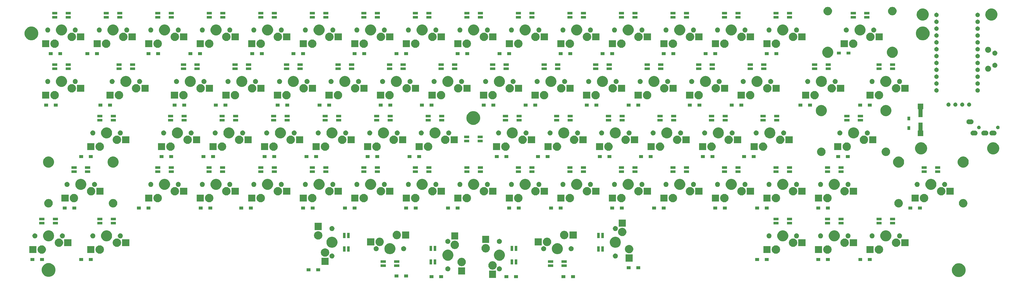
<source format=gbs>
G04 #@! TF.GenerationSoftware,KiCad,Pcbnew,5.1.5+dfsg1-2build2*
G04 #@! TF.CreationDate,2020-06-11T03:48:28+09:00*
G04 #@! TF.ProjectId,amatelus73,616d6174-656c-4757-9337-332e6b696361,rev?*
G04 #@! TF.SameCoordinates,Original*
G04 #@! TF.FileFunction,Soldermask,Bot*
G04 #@! TF.FilePolarity,Negative*
%FSLAX46Y46*%
G04 Gerber Fmt 4.6, Leading zero omitted, Abs format (unit mm)*
G04 Created by KiCad (PCBNEW 5.1.5+dfsg1-2build2) date 2020-06-11 03:48:28*
%MOMM*%
%LPD*%
G04 APERTURE LIST*
%ADD10C,0.100000*%
G04 APERTURE END LIST*
D10*
G36*
X223202000Y-125176000D02*
G01*
X221800000Y-125176000D01*
X221800000Y-124124000D01*
X223202000Y-124124000D01*
X223202000Y-125176000D01*
G37*
G36*
X219652000Y-125176000D02*
G01*
X218250000Y-125176000D01*
X218250000Y-124124000D01*
X219652000Y-124124000D01*
X219652000Y-125176000D01*
G37*
G36*
X170884000Y-125176000D02*
G01*
X169482000Y-125176000D01*
X169482000Y-124124000D01*
X170884000Y-124124000D01*
X170884000Y-125176000D01*
G37*
G36*
X174434000Y-125176000D02*
G01*
X173032000Y-125176000D01*
X173032000Y-124124000D01*
X174434000Y-124124000D01*
X174434000Y-125176000D01*
G37*
G36*
X198570000Y-125176000D02*
G01*
X197168000Y-125176000D01*
X197168000Y-124124000D01*
X198570000Y-124124000D01*
X198570000Y-125176000D01*
G37*
G36*
X202120000Y-125176000D02*
G01*
X200718000Y-125176000D01*
X200718000Y-124124000D01*
X202120000Y-124124000D01*
X202120000Y-125176000D01*
G37*
G36*
X194023000Y-125092000D02*
G01*
X191421000Y-125092000D01*
X191421000Y-122440000D01*
X194023000Y-122440000D01*
X194023000Y-125092000D01*
G37*
G36*
X157930000Y-124922000D02*
G01*
X156528000Y-124922000D01*
X156528000Y-123870000D01*
X157930000Y-123870000D01*
X157930000Y-124922000D01*
G37*
G36*
X161480000Y-124922000D02*
G01*
X160078000Y-124922000D01*
X160078000Y-123870000D01*
X161480000Y-123870000D01*
X161480000Y-124922000D01*
G37*
G36*
X365869098Y-119785033D02*
G01*
X366333350Y-119977332D01*
X366333352Y-119977333D01*
X366751168Y-120256509D01*
X367106491Y-120611832D01*
X367385667Y-121029648D01*
X367385668Y-121029650D01*
X367577967Y-121493902D01*
X367676000Y-121986747D01*
X367676000Y-122489253D01*
X367577967Y-122982098D01*
X367412177Y-123382352D01*
X367385667Y-123446352D01*
X367106491Y-123864168D01*
X366751168Y-124219491D01*
X366333352Y-124498667D01*
X366333351Y-124498668D01*
X366333350Y-124498668D01*
X365869098Y-124690967D01*
X365376253Y-124789000D01*
X364873747Y-124789000D01*
X364380902Y-124690967D01*
X363916650Y-124498668D01*
X363916649Y-124498668D01*
X363916648Y-124498667D01*
X363498832Y-124219491D01*
X363143509Y-123864168D01*
X362864333Y-123446352D01*
X362837823Y-123382352D01*
X362672033Y-122982098D01*
X362574000Y-122489253D01*
X362574000Y-121986747D01*
X362672033Y-121493902D01*
X362864332Y-121029650D01*
X362864333Y-121029648D01*
X363143509Y-120611832D01*
X363498832Y-120256509D01*
X363916648Y-119977333D01*
X363916650Y-119977332D01*
X364380902Y-119785033D01*
X364873747Y-119687000D01*
X365376253Y-119687000D01*
X365869098Y-119785033D01*
G37*
G36*
X29319098Y-119721033D02*
G01*
X29783350Y-119913332D01*
X29783352Y-119913333D01*
X30201168Y-120192509D01*
X30556491Y-120547832D01*
X30818789Y-120940389D01*
X30835668Y-120965650D01*
X31027967Y-121429902D01*
X31126000Y-121922747D01*
X31126000Y-122425253D01*
X31027967Y-122918098D01*
X30835668Y-123382350D01*
X30835667Y-123382352D01*
X30556491Y-123800168D01*
X30201168Y-124155491D01*
X29783352Y-124434667D01*
X29783351Y-124434668D01*
X29783350Y-124434668D01*
X29319098Y-124626967D01*
X28826253Y-124725000D01*
X28323747Y-124725000D01*
X27830902Y-124626967D01*
X27366650Y-124434668D01*
X27366649Y-124434668D01*
X27366648Y-124434667D01*
X26948832Y-124155491D01*
X26593509Y-123800168D01*
X26314333Y-123382352D01*
X26314332Y-123382350D01*
X26122033Y-122918098D01*
X26024000Y-122425253D01*
X26024000Y-121922747D01*
X26122033Y-121429902D01*
X26314332Y-120965650D01*
X26331211Y-120940389D01*
X26593509Y-120547832D01*
X26948832Y-120192509D01*
X27366648Y-119913333D01*
X27366650Y-119913332D01*
X27830902Y-119721033D01*
X28323747Y-119623000D01*
X28826253Y-119623000D01*
X29319098Y-119721033D01*
G37*
G36*
X182593000Y-123849000D02*
G01*
X179991000Y-123849000D01*
X179991000Y-121197000D01*
X182593000Y-121197000D01*
X182593000Y-123849000D01*
G37*
G36*
X195532104Y-120870585D02*
G01*
X195700626Y-120940389D01*
X195852291Y-121041728D01*
X195981272Y-121170709D01*
X196082611Y-121322374D01*
X196152415Y-121490896D01*
X196188000Y-121669797D01*
X196188000Y-121852203D01*
X196152415Y-122031104D01*
X196082611Y-122199626D01*
X195981272Y-122351291D01*
X195852291Y-122480272D01*
X195700626Y-122581611D01*
X195532104Y-122651415D01*
X195353203Y-122687000D01*
X195170797Y-122687000D01*
X194991896Y-122651415D01*
X194823374Y-122581611D01*
X194671709Y-122480272D01*
X194542728Y-122351291D01*
X194441389Y-122199626D01*
X194371585Y-122031104D01*
X194336000Y-121852203D01*
X194336000Y-121669797D01*
X194371585Y-121490896D01*
X194441389Y-121322374D01*
X194542728Y-121170709D01*
X194671709Y-121041728D01*
X194823374Y-120940389D01*
X194991896Y-120870585D01*
X195170797Y-120835000D01*
X195353203Y-120835000D01*
X195532104Y-120870585D01*
G37*
G36*
X176482104Y-120870585D02*
G01*
X176650626Y-120940389D01*
X176802291Y-121041728D01*
X176931272Y-121170709D01*
X177032611Y-121322374D01*
X177102415Y-121490896D01*
X177138000Y-121669797D01*
X177138000Y-121852203D01*
X177102415Y-122031104D01*
X177032611Y-122199626D01*
X176931272Y-122351291D01*
X176802291Y-122480272D01*
X176650626Y-122581611D01*
X176482104Y-122651415D01*
X176303203Y-122687000D01*
X176120797Y-122687000D01*
X175941896Y-122651415D01*
X175773374Y-122581611D01*
X175621709Y-122480272D01*
X175492728Y-122351291D01*
X175391389Y-122199626D01*
X175321585Y-122031104D01*
X175286000Y-121852203D01*
X175286000Y-121669797D01*
X175321585Y-121490896D01*
X175391389Y-121322374D01*
X175492728Y-121170709D01*
X175621709Y-121041728D01*
X175773374Y-120940389D01*
X175941896Y-120870585D01*
X176120797Y-120835000D01*
X176303203Y-120835000D01*
X176482104Y-120870585D01*
G37*
G36*
X125418000Y-122636000D02*
G01*
X124016000Y-122636000D01*
X124016000Y-121584000D01*
X125418000Y-121584000D01*
X125418000Y-122636000D01*
G37*
G36*
X128968000Y-122636000D02*
G01*
X127566000Y-122636000D01*
X127566000Y-121584000D01*
X128968000Y-121584000D01*
X128968000Y-122636000D01*
G37*
G36*
X193024585Y-118969802D02*
G01*
X193174410Y-118999604D01*
X193456674Y-119116521D01*
X193710705Y-119286259D01*
X193926741Y-119502295D01*
X194096479Y-119756326D01*
X194213396Y-120038590D01*
X194213396Y-120038591D01*
X194273000Y-120338239D01*
X194273000Y-120643761D01*
X194247492Y-120772000D01*
X194213396Y-120943410D01*
X194096479Y-121225674D01*
X193926741Y-121479705D01*
X193710705Y-121695741D01*
X193456674Y-121865479D01*
X193174410Y-121982396D01*
X193024585Y-122012198D01*
X192874761Y-122042000D01*
X192569239Y-122042000D01*
X192419415Y-122012198D01*
X192269590Y-121982396D01*
X191987326Y-121865479D01*
X191733295Y-121695741D01*
X191517259Y-121479705D01*
X191347521Y-121225674D01*
X191230604Y-120943410D01*
X191196508Y-120772000D01*
X191171000Y-120643761D01*
X191171000Y-120338239D01*
X191230604Y-120038591D01*
X191230604Y-120038590D01*
X191347521Y-119756326D01*
X191517259Y-119502295D01*
X191733295Y-119286259D01*
X191987326Y-119116521D01*
X192269590Y-118999604D01*
X192419415Y-118969802D01*
X192569239Y-118940000D01*
X192874761Y-118940000D01*
X193024585Y-118969802D01*
G37*
G36*
X247332000Y-121874000D02*
G01*
X245930000Y-121874000D01*
X245930000Y-120822000D01*
X247332000Y-120822000D01*
X247332000Y-121874000D01*
G37*
G36*
X243782000Y-121874000D02*
G01*
X242380000Y-121874000D01*
X242380000Y-120822000D01*
X243782000Y-120822000D01*
X243782000Y-121874000D01*
G37*
G36*
X153232000Y-121047000D02*
G01*
X151330000Y-121047000D01*
X151330000Y-120125000D01*
X153232000Y-120125000D01*
X153232000Y-121047000D01*
G37*
G36*
X158232000Y-121047000D02*
G01*
X156330000Y-121047000D01*
X156330000Y-120125000D01*
X158232000Y-120125000D01*
X158232000Y-121047000D01*
G37*
G36*
X215145000Y-121035000D02*
G01*
X213243000Y-121035000D01*
X213243000Y-120113000D01*
X215145000Y-120113000D01*
X215145000Y-121035000D01*
G37*
G36*
X220145000Y-121035000D02*
G01*
X218243000Y-121035000D01*
X218243000Y-120113000D01*
X220145000Y-120113000D01*
X220145000Y-121035000D01*
G37*
G36*
X181594585Y-117699802D02*
G01*
X181744410Y-117729604D01*
X182026674Y-117846521D01*
X182280705Y-118016259D01*
X182496741Y-118232295D01*
X182666479Y-118486326D01*
X182783396Y-118768590D01*
X182813198Y-118918415D01*
X182829348Y-118999604D01*
X182843000Y-119068240D01*
X182843000Y-119373760D01*
X182783396Y-119673410D01*
X182666479Y-119955674D01*
X182496741Y-120209705D01*
X182280705Y-120425741D01*
X182026674Y-120595479D01*
X181744410Y-120712396D01*
X181594585Y-120742198D01*
X181444761Y-120772000D01*
X181139239Y-120772000D01*
X180989415Y-120742198D01*
X180839590Y-120712396D01*
X180557326Y-120595479D01*
X180303295Y-120425741D01*
X180087259Y-120209705D01*
X179917521Y-119955674D01*
X179800604Y-119673410D01*
X179741000Y-119373760D01*
X179741000Y-119068240D01*
X179754653Y-118999604D01*
X179770802Y-118918415D01*
X179800604Y-118768590D01*
X179917521Y-118486326D01*
X180087259Y-118232295D01*
X180303295Y-118016259D01*
X180557326Y-117846521D01*
X180839590Y-117729604D01*
X180989415Y-117699802D01*
X181139239Y-117670000D01*
X181444761Y-117670000D01*
X181594585Y-117699802D01*
G37*
G36*
X132111000Y-120330000D02*
G01*
X129509000Y-120330000D01*
X129509000Y-117678000D01*
X132111000Y-117678000D01*
X132111000Y-120330000D01*
G37*
G36*
X201871000Y-120132000D02*
G01*
X200949000Y-120132000D01*
X200949000Y-118230000D01*
X201871000Y-118230000D01*
X201871000Y-120132000D01*
G37*
G36*
X170399000Y-120132000D02*
G01*
X169477000Y-120132000D01*
X169477000Y-118230000D01*
X170399000Y-118230000D01*
X170399000Y-120132000D01*
G37*
G36*
X200371000Y-120132000D02*
G01*
X199449000Y-120132000D01*
X199449000Y-118230000D01*
X200371000Y-118230000D01*
X200371000Y-120132000D01*
G37*
G36*
X171899000Y-120132000D02*
G01*
X170977000Y-120132000D01*
X170977000Y-118230000D01*
X171899000Y-118230000D01*
X171899000Y-120132000D01*
G37*
G36*
X153232000Y-119547000D02*
G01*
X151330000Y-119547000D01*
X151330000Y-118625000D01*
X153232000Y-118625000D01*
X153232000Y-119547000D01*
G37*
G36*
X158232000Y-119547000D02*
G01*
X156330000Y-119547000D01*
X156330000Y-118625000D01*
X158232000Y-118625000D01*
X158232000Y-119547000D01*
G37*
G36*
X215145000Y-119535000D02*
G01*
X213243000Y-119535000D01*
X213243000Y-118613000D01*
X215145000Y-118613000D01*
X215145000Y-119535000D01*
G37*
G36*
X220145000Y-119535000D02*
G01*
X218243000Y-119535000D01*
X218243000Y-118613000D01*
X220145000Y-118613000D01*
X220145000Y-119535000D01*
G37*
G36*
X244506000Y-119087000D02*
G01*
X241904000Y-119087000D01*
X241904000Y-116435000D01*
X244506000Y-116435000D01*
X244506000Y-119087000D01*
G37*
G36*
X317436000Y-118826000D02*
G01*
X316034000Y-118826000D01*
X316034000Y-117774000D01*
X317436000Y-117774000D01*
X317436000Y-118826000D01*
G37*
G36*
X294830000Y-118826000D02*
G01*
X293428000Y-118826000D01*
X293428000Y-117774000D01*
X294830000Y-117774000D01*
X294830000Y-118826000D01*
G37*
G36*
X26860000Y-118826000D02*
G01*
X25458000Y-118826000D01*
X25458000Y-117774000D01*
X26860000Y-117774000D01*
X26860000Y-118826000D01*
G37*
G36*
X23310000Y-118826000D02*
G01*
X21908000Y-118826000D01*
X21908000Y-117774000D01*
X23310000Y-117774000D01*
X23310000Y-118826000D01*
G37*
G36*
X41344000Y-118826000D02*
G01*
X39942000Y-118826000D01*
X39942000Y-117774000D01*
X41344000Y-117774000D01*
X41344000Y-118826000D01*
G37*
G36*
X313886000Y-118826000D02*
G01*
X312484000Y-118826000D01*
X312484000Y-117774000D01*
X313886000Y-117774000D01*
X313886000Y-118826000D01*
G37*
G36*
X291280000Y-118826000D02*
G01*
X289878000Y-118826000D01*
X289878000Y-117774000D01*
X291280000Y-117774000D01*
X291280000Y-118826000D01*
G37*
G36*
X332933000Y-118826000D02*
G01*
X331531000Y-118826000D01*
X331531000Y-117774000D01*
X332933000Y-117774000D01*
X332933000Y-118826000D01*
G37*
G36*
X329383000Y-118826000D02*
G01*
X327981000Y-118826000D01*
X327981000Y-117774000D01*
X329383000Y-117774000D01*
X329383000Y-118826000D01*
G37*
G36*
X44894000Y-118826000D02*
G01*
X43492000Y-118826000D01*
X43492000Y-117774000D01*
X44894000Y-117774000D01*
X44894000Y-118826000D01*
G37*
G36*
X195858474Y-114714684D02*
G01*
X196076474Y-114804983D01*
X196230623Y-114868833D01*
X196565548Y-115092623D01*
X196850377Y-115377452D01*
X197074167Y-115712377D01*
X197074167Y-115712378D01*
X197228316Y-116084526D01*
X197306900Y-116479594D01*
X197306900Y-116882406D01*
X197228316Y-117277474D01*
X197161979Y-117437625D01*
X197074167Y-117649623D01*
X196850377Y-117984548D01*
X196565548Y-118269377D01*
X196230623Y-118493167D01*
X196076474Y-118557017D01*
X195858474Y-118647316D01*
X195463406Y-118725900D01*
X195060594Y-118725900D01*
X194665526Y-118647316D01*
X194447526Y-118557017D01*
X194293377Y-118493167D01*
X193958452Y-118269377D01*
X193673623Y-117984548D01*
X193449833Y-117649623D01*
X193362021Y-117437625D01*
X193295684Y-117277474D01*
X193217100Y-116882406D01*
X193217100Y-116479594D01*
X193295684Y-116084526D01*
X193449833Y-115712378D01*
X193449833Y-115712377D01*
X193673623Y-115377452D01*
X193958452Y-115092623D01*
X194293377Y-114868833D01*
X194447526Y-114804983D01*
X194665526Y-114714684D01*
X195060594Y-114636100D01*
X195463406Y-114636100D01*
X195858474Y-114714684D01*
G37*
G36*
X176808474Y-114714684D02*
G01*
X177026474Y-114804983D01*
X177180623Y-114868833D01*
X177515548Y-115092623D01*
X177800377Y-115377452D01*
X178024167Y-115712377D01*
X178024167Y-115712378D01*
X178178316Y-116084526D01*
X178256900Y-116479594D01*
X178256900Y-116882406D01*
X178178316Y-117277474D01*
X178111979Y-117437625D01*
X178024167Y-117649623D01*
X177800377Y-117984548D01*
X177515548Y-118269377D01*
X177180623Y-118493167D01*
X177026474Y-118557017D01*
X176808474Y-118647316D01*
X176413406Y-118725900D01*
X176010594Y-118725900D01*
X175615526Y-118647316D01*
X175397526Y-118557017D01*
X175243377Y-118493167D01*
X174908452Y-118269377D01*
X174623623Y-117984548D01*
X174399833Y-117649623D01*
X174312021Y-117437625D01*
X174245684Y-117277474D01*
X174167100Y-116882406D01*
X174167100Y-116479594D01*
X174245684Y-116084526D01*
X174399833Y-115712378D01*
X174399833Y-115712377D01*
X174623623Y-115377452D01*
X174908452Y-115092623D01*
X175243377Y-114868833D01*
X175397526Y-114804983D01*
X175615526Y-114714684D01*
X176010594Y-114636100D01*
X176413406Y-114636100D01*
X176808474Y-114714684D01*
G37*
G36*
X133620104Y-116108585D02*
G01*
X133788626Y-116178389D01*
X133940291Y-116279728D01*
X134069272Y-116408709D01*
X134170611Y-116560374D01*
X134240415Y-116728896D01*
X134276000Y-116907797D01*
X134276000Y-117090203D01*
X134240415Y-117269104D01*
X134170611Y-117437626D01*
X134069272Y-117589291D01*
X133940291Y-117718272D01*
X133788626Y-117819611D01*
X133620104Y-117889415D01*
X133441203Y-117925000D01*
X133258797Y-117925000D01*
X133079896Y-117889415D01*
X132911374Y-117819611D01*
X132759709Y-117718272D01*
X132630728Y-117589291D01*
X132529389Y-117437626D01*
X132459585Y-117269104D01*
X132424000Y-117090203D01*
X132424000Y-116907797D01*
X132459585Y-116728896D01*
X132529389Y-116560374D01*
X132630728Y-116408709D01*
X132759709Y-116279728D01*
X132911374Y-116178389D01*
X133079896Y-116108585D01*
X133258797Y-116073000D01*
X133441203Y-116073000D01*
X133620104Y-116108585D01*
G37*
G36*
X238395104Y-116108585D02*
G01*
X238563626Y-116178389D01*
X238715291Y-116279728D01*
X238844272Y-116408709D01*
X238945611Y-116560374D01*
X239015415Y-116728896D01*
X239051000Y-116907797D01*
X239051000Y-117090203D01*
X239015415Y-117269104D01*
X238945611Y-117437626D01*
X238844272Y-117589291D01*
X238715291Y-117718272D01*
X238563626Y-117819611D01*
X238395104Y-117889415D01*
X238216203Y-117925000D01*
X238033797Y-117925000D01*
X237854896Y-117889415D01*
X237686374Y-117819611D01*
X237534709Y-117718272D01*
X237405728Y-117589291D01*
X237304389Y-117437626D01*
X237234585Y-117269104D01*
X237199000Y-117090203D01*
X237199000Y-116907797D01*
X237234585Y-116728896D01*
X237304389Y-116560374D01*
X237405728Y-116408709D01*
X237534709Y-116279728D01*
X237686374Y-116178389D01*
X237854896Y-116108585D01*
X238033797Y-116073000D01*
X238216203Y-116073000D01*
X238395104Y-116108585D01*
G37*
G36*
X131112585Y-114207802D02*
G01*
X131262410Y-114237604D01*
X131544674Y-114354521D01*
X131798705Y-114524259D01*
X132014741Y-114740295D01*
X132184479Y-114994326D01*
X132298096Y-115268623D01*
X132301396Y-115276591D01*
X132361000Y-115576239D01*
X132361000Y-115881761D01*
X132338977Y-115992479D01*
X132301396Y-116181410D01*
X132184479Y-116463674D01*
X132014741Y-116717705D01*
X131798705Y-116933741D01*
X131544674Y-117103479D01*
X131262410Y-117220396D01*
X131112585Y-117250198D01*
X130962761Y-117280000D01*
X130657239Y-117280000D01*
X130507415Y-117250198D01*
X130357590Y-117220396D01*
X130075326Y-117103479D01*
X129821295Y-116933741D01*
X129605259Y-116717705D01*
X129435521Y-116463674D01*
X129318604Y-116181410D01*
X129281023Y-115992479D01*
X129259000Y-115881761D01*
X129259000Y-115576239D01*
X129318604Y-115276591D01*
X129321904Y-115268623D01*
X129435521Y-114994326D01*
X129605259Y-114740295D01*
X129821295Y-114524259D01*
X130075326Y-114354521D01*
X130357590Y-114237604D01*
X130507415Y-114207802D01*
X130657239Y-114178000D01*
X130962761Y-114178000D01*
X131112585Y-114207802D01*
G37*
G36*
X155377474Y-112333684D02*
G01*
X155582455Y-112418590D01*
X155749623Y-112487833D01*
X156084548Y-112711623D01*
X156369377Y-112996452D01*
X156593167Y-113331377D01*
X156625562Y-113409586D01*
X156747316Y-113703526D01*
X156825900Y-114098594D01*
X156825900Y-114501406D01*
X156747316Y-114896474D01*
X156696451Y-115019272D01*
X156593167Y-115268623D01*
X156369377Y-115603548D01*
X156084548Y-115888377D01*
X155749623Y-116112167D01*
X155612415Y-116169000D01*
X155377474Y-116266316D01*
X154982406Y-116344900D01*
X154579594Y-116344900D01*
X154184526Y-116266316D01*
X153949585Y-116169000D01*
X153812377Y-116112167D01*
X153477452Y-115888377D01*
X153192623Y-115603548D01*
X152968833Y-115268623D01*
X152865549Y-115019272D01*
X152814684Y-114896474D01*
X152736100Y-114501406D01*
X152736100Y-114098594D01*
X152814684Y-113703526D01*
X152936438Y-113409586D01*
X152968833Y-113331377D01*
X153192623Y-112996452D01*
X153477452Y-112711623D01*
X153812377Y-112487833D01*
X153979545Y-112418590D01*
X154184526Y-112333684D01*
X154579594Y-112255100D01*
X154982406Y-112255100D01*
X155377474Y-112333684D01*
G37*
G36*
X217290474Y-112333684D02*
G01*
X217495455Y-112418590D01*
X217662623Y-112487833D01*
X217997548Y-112711623D01*
X218282377Y-112996452D01*
X218506167Y-113331377D01*
X218538562Y-113409586D01*
X218660316Y-113703526D01*
X218738900Y-114098594D01*
X218738900Y-114501406D01*
X218660316Y-114896474D01*
X218609451Y-115019272D01*
X218506167Y-115268623D01*
X218282377Y-115603548D01*
X217997548Y-115888377D01*
X217662623Y-116112167D01*
X217525415Y-116169000D01*
X217290474Y-116266316D01*
X216895406Y-116344900D01*
X216492594Y-116344900D01*
X216097526Y-116266316D01*
X215862585Y-116169000D01*
X215725377Y-116112167D01*
X215390452Y-115888377D01*
X215105623Y-115603548D01*
X214881833Y-115268623D01*
X214778549Y-115019272D01*
X214727684Y-114896474D01*
X214649100Y-114501406D01*
X214649100Y-114098594D01*
X214727684Y-113703526D01*
X214849438Y-113409586D01*
X214881833Y-113331377D01*
X215105623Y-112996452D01*
X215390452Y-112711623D01*
X215725377Y-112487833D01*
X215892545Y-112418590D01*
X216097526Y-112333684D01*
X216492594Y-112255100D01*
X216895406Y-112255100D01*
X217290474Y-112333684D01*
G37*
G36*
X297800585Y-113096802D02*
G01*
X297950410Y-113126604D01*
X298232674Y-113243521D01*
X298486705Y-113413259D01*
X298702741Y-113629295D01*
X298872479Y-113883326D01*
X298989396Y-114165590D01*
X299049000Y-114465240D01*
X299049000Y-114770760D01*
X298989396Y-115070410D01*
X298872479Y-115352674D01*
X298702741Y-115606705D01*
X298486705Y-115822741D01*
X298232674Y-115992479D01*
X297950410Y-116109396D01*
X297800585Y-116139198D01*
X297650761Y-116169000D01*
X297345239Y-116169000D01*
X297195415Y-116139198D01*
X297045590Y-116109396D01*
X296763326Y-115992479D01*
X296509295Y-115822741D01*
X296293259Y-115606705D01*
X296123521Y-115352674D01*
X296006604Y-115070410D01*
X295947000Y-114770760D01*
X295947000Y-114465240D01*
X296006604Y-114165590D01*
X296123521Y-113883326D01*
X296293259Y-113629295D01*
X296509295Y-113413259D01*
X296763326Y-113243521D01*
X297045590Y-113126604D01*
X297195415Y-113096802D01*
X297345239Y-113067000D01*
X297650761Y-113067000D01*
X297800585Y-113096802D01*
G37*
G36*
X47768785Y-113096802D02*
G01*
X47918610Y-113126604D01*
X48200874Y-113243521D01*
X48454905Y-113413259D01*
X48670941Y-113629295D01*
X48840679Y-113883326D01*
X48957596Y-114165590D01*
X49017200Y-114465240D01*
X49017200Y-114770760D01*
X48957596Y-115070410D01*
X48840679Y-115352674D01*
X48670941Y-115606705D01*
X48454905Y-115822741D01*
X48200874Y-115992479D01*
X47918610Y-116109396D01*
X47768785Y-116139198D01*
X47618961Y-116169000D01*
X47313439Y-116169000D01*
X47163615Y-116139198D01*
X47013790Y-116109396D01*
X46731526Y-115992479D01*
X46477495Y-115822741D01*
X46261459Y-115606705D01*
X46091721Y-115352674D01*
X45974804Y-115070410D01*
X45915200Y-114770760D01*
X45915200Y-114465240D01*
X45974804Y-114165590D01*
X46091721Y-113883326D01*
X46261459Y-113629295D01*
X46477495Y-113413259D01*
X46731526Y-113243521D01*
X47013790Y-113126604D01*
X47163615Y-113096802D01*
X47313439Y-113067000D01*
X47618961Y-113067000D01*
X47768785Y-113096802D01*
G37*
G36*
X335900585Y-113096802D02*
G01*
X336050410Y-113126604D01*
X336332674Y-113243521D01*
X336586705Y-113413259D01*
X336802741Y-113629295D01*
X336972479Y-113883326D01*
X337089396Y-114165590D01*
X337149000Y-114465240D01*
X337149000Y-114770760D01*
X337089396Y-115070410D01*
X336972479Y-115352674D01*
X336802741Y-115606705D01*
X336586705Y-115822741D01*
X336332674Y-115992479D01*
X336050410Y-116109396D01*
X335900585Y-116139198D01*
X335750761Y-116169000D01*
X335445239Y-116169000D01*
X335295415Y-116139198D01*
X335145590Y-116109396D01*
X334863326Y-115992479D01*
X334609295Y-115822741D01*
X334393259Y-115606705D01*
X334223521Y-115352674D01*
X334106604Y-115070410D01*
X334047000Y-114770760D01*
X334047000Y-114465240D01*
X334106604Y-114165590D01*
X334223521Y-113883326D01*
X334393259Y-113629295D01*
X334609295Y-113413259D01*
X334863326Y-113243521D01*
X335145590Y-113126604D01*
X335295415Y-113096802D01*
X335445239Y-113067000D01*
X335750761Y-113067000D01*
X335900585Y-113096802D01*
G37*
G36*
X316850585Y-113096802D02*
G01*
X317000410Y-113126604D01*
X317282674Y-113243521D01*
X317536705Y-113413259D01*
X317752741Y-113629295D01*
X317922479Y-113883326D01*
X318039396Y-114165590D01*
X318099000Y-114465240D01*
X318099000Y-114770760D01*
X318039396Y-115070410D01*
X317922479Y-115352674D01*
X317752741Y-115606705D01*
X317536705Y-115822741D01*
X317282674Y-115992479D01*
X317000410Y-116109396D01*
X316850585Y-116139198D01*
X316700761Y-116169000D01*
X316395239Y-116169000D01*
X316245415Y-116139198D01*
X316095590Y-116109396D01*
X315813326Y-115992479D01*
X315559295Y-115822741D01*
X315343259Y-115606705D01*
X315173521Y-115352674D01*
X315056604Y-115070410D01*
X314997000Y-114770760D01*
X314997000Y-114465240D01*
X315056604Y-114165590D01*
X315173521Y-113883326D01*
X315343259Y-113629295D01*
X315559295Y-113413259D01*
X315813326Y-113243521D01*
X316095590Y-113126604D01*
X316245415Y-113096802D01*
X316395239Y-113067000D01*
X316700761Y-113067000D01*
X316850585Y-113096802D01*
G37*
G36*
X26337585Y-113096802D02*
G01*
X26487410Y-113126604D01*
X26769674Y-113243521D01*
X27023705Y-113413259D01*
X27239741Y-113629295D01*
X27409479Y-113883326D01*
X27526396Y-114165590D01*
X27586000Y-114465240D01*
X27586000Y-114770760D01*
X27526396Y-115070410D01*
X27409479Y-115352674D01*
X27239741Y-115606705D01*
X27023705Y-115822741D01*
X26769674Y-115992479D01*
X26487410Y-116109396D01*
X26337585Y-116139198D01*
X26187761Y-116169000D01*
X25882239Y-116169000D01*
X25732415Y-116139198D01*
X25582590Y-116109396D01*
X25300326Y-115992479D01*
X25046295Y-115822741D01*
X24830259Y-115606705D01*
X24660521Y-115352674D01*
X24543604Y-115070410D01*
X24484000Y-114770760D01*
X24484000Y-114465240D01*
X24543604Y-114165590D01*
X24660521Y-113883326D01*
X24830259Y-113629295D01*
X25046295Y-113413259D01*
X25300326Y-113243521D01*
X25582590Y-113126604D01*
X25732415Y-113096802D01*
X25882239Y-113067000D01*
X26187761Y-113067000D01*
X26337585Y-113096802D01*
G37*
G36*
X243499828Y-112936259D02*
G01*
X243657410Y-112967604D01*
X243939674Y-113084521D01*
X244193705Y-113254259D01*
X244409741Y-113470295D01*
X244579479Y-113724326D01*
X244688795Y-113988240D01*
X244696396Y-114006591D01*
X244756000Y-114306239D01*
X244756000Y-114611761D01*
X244735527Y-114714684D01*
X244696396Y-114911410D01*
X244579479Y-115193674D01*
X244409741Y-115447705D01*
X244193705Y-115663741D01*
X243939674Y-115833479D01*
X243657410Y-115950396D01*
X243507585Y-115980198D01*
X243357761Y-116010000D01*
X243052239Y-116010000D01*
X242902415Y-115980198D01*
X242752590Y-115950396D01*
X242470326Y-115833479D01*
X242216295Y-115663741D01*
X242000259Y-115447705D01*
X241830521Y-115193674D01*
X241713604Y-114911410D01*
X241674473Y-114714684D01*
X241654000Y-114611761D01*
X241654000Y-114306239D01*
X241713604Y-114006591D01*
X241721205Y-113988240D01*
X241830521Y-113724326D01*
X242000259Y-113470295D01*
X242216295Y-113254259D01*
X242470326Y-113084521D01*
X242752590Y-112967604D01*
X242910172Y-112936259D01*
X243052239Y-112908000D01*
X243357761Y-112908000D01*
X243499828Y-112936259D01*
G37*
G36*
X295522000Y-115919000D02*
G01*
X292870000Y-115919000D01*
X292870000Y-113317000D01*
X295522000Y-113317000D01*
X295522000Y-115919000D01*
G37*
G36*
X24059000Y-115919000D02*
G01*
X21407000Y-115919000D01*
X21407000Y-113317000D01*
X24059000Y-113317000D01*
X24059000Y-115919000D01*
G37*
G36*
X45490200Y-115919000D02*
G01*
X42838200Y-115919000D01*
X42838200Y-113317000D01*
X45490200Y-113317000D01*
X45490200Y-115919000D01*
G37*
G36*
X314572000Y-115919000D02*
G01*
X311920000Y-115919000D01*
X311920000Y-113317000D01*
X314572000Y-113317000D01*
X314572000Y-115919000D01*
G37*
G36*
X333622000Y-115919000D02*
G01*
X330970000Y-115919000D01*
X330970000Y-113317000D01*
X333622000Y-113317000D01*
X333622000Y-115919000D01*
G37*
G36*
X190484585Y-112619802D02*
G01*
X190634410Y-112649604D01*
X190916674Y-112766521D01*
X191170705Y-112936259D01*
X191386741Y-113152295D01*
X191556479Y-113406326D01*
X191673396Y-113688590D01*
X191673396Y-113688591D01*
X191733000Y-113988239D01*
X191733000Y-114293761D01*
X191713617Y-114391203D01*
X191673396Y-114593410D01*
X191556479Y-114875674D01*
X191386741Y-115129705D01*
X191170705Y-115345741D01*
X190916674Y-115515479D01*
X190634410Y-115632396D01*
X190484585Y-115662198D01*
X190334761Y-115692000D01*
X190029239Y-115692000D01*
X189879415Y-115662198D01*
X189729590Y-115632396D01*
X189447326Y-115515479D01*
X189193295Y-115345741D01*
X188977259Y-115129705D01*
X188807521Y-114875674D01*
X188690604Y-114593410D01*
X188650383Y-114391203D01*
X188631000Y-114293761D01*
X188631000Y-113988239D01*
X188690604Y-113688591D01*
X188690604Y-113688590D01*
X188807521Y-113406326D01*
X188977259Y-113152295D01*
X189193295Y-112936259D01*
X189447326Y-112766521D01*
X189729590Y-112649604D01*
X189879415Y-112619802D01*
X190029239Y-112590000D01*
X190334761Y-112590000D01*
X190484585Y-112619802D01*
G37*
G36*
X139895000Y-115370000D02*
G01*
X138973000Y-115370000D01*
X138973000Y-113468000D01*
X139895000Y-113468000D01*
X139895000Y-115370000D01*
G37*
G36*
X138395000Y-115370000D02*
G01*
X137473000Y-115370000D01*
X137473000Y-113468000D01*
X138395000Y-113468000D01*
X138395000Y-115370000D01*
G37*
G36*
X232375000Y-115370000D02*
G01*
X231453000Y-115370000D01*
X231453000Y-113468000D01*
X232375000Y-113468000D01*
X232375000Y-115370000D01*
G37*
G36*
X233875000Y-115370000D02*
G01*
X232953000Y-115370000D01*
X232953000Y-113468000D01*
X233875000Y-113468000D01*
X233875000Y-115370000D01*
G37*
G36*
X222044104Y-113409585D02*
G01*
X222212626Y-113479389D01*
X222364291Y-113580728D01*
X222493272Y-113709709D01*
X222594611Y-113861374D01*
X222664415Y-114029896D01*
X222700000Y-114208797D01*
X222700000Y-114391203D01*
X222664415Y-114570104D01*
X222594611Y-114738626D01*
X222493272Y-114890291D01*
X222364291Y-115019272D01*
X222212626Y-115120611D01*
X222044104Y-115190415D01*
X221865203Y-115226000D01*
X221682797Y-115226000D01*
X221503896Y-115190415D01*
X221335374Y-115120611D01*
X221183709Y-115019272D01*
X221054728Y-114890291D01*
X220953389Y-114738626D01*
X220883585Y-114570104D01*
X220848000Y-114391203D01*
X220848000Y-114208797D01*
X220883585Y-114029896D01*
X220953389Y-113861374D01*
X221054728Y-113709709D01*
X221183709Y-113580728D01*
X221335374Y-113479389D01*
X221503896Y-113409585D01*
X221682797Y-113374000D01*
X221865203Y-113374000D01*
X222044104Y-113409585D01*
G37*
G36*
X211884104Y-113409585D02*
G01*
X212052626Y-113479389D01*
X212204291Y-113580728D01*
X212333272Y-113709709D01*
X212434611Y-113861374D01*
X212504415Y-114029896D01*
X212540000Y-114208797D01*
X212540000Y-114391203D01*
X212504415Y-114570104D01*
X212434611Y-114738626D01*
X212333272Y-114890291D01*
X212204291Y-115019272D01*
X212052626Y-115120611D01*
X211884104Y-115190415D01*
X211705203Y-115226000D01*
X211522797Y-115226000D01*
X211343896Y-115190415D01*
X211175374Y-115120611D01*
X211023709Y-115019272D01*
X210894728Y-114890291D01*
X210793389Y-114738626D01*
X210723585Y-114570104D01*
X210688000Y-114391203D01*
X210688000Y-114208797D01*
X210723585Y-114029896D01*
X210793389Y-113861374D01*
X210894728Y-113709709D01*
X211023709Y-113580728D01*
X211175374Y-113479389D01*
X211343896Y-113409585D01*
X211522797Y-113374000D01*
X211705203Y-113374000D01*
X211884104Y-113409585D01*
G37*
G36*
X160131104Y-113409585D02*
G01*
X160299626Y-113479389D01*
X160451291Y-113580728D01*
X160580272Y-113709709D01*
X160681611Y-113861374D01*
X160751415Y-114029896D01*
X160787000Y-114208797D01*
X160787000Y-114391203D01*
X160751415Y-114570104D01*
X160681611Y-114738626D01*
X160580272Y-114890291D01*
X160451291Y-115019272D01*
X160299626Y-115120611D01*
X160131104Y-115190415D01*
X159952203Y-115226000D01*
X159769797Y-115226000D01*
X159590896Y-115190415D01*
X159422374Y-115120611D01*
X159270709Y-115019272D01*
X159141728Y-114890291D01*
X159040389Y-114738626D01*
X158970585Y-114570104D01*
X158935000Y-114391203D01*
X158935000Y-114208797D01*
X158970585Y-114029896D01*
X159040389Y-113861374D01*
X159141728Y-113709709D01*
X159270709Y-113580728D01*
X159422374Y-113479389D01*
X159590896Y-113409585D01*
X159769797Y-113374000D01*
X159952203Y-113374000D01*
X160131104Y-113409585D01*
G37*
G36*
X149971104Y-113409585D02*
G01*
X150139626Y-113479389D01*
X150291291Y-113580728D01*
X150420272Y-113709709D01*
X150521611Y-113861374D01*
X150591415Y-114029896D01*
X150627000Y-114208797D01*
X150627000Y-114391203D01*
X150591415Y-114570104D01*
X150521611Y-114738626D01*
X150420272Y-114890291D01*
X150291291Y-115019272D01*
X150139626Y-115120611D01*
X149971104Y-115190415D01*
X149792203Y-115226000D01*
X149609797Y-115226000D01*
X149430896Y-115190415D01*
X149262374Y-115120611D01*
X149110709Y-115019272D01*
X148981728Y-114890291D01*
X148880389Y-114738626D01*
X148810585Y-114570104D01*
X148775000Y-114391203D01*
X148775000Y-114208797D01*
X148810585Y-114029896D01*
X148880389Y-113861374D01*
X148981728Y-113709709D01*
X149110709Y-113580728D01*
X149262374Y-113479389D01*
X149430896Y-113409585D01*
X149609797Y-113374000D01*
X149792203Y-113374000D01*
X149971104Y-113409585D01*
G37*
G36*
X201871000Y-115132000D02*
G01*
X200949000Y-115132000D01*
X200949000Y-113230000D01*
X201871000Y-113230000D01*
X201871000Y-115132000D01*
G37*
G36*
X200371000Y-115132000D02*
G01*
X199449000Y-115132000D01*
X199449000Y-113230000D01*
X200371000Y-113230000D01*
X200371000Y-115132000D01*
G37*
G36*
X171899000Y-115132000D02*
G01*
X170977000Y-115132000D01*
X170977000Y-113230000D01*
X171899000Y-113230000D01*
X171899000Y-115132000D01*
G37*
G36*
X170399000Y-115132000D02*
G01*
X169477000Y-115132000D01*
X169477000Y-113230000D01*
X170399000Y-113230000D01*
X170399000Y-115132000D01*
G37*
G36*
X179022028Y-111343326D02*
G01*
X179204410Y-111379604D01*
X179486674Y-111496521D01*
X179740705Y-111666259D01*
X179956741Y-111882295D01*
X180126479Y-112136326D01*
X180243396Y-112418590D01*
X180257882Y-112491415D01*
X180289348Y-112649604D01*
X180303000Y-112718240D01*
X180303000Y-113023760D01*
X180243396Y-113323410D01*
X180126479Y-113605674D01*
X179956741Y-113859705D01*
X179740705Y-114075741D01*
X179486674Y-114245479D01*
X179204410Y-114362396D01*
X179059587Y-114391203D01*
X178904761Y-114422000D01*
X178599239Y-114422000D01*
X178444413Y-114391203D01*
X178299590Y-114362396D01*
X178017326Y-114245479D01*
X177763295Y-114075741D01*
X177547259Y-113859705D01*
X177377521Y-113605674D01*
X177260604Y-113323410D01*
X177201000Y-113023760D01*
X177201000Y-112718240D01*
X177214653Y-112649604D01*
X177246118Y-112491415D01*
X177260604Y-112418590D01*
X177377521Y-112136326D01*
X177547259Y-111882295D01*
X177763295Y-111666259D01*
X178017326Y-111496521D01*
X178299590Y-111379604D01*
X178481972Y-111343326D01*
X178599239Y-111320000D01*
X178904761Y-111320000D01*
X179022028Y-111343326D01*
G37*
G36*
X133946474Y-109952684D02*
G01*
X134164474Y-110042983D01*
X134318623Y-110106833D01*
X134653548Y-110330623D01*
X134938377Y-110615452D01*
X135162167Y-110950377D01*
X135219708Y-111089295D01*
X135316316Y-111322526D01*
X135394900Y-111717594D01*
X135394900Y-112120406D01*
X135316316Y-112515474D01*
X135310129Y-112530410D01*
X135162167Y-112887623D01*
X134938377Y-113222548D01*
X134653548Y-113507377D01*
X134318623Y-113731167D01*
X134164474Y-113795017D01*
X133946474Y-113885316D01*
X133551406Y-113963900D01*
X133148594Y-113963900D01*
X132753526Y-113885316D01*
X132535526Y-113795017D01*
X132381377Y-113731167D01*
X132046452Y-113507377D01*
X131761623Y-113222548D01*
X131537833Y-112887623D01*
X131389871Y-112530410D01*
X131383684Y-112515474D01*
X131305100Y-112120406D01*
X131305100Y-111717594D01*
X131383684Y-111322526D01*
X131480292Y-111089295D01*
X131537833Y-110950377D01*
X131761623Y-110615452D01*
X132046452Y-110330623D01*
X132381377Y-110106833D01*
X132535526Y-110042983D01*
X132753526Y-109952684D01*
X133148594Y-109874100D01*
X133551406Y-109874100D01*
X133946474Y-109952684D01*
G37*
G36*
X238721474Y-109952684D02*
G01*
X238939474Y-110042983D01*
X239093623Y-110106833D01*
X239428548Y-110330623D01*
X239713377Y-110615452D01*
X239937167Y-110950377D01*
X239994708Y-111089295D01*
X240091316Y-111322526D01*
X240169900Y-111717594D01*
X240169900Y-112120406D01*
X240091316Y-112515474D01*
X240085129Y-112530410D01*
X239937167Y-112887623D01*
X239713377Y-113222548D01*
X239428548Y-113507377D01*
X239093623Y-113731167D01*
X238939474Y-113795017D01*
X238721474Y-113885316D01*
X238326406Y-113963900D01*
X237923594Y-113963900D01*
X237528526Y-113885316D01*
X237310526Y-113795017D01*
X237156377Y-113731167D01*
X236821452Y-113507377D01*
X236536623Y-113222548D01*
X236312833Y-112887623D01*
X236164871Y-112530410D01*
X236158684Y-112515474D01*
X236080100Y-112120406D01*
X236080100Y-111717594D01*
X236158684Y-111322526D01*
X236255292Y-111089295D01*
X236312833Y-110950377D01*
X236536623Y-110615452D01*
X236821452Y-110330623D01*
X237156377Y-110106833D01*
X237310526Y-110042983D01*
X237528526Y-109952684D01*
X237923594Y-109874100D01*
X238326406Y-109874100D01*
X238721474Y-109952684D01*
G37*
G36*
X32679828Y-110555259D02*
G01*
X32837410Y-110586604D01*
X33119674Y-110703521D01*
X33373705Y-110873259D01*
X33589741Y-111089295D01*
X33759479Y-111343326D01*
X33876396Y-111625590D01*
X33884486Y-111666260D01*
X33936000Y-111925239D01*
X33936000Y-112230761D01*
X33918195Y-112320271D01*
X33876396Y-112530410D01*
X33759479Y-112812674D01*
X33589741Y-113066705D01*
X33373705Y-113282741D01*
X33119674Y-113452479D01*
X32837410Y-113569396D01*
X32687585Y-113599198D01*
X32537761Y-113629000D01*
X32232239Y-113629000D01*
X32082415Y-113599198D01*
X31932590Y-113569396D01*
X31650326Y-113452479D01*
X31396295Y-113282741D01*
X31180259Y-113066705D01*
X31010521Y-112812674D01*
X30893604Y-112530410D01*
X30851805Y-112320271D01*
X30834000Y-112230761D01*
X30834000Y-111925239D01*
X30885514Y-111666260D01*
X30893604Y-111625590D01*
X31010521Y-111343326D01*
X31180259Y-111089295D01*
X31396295Y-110873259D01*
X31650326Y-110703521D01*
X31932590Y-110586604D01*
X32090172Y-110555259D01*
X32232239Y-110527000D01*
X32537761Y-110527000D01*
X32679828Y-110555259D01*
G37*
G36*
X342242828Y-110555259D02*
G01*
X342400410Y-110586604D01*
X342682674Y-110703521D01*
X342936705Y-110873259D01*
X343152741Y-111089295D01*
X343322479Y-111343326D01*
X343439396Y-111625590D01*
X343447486Y-111666260D01*
X343499000Y-111925239D01*
X343499000Y-112230761D01*
X343481195Y-112320271D01*
X343439396Y-112530410D01*
X343322479Y-112812674D01*
X343152741Y-113066705D01*
X342936705Y-113282741D01*
X342682674Y-113452479D01*
X342400410Y-113569396D01*
X342250585Y-113599198D01*
X342100761Y-113629000D01*
X341795239Y-113629000D01*
X341645415Y-113599198D01*
X341495590Y-113569396D01*
X341213326Y-113452479D01*
X340959295Y-113282741D01*
X340743259Y-113066705D01*
X340573521Y-112812674D01*
X340456604Y-112530410D01*
X340414805Y-112320271D01*
X340397000Y-112230761D01*
X340397000Y-111925239D01*
X340448514Y-111666260D01*
X340456604Y-111625590D01*
X340573521Y-111343326D01*
X340743259Y-111089295D01*
X340959295Y-110873259D01*
X341213326Y-110703521D01*
X341495590Y-110586604D01*
X341653172Y-110555259D01*
X341795239Y-110527000D01*
X342100761Y-110527000D01*
X342242828Y-110555259D01*
G37*
G36*
X323192828Y-110555259D02*
G01*
X323350410Y-110586604D01*
X323632674Y-110703521D01*
X323886705Y-110873259D01*
X324102741Y-111089295D01*
X324272479Y-111343326D01*
X324389396Y-111625590D01*
X324397486Y-111666260D01*
X324449000Y-111925239D01*
X324449000Y-112230761D01*
X324431195Y-112320271D01*
X324389396Y-112530410D01*
X324272479Y-112812674D01*
X324102741Y-113066705D01*
X323886705Y-113282741D01*
X323632674Y-113452479D01*
X323350410Y-113569396D01*
X323200585Y-113599198D01*
X323050761Y-113629000D01*
X322745239Y-113629000D01*
X322595415Y-113599198D01*
X322445590Y-113569396D01*
X322163326Y-113452479D01*
X321909295Y-113282741D01*
X321693259Y-113066705D01*
X321523521Y-112812674D01*
X321406604Y-112530410D01*
X321364805Y-112320271D01*
X321347000Y-112230761D01*
X321347000Y-111925239D01*
X321398514Y-111666260D01*
X321406604Y-111625590D01*
X321523521Y-111343326D01*
X321693259Y-111089295D01*
X321909295Y-110873259D01*
X322163326Y-110703521D01*
X322445590Y-110586604D01*
X322603172Y-110555259D01*
X322745239Y-110527000D01*
X323050761Y-110527000D01*
X323192828Y-110555259D01*
G37*
G36*
X54111028Y-110555259D02*
G01*
X54268610Y-110586604D01*
X54550874Y-110703521D01*
X54804905Y-110873259D01*
X55020941Y-111089295D01*
X55190679Y-111343326D01*
X55307596Y-111625590D01*
X55315686Y-111666260D01*
X55367200Y-111925239D01*
X55367200Y-112230761D01*
X55349395Y-112320271D01*
X55307596Y-112530410D01*
X55190679Y-112812674D01*
X55020941Y-113066705D01*
X54804905Y-113282741D01*
X54550874Y-113452479D01*
X54268610Y-113569396D01*
X54118785Y-113599198D01*
X53968961Y-113629000D01*
X53663439Y-113629000D01*
X53513615Y-113599198D01*
X53363790Y-113569396D01*
X53081526Y-113452479D01*
X52827495Y-113282741D01*
X52611459Y-113066705D01*
X52441721Y-112812674D01*
X52324804Y-112530410D01*
X52283005Y-112320271D01*
X52265200Y-112230761D01*
X52265200Y-111925239D01*
X52316714Y-111666260D01*
X52324804Y-111625590D01*
X52441721Y-111343326D01*
X52611459Y-111089295D01*
X52827495Y-110873259D01*
X53081526Y-110703521D01*
X53363790Y-110586604D01*
X53521372Y-110555259D01*
X53663439Y-110527000D01*
X53968961Y-110527000D01*
X54111028Y-110555259D01*
G37*
G36*
X304142828Y-110555259D02*
G01*
X304300410Y-110586604D01*
X304582674Y-110703521D01*
X304836705Y-110873259D01*
X305052741Y-111089295D01*
X305222479Y-111343326D01*
X305339396Y-111625590D01*
X305347486Y-111666260D01*
X305399000Y-111925239D01*
X305399000Y-112230761D01*
X305381195Y-112320271D01*
X305339396Y-112530410D01*
X305222479Y-112812674D01*
X305052741Y-113066705D01*
X304836705Y-113282741D01*
X304582674Y-113452479D01*
X304300410Y-113569396D01*
X304150585Y-113599198D01*
X304000761Y-113629000D01*
X303695239Y-113629000D01*
X303545415Y-113599198D01*
X303395590Y-113569396D01*
X303113326Y-113452479D01*
X302859295Y-113282741D01*
X302643259Y-113066705D01*
X302473521Y-112812674D01*
X302356604Y-112530410D01*
X302314805Y-112320271D01*
X302297000Y-112230761D01*
X302297000Y-111925239D01*
X302348514Y-111666260D01*
X302356604Y-111625590D01*
X302473521Y-111343326D01*
X302643259Y-111089295D01*
X302859295Y-110873259D01*
X303113326Y-110703521D01*
X303395590Y-110586604D01*
X303553172Y-110555259D01*
X303695239Y-110527000D01*
X304000761Y-110527000D01*
X304142828Y-110555259D01*
G37*
G36*
X308449000Y-113379000D02*
G01*
X305797000Y-113379000D01*
X305797000Y-110777000D01*
X308449000Y-110777000D01*
X308449000Y-113379000D01*
G37*
G36*
X36986000Y-113379000D02*
G01*
X34334000Y-113379000D01*
X34334000Y-110777000D01*
X36986000Y-110777000D01*
X36986000Y-113379000D01*
G37*
G36*
X58417200Y-113379000D02*
G01*
X55765200Y-113379000D01*
X55765200Y-110777000D01*
X58417200Y-110777000D01*
X58417200Y-113379000D01*
G37*
G36*
X327499000Y-113379000D02*
G01*
X324847000Y-113379000D01*
X324847000Y-110777000D01*
X327499000Y-110777000D01*
X327499000Y-113379000D01*
G37*
G36*
X346549000Y-113379000D02*
G01*
X343897000Y-113379000D01*
X343897000Y-110777000D01*
X346549000Y-110777000D01*
X346549000Y-113379000D01*
G37*
G36*
X151273585Y-110238802D02*
G01*
X151423410Y-110268604D01*
X151705674Y-110385521D01*
X151959705Y-110555259D01*
X152175741Y-110771295D01*
X152345479Y-111025326D01*
X152402246Y-111162375D01*
X152462396Y-111307591D01*
X152517159Y-111582900D01*
X152522000Y-111607240D01*
X152522000Y-111912760D01*
X152462396Y-112212410D01*
X152345479Y-112494674D01*
X152175741Y-112748705D01*
X151959705Y-112964741D01*
X151705674Y-113134479D01*
X151423410Y-113251396D01*
X151273585Y-113281198D01*
X151123761Y-113311000D01*
X150818239Y-113311000D01*
X150668415Y-113281198D01*
X150518590Y-113251396D01*
X150236326Y-113134479D01*
X149982295Y-112964741D01*
X149766259Y-112748705D01*
X149596521Y-112494674D01*
X149479604Y-112212410D01*
X149420000Y-111912760D01*
X149420000Y-111607240D01*
X149424842Y-111582900D01*
X149479604Y-111307591D01*
X149539754Y-111162375D01*
X149596521Y-111025326D01*
X149766259Y-110771295D01*
X149982295Y-110555259D01*
X150236326Y-110385521D01*
X150518590Y-110268604D01*
X150668415Y-110238802D01*
X150818239Y-110209000D01*
X151123761Y-110209000D01*
X151273585Y-110238802D01*
G37*
G36*
X213186585Y-110238802D02*
G01*
X213336410Y-110268604D01*
X213618674Y-110385521D01*
X213872705Y-110555259D01*
X214088741Y-110771295D01*
X214258479Y-111025326D01*
X214315246Y-111162375D01*
X214375396Y-111307591D01*
X214430159Y-111582900D01*
X214435000Y-111607240D01*
X214435000Y-111912760D01*
X214375396Y-112212410D01*
X214258479Y-112494674D01*
X214088741Y-112748705D01*
X213872705Y-112964741D01*
X213618674Y-113134479D01*
X213336410Y-113251396D01*
X213186585Y-113281198D01*
X213036761Y-113311000D01*
X212731239Y-113311000D01*
X212581415Y-113281198D01*
X212431590Y-113251396D01*
X212149326Y-113134479D01*
X211895295Y-112964741D01*
X211679259Y-112748705D01*
X211509521Y-112494674D01*
X211392604Y-112212410D01*
X211333000Y-111912760D01*
X211333000Y-111607240D01*
X211337842Y-111582900D01*
X211392604Y-111307591D01*
X211452754Y-111162375D01*
X211509521Y-111025326D01*
X211679259Y-110771295D01*
X211895295Y-110555259D01*
X212149326Y-110385521D01*
X212431590Y-110268604D01*
X212581415Y-110238802D01*
X212731239Y-110209000D01*
X213036761Y-110209000D01*
X213186585Y-110238802D01*
G37*
G36*
X149022000Y-113061000D02*
G01*
X146370000Y-113061000D01*
X146370000Y-110459000D01*
X149022000Y-110459000D01*
X149022000Y-113061000D01*
G37*
G36*
X210935000Y-113061000D02*
G01*
X208283000Y-113061000D01*
X208283000Y-110459000D01*
X210935000Y-110459000D01*
X210935000Y-113061000D01*
G37*
G36*
X176482104Y-110710585D02*
G01*
X176650626Y-110780389D01*
X176802291Y-110881728D01*
X176931272Y-111010709D01*
X177032611Y-111162374D01*
X177102415Y-111330896D01*
X177138000Y-111509797D01*
X177138000Y-111692203D01*
X177102415Y-111871104D01*
X177032611Y-112039626D01*
X176931272Y-112191291D01*
X176802291Y-112320272D01*
X176650626Y-112421611D01*
X176482104Y-112491415D01*
X176303203Y-112527000D01*
X176120797Y-112527000D01*
X175941896Y-112491415D01*
X175773374Y-112421611D01*
X175621709Y-112320272D01*
X175492728Y-112191291D01*
X175391389Y-112039626D01*
X175321585Y-111871104D01*
X175286000Y-111692203D01*
X175286000Y-111509797D01*
X175321585Y-111330896D01*
X175391389Y-111162374D01*
X175492728Y-111010709D01*
X175621709Y-110881728D01*
X175773374Y-110780389D01*
X175941896Y-110710585D01*
X176120797Y-110675000D01*
X176303203Y-110675000D01*
X176482104Y-110710585D01*
G37*
G36*
X195532104Y-110710585D02*
G01*
X195700626Y-110780389D01*
X195852291Y-110881728D01*
X195981272Y-111010709D01*
X196082611Y-111162374D01*
X196152415Y-111330896D01*
X196188000Y-111509797D01*
X196188000Y-111692203D01*
X196152415Y-111871104D01*
X196082611Y-112039626D01*
X195981272Y-112191291D01*
X195852291Y-112320272D01*
X195700626Y-112421611D01*
X195532104Y-112491415D01*
X195353203Y-112527000D01*
X195170797Y-112527000D01*
X194991896Y-112491415D01*
X194823374Y-112421611D01*
X194671709Y-112320272D01*
X194542728Y-112191291D01*
X194441389Y-112039626D01*
X194371585Y-111871104D01*
X194336000Y-111692203D01*
X194336000Y-111509797D01*
X194371585Y-111330896D01*
X194441389Y-111162374D01*
X194542728Y-111010709D01*
X194671709Y-110881728D01*
X194823374Y-110780389D01*
X194991896Y-110710585D01*
X195170797Y-110675000D01*
X195353203Y-110675000D01*
X195532104Y-110710585D01*
G37*
G36*
X191483000Y-112165000D02*
G01*
X188881000Y-112165000D01*
X188881000Y-109513000D01*
X191483000Y-109513000D01*
X191483000Y-112165000D01*
G37*
G36*
X29171474Y-107571684D02*
G01*
X29376455Y-107656590D01*
X29543623Y-107725833D01*
X29878548Y-107949623D01*
X30163377Y-108234452D01*
X30387167Y-108569377D01*
X30419562Y-108647586D01*
X30541316Y-108941526D01*
X30619900Y-109336594D01*
X30619900Y-109739406D01*
X30541316Y-110134474D01*
X30490451Y-110257272D01*
X30387167Y-110506623D01*
X30163377Y-110841548D01*
X29878548Y-111126377D01*
X29543623Y-111350167D01*
X29472555Y-111379604D01*
X29171474Y-111504316D01*
X28776406Y-111582900D01*
X28373594Y-111582900D01*
X27978526Y-111504316D01*
X27677445Y-111379604D01*
X27606377Y-111350167D01*
X27271452Y-111126377D01*
X26986623Y-110841548D01*
X26762833Y-110506623D01*
X26659549Y-110257272D01*
X26608684Y-110134474D01*
X26530100Y-109739406D01*
X26530100Y-109336594D01*
X26608684Y-108941526D01*
X26730438Y-108647586D01*
X26762833Y-108569377D01*
X26986623Y-108234452D01*
X27271452Y-107949623D01*
X27606377Y-107725833D01*
X27773545Y-107656590D01*
X27978526Y-107571684D01*
X28373594Y-107493100D01*
X28776406Y-107493100D01*
X29171474Y-107571684D01*
G37*
G36*
X300634474Y-107571684D02*
G01*
X300839455Y-107656590D01*
X301006623Y-107725833D01*
X301341548Y-107949623D01*
X301626377Y-108234452D01*
X301850167Y-108569377D01*
X301882562Y-108647586D01*
X302004316Y-108941526D01*
X302082900Y-109336594D01*
X302082900Y-109739406D01*
X302004316Y-110134474D01*
X301953451Y-110257272D01*
X301850167Y-110506623D01*
X301626377Y-110841548D01*
X301341548Y-111126377D01*
X301006623Y-111350167D01*
X300935555Y-111379604D01*
X300634474Y-111504316D01*
X300239406Y-111582900D01*
X299836594Y-111582900D01*
X299441526Y-111504316D01*
X299140445Y-111379604D01*
X299069377Y-111350167D01*
X298734452Y-111126377D01*
X298449623Y-110841548D01*
X298225833Y-110506623D01*
X298122549Y-110257272D01*
X298071684Y-110134474D01*
X297993100Y-109739406D01*
X297993100Y-109336594D01*
X298071684Y-108941526D01*
X298193438Y-108647586D01*
X298225833Y-108569377D01*
X298449623Y-108234452D01*
X298734452Y-107949623D01*
X299069377Y-107725833D01*
X299236545Y-107656590D01*
X299441526Y-107571684D01*
X299836594Y-107493100D01*
X300239406Y-107493100D01*
X300634474Y-107571684D01*
G37*
G36*
X338734474Y-107571684D02*
G01*
X338939455Y-107656590D01*
X339106623Y-107725833D01*
X339441548Y-107949623D01*
X339726377Y-108234452D01*
X339950167Y-108569377D01*
X339982562Y-108647586D01*
X340104316Y-108941526D01*
X340182900Y-109336594D01*
X340182900Y-109739406D01*
X340104316Y-110134474D01*
X340053451Y-110257272D01*
X339950167Y-110506623D01*
X339726377Y-110841548D01*
X339441548Y-111126377D01*
X339106623Y-111350167D01*
X339035555Y-111379604D01*
X338734474Y-111504316D01*
X338339406Y-111582900D01*
X337936594Y-111582900D01*
X337541526Y-111504316D01*
X337240445Y-111379604D01*
X337169377Y-111350167D01*
X336834452Y-111126377D01*
X336549623Y-110841548D01*
X336325833Y-110506623D01*
X336222549Y-110257272D01*
X336171684Y-110134474D01*
X336093100Y-109739406D01*
X336093100Y-109336594D01*
X336171684Y-108941526D01*
X336293438Y-108647586D01*
X336325833Y-108569377D01*
X336549623Y-108234452D01*
X336834452Y-107949623D01*
X337169377Y-107725833D01*
X337336545Y-107656590D01*
X337541526Y-107571684D01*
X337936594Y-107493100D01*
X338339406Y-107493100D01*
X338734474Y-107571684D01*
G37*
G36*
X50602674Y-107571684D02*
G01*
X50807655Y-107656590D01*
X50974823Y-107725833D01*
X51309748Y-107949623D01*
X51594577Y-108234452D01*
X51818367Y-108569377D01*
X51850762Y-108647586D01*
X51972516Y-108941526D01*
X52051100Y-109336594D01*
X52051100Y-109739406D01*
X51972516Y-110134474D01*
X51921651Y-110257272D01*
X51818367Y-110506623D01*
X51594577Y-110841548D01*
X51309748Y-111126377D01*
X50974823Y-111350167D01*
X50903755Y-111379604D01*
X50602674Y-111504316D01*
X50207606Y-111582900D01*
X49804794Y-111582900D01*
X49409726Y-111504316D01*
X49108645Y-111379604D01*
X49037577Y-111350167D01*
X48702652Y-111126377D01*
X48417823Y-110841548D01*
X48194033Y-110506623D01*
X48090749Y-110257272D01*
X48039884Y-110134474D01*
X47961300Y-109739406D01*
X47961300Y-109336594D01*
X48039884Y-108941526D01*
X48161638Y-108647586D01*
X48194033Y-108569377D01*
X48417823Y-108234452D01*
X48702652Y-107949623D01*
X49037577Y-107725833D01*
X49204745Y-107656590D01*
X49409726Y-107571684D01*
X49804794Y-107493100D01*
X50207606Y-107493100D01*
X50602674Y-107571684D01*
G37*
G36*
X319684474Y-107571684D02*
G01*
X319889455Y-107656590D01*
X320056623Y-107725833D01*
X320391548Y-107949623D01*
X320676377Y-108234452D01*
X320900167Y-108569377D01*
X320932562Y-108647586D01*
X321054316Y-108941526D01*
X321132900Y-109336594D01*
X321132900Y-109739406D01*
X321054316Y-110134474D01*
X321003451Y-110257272D01*
X320900167Y-110506623D01*
X320676377Y-110841548D01*
X320391548Y-111126377D01*
X320056623Y-111350167D01*
X319985555Y-111379604D01*
X319684474Y-111504316D01*
X319289406Y-111582900D01*
X318886594Y-111582900D01*
X318491526Y-111504316D01*
X318190445Y-111379604D01*
X318119377Y-111350167D01*
X317784452Y-111126377D01*
X317499623Y-110841548D01*
X317275833Y-110506623D01*
X317172549Y-110257272D01*
X317121684Y-110134474D01*
X317043100Y-109739406D01*
X317043100Y-109336594D01*
X317121684Y-108941526D01*
X317243438Y-108647586D01*
X317275833Y-108569377D01*
X317499623Y-108234452D01*
X317784452Y-107949623D01*
X318119377Y-107725833D01*
X318286545Y-107656590D01*
X318491526Y-107571684D01*
X318886594Y-107493100D01*
X319289406Y-107493100D01*
X319684474Y-107571684D01*
G37*
G36*
X128572585Y-107857802D02*
G01*
X128722410Y-107887604D01*
X129004674Y-108004521D01*
X129258705Y-108174259D01*
X129474741Y-108390295D01*
X129644479Y-108644326D01*
X129727050Y-108843672D01*
X129761396Y-108926591D01*
X129821000Y-109226239D01*
X129821000Y-109531761D01*
X129801617Y-109629203D01*
X129761396Y-109831410D01*
X129644479Y-110113674D01*
X129474741Y-110367705D01*
X129258705Y-110583741D01*
X129004674Y-110753479D01*
X128722410Y-110870396D01*
X128572585Y-110900198D01*
X128422761Y-110930000D01*
X128117239Y-110930000D01*
X127967415Y-110900198D01*
X127817590Y-110870396D01*
X127535326Y-110753479D01*
X127281295Y-110583741D01*
X127065259Y-110367705D01*
X126895521Y-110113674D01*
X126778604Y-109831410D01*
X126738383Y-109629203D01*
X126719000Y-109531761D01*
X126719000Y-109226239D01*
X126778604Y-108926591D01*
X126812950Y-108843672D01*
X126895521Y-108644326D01*
X127065259Y-108390295D01*
X127281295Y-108174259D01*
X127535326Y-108004521D01*
X127817590Y-107887604D01*
X127967415Y-107857802D01*
X128117239Y-107828000D01*
X128422761Y-107828000D01*
X128572585Y-107857802D01*
G37*
G36*
X180053000Y-110922000D02*
G01*
X177451000Y-110922000D01*
X177451000Y-108270000D01*
X180053000Y-108270000D01*
X180053000Y-110922000D01*
G37*
G36*
X157623585Y-107698802D02*
G01*
X157773410Y-107728604D01*
X158055674Y-107845521D01*
X158309705Y-108015259D01*
X158525741Y-108231295D01*
X158695479Y-108485326D01*
X158812396Y-108767590D01*
X158872000Y-109067240D01*
X158872000Y-109372760D01*
X158812396Y-109672410D01*
X158695479Y-109954674D01*
X158525741Y-110208705D01*
X158309705Y-110424741D01*
X158055674Y-110594479D01*
X157773410Y-110711396D01*
X157623585Y-110741198D01*
X157473761Y-110771000D01*
X157168239Y-110771000D01*
X157018415Y-110741198D01*
X156868590Y-110711396D01*
X156586326Y-110594479D01*
X156332295Y-110424741D01*
X156116259Y-110208705D01*
X155946521Y-109954674D01*
X155829604Y-109672410D01*
X155770000Y-109372760D01*
X155770000Y-109067240D01*
X155829604Y-108767590D01*
X155946521Y-108485326D01*
X156116259Y-108231295D01*
X156332295Y-108015259D01*
X156586326Y-107845521D01*
X156868590Y-107728604D01*
X157018415Y-107698802D01*
X157168239Y-107669000D01*
X157473761Y-107669000D01*
X157623585Y-107698802D01*
G37*
G36*
X219536585Y-107698802D02*
G01*
X219686410Y-107728604D01*
X219968674Y-107845521D01*
X220222705Y-108015259D01*
X220438741Y-108231295D01*
X220608479Y-108485326D01*
X220725396Y-108767590D01*
X220785000Y-109067240D01*
X220785000Y-109372760D01*
X220725396Y-109672410D01*
X220608479Y-109954674D01*
X220438741Y-110208705D01*
X220222705Y-110424741D01*
X219968674Y-110594479D01*
X219686410Y-110711396D01*
X219536585Y-110741198D01*
X219386761Y-110771000D01*
X219081239Y-110771000D01*
X218931415Y-110741198D01*
X218781590Y-110711396D01*
X218499326Y-110594479D01*
X218245295Y-110424741D01*
X218029259Y-110208705D01*
X217859521Y-109954674D01*
X217742604Y-109672410D01*
X217683000Y-109372760D01*
X217683000Y-109067240D01*
X217742604Y-108767590D01*
X217859521Y-108485326D01*
X218029259Y-108231295D01*
X218245295Y-108015259D01*
X218499326Y-107845521D01*
X218781590Y-107728604D01*
X218931415Y-107698802D01*
X219081239Y-107669000D01*
X219386761Y-107669000D01*
X219536585Y-107698802D01*
G37*
G36*
X223862000Y-110521000D02*
G01*
X221210000Y-110521000D01*
X221210000Y-107919000D01*
X223862000Y-107919000D01*
X223862000Y-110521000D01*
G37*
G36*
X161949000Y-110521000D02*
G01*
X159297000Y-110521000D01*
X159297000Y-107919000D01*
X161949000Y-107919000D01*
X161949000Y-110521000D01*
G37*
G36*
X314278104Y-108647585D02*
G01*
X314446626Y-108717389D01*
X314598291Y-108818728D01*
X314727272Y-108947709D01*
X314828611Y-109099374D01*
X314898415Y-109267896D01*
X314934000Y-109446797D01*
X314934000Y-109629203D01*
X314898415Y-109808104D01*
X314828611Y-109976626D01*
X314727272Y-110128291D01*
X314598291Y-110257272D01*
X314446626Y-110358611D01*
X314278104Y-110428415D01*
X314099203Y-110464000D01*
X313916797Y-110464000D01*
X313737896Y-110428415D01*
X313569374Y-110358611D01*
X313417709Y-110257272D01*
X313288728Y-110128291D01*
X313187389Y-109976626D01*
X313117585Y-109808104D01*
X313082000Y-109629203D01*
X313082000Y-109446797D01*
X313117585Y-109267896D01*
X313187389Y-109099374D01*
X313288728Y-108947709D01*
X313417709Y-108818728D01*
X313569374Y-108717389D01*
X313737896Y-108647585D01*
X313916797Y-108612000D01*
X314099203Y-108612000D01*
X314278104Y-108647585D01*
G37*
G36*
X55356304Y-108647585D02*
G01*
X55524826Y-108717389D01*
X55676491Y-108818728D01*
X55805472Y-108947709D01*
X55906811Y-109099374D01*
X55976615Y-109267896D01*
X56012200Y-109446797D01*
X56012200Y-109629203D01*
X55976615Y-109808104D01*
X55906811Y-109976626D01*
X55805472Y-110128291D01*
X55676491Y-110257272D01*
X55524826Y-110358611D01*
X55356304Y-110428415D01*
X55177403Y-110464000D01*
X54994997Y-110464000D01*
X54816096Y-110428415D01*
X54647574Y-110358611D01*
X54495909Y-110257272D01*
X54366928Y-110128291D01*
X54265589Y-109976626D01*
X54195785Y-109808104D01*
X54160200Y-109629203D01*
X54160200Y-109446797D01*
X54195785Y-109267896D01*
X54265589Y-109099374D01*
X54366928Y-108947709D01*
X54495909Y-108818728D01*
X54647574Y-108717389D01*
X54816096Y-108647585D01*
X54994997Y-108612000D01*
X55177403Y-108612000D01*
X55356304Y-108647585D01*
G37*
G36*
X333328104Y-108647585D02*
G01*
X333496626Y-108717389D01*
X333648291Y-108818728D01*
X333777272Y-108947709D01*
X333878611Y-109099374D01*
X333948415Y-109267896D01*
X333984000Y-109446797D01*
X333984000Y-109629203D01*
X333948415Y-109808104D01*
X333878611Y-109976626D01*
X333777272Y-110128291D01*
X333648291Y-110257272D01*
X333496626Y-110358611D01*
X333328104Y-110428415D01*
X333149203Y-110464000D01*
X332966797Y-110464000D01*
X332787896Y-110428415D01*
X332619374Y-110358611D01*
X332467709Y-110257272D01*
X332338728Y-110128291D01*
X332237389Y-109976626D01*
X332167585Y-109808104D01*
X332132000Y-109629203D01*
X332132000Y-109446797D01*
X332167585Y-109267896D01*
X332237389Y-109099374D01*
X332338728Y-108947709D01*
X332467709Y-108818728D01*
X332619374Y-108717389D01*
X332787896Y-108647585D01*
X332966797Y-108612000D01*
X333149203Y-108612000D01*
X333328104Y-108647585D01*
G37*
G36*
X343488104Y-108647585D02*
G01*
X343656626Y-108717389D01*
X343808291Y-108818728D01*
X343937272Y-108947709D01*
X344038611Y-109099374D01*
X344108415Y-109267896D01*
X344144000Y-109446797D01*
X344144000Y-109629203D01*
X344108415Y-109808104D01*
X344038611Y-109976626D01*
X343937272Y-110128291D01*
X343808291Y-110257272D01*
X343656626Y-110358611D01*
X343488104Y-110428415D01*
X343309203Y-110464000D01*
X343126797Y-110464000D01*
X342947896Y-110428415D01*
X342779374Y-110358611D01*
X342627709Y-110257272D01*
X342498728Y-110128291D01*
X342397389Y-109976626D01*
X342327585Y-109808104D01*
X342292000Y-109629203D01*
X342292000Y-109446797D01*
X342327585Y-109267896D01*
X342397389Y-109099374D01*
X342498728Y-108947709D01*
X342627709Y-108818728D01*
X342779374Y-108717389D01*
X342947896Y-108647585D01*
X343126797Y-108612000D01*
X343309203Y-108612000D01*
X343488104Y-108647585D01*
G37*
G36*
X324438104Y-108647585D02*
G01*
X324606626Y-108717389D01*
X324758291Y-108818728D01*
X324887272Y-108947709D01*
X324988611Y-109099374D01*
X325058415Y-109267896D01*
X325094000Y-109446797D01*
X325094000Y-109629203D01*
X325058415Y-109808104D01*
X324988611Y-109976626D01*
X324887272Y-110128291D01*
X324758291Y-110257272D01*
X324606626Y-110358611D01*
X324438104Y-110428415D01*
X324259203Y-110464000D01*
X324076797Y-110464000D01*
X323897896Y-110428415D01*
X323729374Y-110358611D01*
X323577709Y-110257272D01*
X323448728Y-110128291D01*
X323347389Y-109976626D01*
X323277585Y-109808104D01*
X323242000Y-109629203D01*
X323242000Y-109446797D01*
X323277585Y-109267896D01*
X323347389Y-109099374D01*
X323448728Y-108947709D01*
X323577709Y-108818728D01*
X323729374Y-108717389D01*
X323897896Y-108647585D01*
X324076797Y-108612000D01*
X324259203Y-108612000D01*
X324438104Y-108647585D01*
G37*
G36*
X295228104Y-108647585D02*
G01*
X295396626Y-108717389D01*
X295548291Y-108818728D01*
X295677272Y-108947709D01*
X295778611Y-109099374D01*
X295848415Y-109267896D01*
X295884000Y-109446797D01*
X295884000Y-109629203D01*
X295848415Y-109808104D01*
X295778611Y-109976626D01*
X295677272Y-110128291D01*
X295548291Y-110257272D01*
X295396626Y-110358611D01*
X295228104Y-110428415D01*
X295049203Y-110464000D01*
X294866797Y-110464000D01*
X294687896Y-110428415D01*
X294519374Y-110358611D01*
X294367709Y-110257272D01*
X294238728Y-110128291D01*
X294137389Y-109976626D01*
X294067585Y-109808104D01*
X294032000Y-109629203D01*
X294032000Y-109446797D01*
X294067585Y-109267896D01*
X294137389Y-109099374D01*
X294238728Y-108947709D01*
X294367709Y-108818728D01*
X294519374Y-108717389D01*
X294687896Y-108647585D01*
X294866797Y-108612000D01*
X295049203Y-108612000D01*
X295228104Y-108647585D01*
G37*
G36*
X305388104Y-108647585D02*
G01*
X305556626Y-108717389D01*
X305708291Y-108818728D01*
X305837272Y-108947709D01*
X305938611Y-109099374D01*
X306008415Y-109267896D01*
X306044000Y-109446797D01*
X306044000Y-109629203D01*
X306008415Y-109808104D01*
X305938611Y-109976626D01*
X305837272Y-110128291D01*
X305708291Y-110257272D01*
X305556626Y-110358611D01*
X305388104Y-110428415D01*
X305209203Y-110464000D01*
X305026797Y-110464000D01*
X304847896Y-110428415D01*
X304679374Y-110358611D01*
X304527709Y-110257272D01*
X304398728Y-110128291D01*
X304297389Y-109976626D01*
X304227585Y-109808104D01*
X304192000Y-109629203D01*
X304192000Y-109446797D01*
X304227585Y-109267896D01*
X304297389Y-109099374D01*
X304398728Y-108947709D01*
X304527709Y-108818728D01*
X304679374Y-108717389D01*
X304847896Y-108647585D01*
X305026797Y-108612000D01*
X305209203Y-108612000D01*
X305388104Y-108647585D01*
G37*
G36*
X23765104Y-108647585D02*
G01*
X23933626Y-108717389D01*
X24085291Y-108818728D01*
X24214272Y-108947709D01*
X24315611Y-109099374D01*
X24385415Y-109267896D01*
X24421000Y-109446797D01*
X24421000Y-109629203D01*
X24385415Y-109808104D01*
X24315611Y-109976626D01*
X24214272Y-110128291D01*
X24085291Y-110257272D01*
X23933626Y-110358611D01*
X23765104Y-110428415D01*
X23586203Y-110464000D01*
X23403797Y-110464000D01*
X23224896Y-110428415D01*
X23056374Y-110358611D01*
X22904709Y-110257272D01*
X22775728Y-110128291D01*
X22674389Y-109976626D01*
X22604585Y-109808104D01*
X22569000Y-109629203D01*
X22569000Y-109446797D01*
X22604585Y-109267896D01*
X22674389Y-109099374D01*
X22775728Y-108947709D01*
X22904709Y-108818728D01*
X23056374Y-108717389D01*
X23224896Y-108647585D01*
X23403797Y-108612000D01*
X23586203Y-108612000D01*
X23765104Y-108647585D01*
G37*
G36*
X45196304Y-108647585D02*
G01*
X45364826Y-108717389D01*
X45516491Y-108818728D01*
X45645472Y-108947709D01*
X45746811Y-109099374D01*
X45816615Y-109267896D01*
X45852200Y-109446797D01*
X45852200Y-109629203D01*
X45816615Y-109808104D01*
X45746811Y-109976626D01*
X45645472Y-110128291D01*
X45516491Y-110257272D01*
X45364826Y-110358611D01*
X45196304Y-110428415D01*
X45017403Y-110464000D01*
X44834997Y-110464000D01*
X44656096Y-110428415D01*
X44487574Y-110358611D01*
X44335909Y-110257272D01*
X44206928Y-110128291D01*
X44105589Y-109976626D01*
X44035785Y-109808104D01*
X44000200Y-109629203D01*
X44000200Y-109446797D01*
X44035785Y-109267896D01*
X44105589Y-109099374D01*
X44206928Y-108947709D01*
X44335909Y-108818728D01*
X44487574Y-108717389D01*
X44656096Y-108647585D01*
X44834997Y-108612000D01*
X45017403Y-108612000D01*
X45196304Y-108647585D01*
G37*
G36*
X33925104Y-108647585D02*
G01*
X34093626Y-108717389D01*
X34245291Y-108818728D01*
X34374272Y-108947709D01*
X34475611Y-109099374D01*
X34545415Y-109267896D01*
X34581000Y-109446797D01*
X34581000Y-109629203D01*
X34545415Y-109808104D01*
X34475611Y-109976626D01*
X34374272Y-110128291D01*
X34245291Y-110257272D01*
X34093626Y-110358611D01*
X33925104Y-110428415D01*
X33746203Y-110464000D01*
X33563797Y-110464000D01*
X33384896Y-110428415D01*
X33216374Y-110358611D01*
X33064709Y-110257272D01*
X32935728Y-110128291D01*
X32834389Y-109976626D01*
X32764585Y-109808104D01*
X32729000Y-109629203D01*
X32729000Y-109446797D01*
X32764585Y-109267896D01*
X32834389Y-109099374D01*
X32935728Y-108947709D01*
X33064709Y-108818728D01*
X33216374Y-108717389D01*
X33384896Y-108647585D01*
X33563797Y-108612000D01*
X33746203Y-108612000D01*
X33925104Y-108647585D01*
G37*
G36*
X139895000Y-110370000D02*
G01*
X138973000Y-110370000D01*
X138973000Y-108468000D01*
X139895000Y-108468000D01*
X139895000Y-110370000D01*
G37*
G36*
X232375000Y-110370000D02*
G01*
X231453000Y-110370000D01*
X231453000Y-108468000D01*
X232375000Y-108468000D01*
X232375000Y-110370000D01*
G37*
G36*
X233875000Y-110370000D02*
G01*
X232953000Y-110370000D01*
X232953000Y-108468000D01*
X233875000Y-108468000D01*
X233875000Y-110370000D01*
G37*
G36*
X138395000Y-110370000D02*
G01*
X137473000Y-110370000D01*
X137473000Y-108468000D01*
X138395000Y-108468000D01*
X138395000Y-110370000D01*
G37*
G36*
X240967585Y-106587802D02*
G01*
X241117410Y-106617604D01*
X241399674Y-106734521D01*
X241653705Y-106904259D01*
X241869741Y-107120295D01*
X242039479Y-107374326D01*
X242156396Y-107656590D01*
X242170882Y-107729415D01*
X242202348Y-107887604D01*
X242216000Y-107956240D01*
X242216000Y-108261760D01*
X242156396Y-108561410D01*
X242039479Y-108843674D01*
X241869741Y-109097705D01*
X241653705Y-109313741D01*
X241399674Y-109483479D01*
X241117410Y-109600396D01*
X240972587Y-109629203D01*
X240817761Y-109660000D01*
X240512239Y-109660000D01*
X240357413Y-109629203D01*
X240212590Y-109600396D01*
X239930326Y-109483479D01*
X239676295Y-109313741D01*
X239460259Y-109097705D01*
X239290521Y-108843674D01*
X239173604Y-108561410D01*
X239114000Y-108261760D01*
X239114000Y-107956240D01*
X239127653Y-107887604D01*
X239159118Y-107729415D01*
X239173604Y-107656590D01*
X239290521Y-107374326D01*
X239460259Y-107120295D01*
X239676295Y-106904259D01*
X239930326Y-106734521D01*
X240212590Y-106617604D01*
X240362415Y-106587802D01*
X240512239Y-106558000D01*
X240817761Y-106558000D01*
X240967585Y-106587802D01*
G37*
G36*
X133620104Y-105948585D02*
G01*
X133788626Y-106018389D01*
X133940291Y-106119728D01*
X134069272Y-106248709D01*
X134170611Y-106400374D01*
X134240415Y-106568896D01*
X134276000Y-106747797D01*
X134276000Y-106930203D01*
X134240415Y-107109104D01*
X134170611Y-107277626D01*
X134069272Y-107429291D01*
X133940291Y-107558272D01*
X133788626Y-107659611D01*
X133620104Y-107729415D01*
X133441203Y-107765000D01*
X133258797Y-107765000D01*
X133079896Y-107729415D01*
X132911374Y-107659611D01*
X132759709Y-107558272D01*
X132630728Y-107429291D01*
X132529389Y-107277626D01*
X132459585Y-107109104D01*
X132424000Y-106930203D01*
X132424000Y-106747797D01*
X132459585Y-106568896D01*
X132529389Y-106400374D01*
X132630728Y-106248709D01*
X132759709Y-106119728D01*
X132911374Y-106018389D01*
X133079896Y-105948585D01*
X133258797Y-105913000D01*
X133441203Y-105913000D01*
X133620104Y-105948585D01*
G37*
G36*
X238395104Y-105948585D02*
G01*
X238563626Y-106018389D01*
X238715291Y-106119728D01*
X238844272Y-106248709D01*
X238945611Y-106400374D01*
X239015415Y-106568896D01*
X239051000Y-106747797D01*
X239051000Y-106930203D01*
X239015415Y-107109104D01*
X238945611Y-107277626D01*
X238844272Y-107429291D01*
X238715291Y-107558272D01*
X238563626Y-107659611D01*
X238395104Y-107729415D01*
X238216203Y-107765000D01*
X238033797Y-107765000D01*
X237854896Y-107729415D01*
X237686374Y-107659611D01*
X237534709Y-107558272D01*
X237405728Y-107429291D01*
X237304389Y-107277626D01*
X237234585Y-107109104D01*
X237199000Y-106930203D01*
X237199000Y-106747797D01*
X237234585Y-106568896D01*
X237304389Y-106400374D01*
X237405728Y-106248709D01*
X237534709Y-106119728D01*
X237686374Y-106018389D01*
X237854896Y-105948585D01*
X238033797Y-105913000D01*
X238216203Y-105913000D01*
X238395104Y-105948585D01*
G37*
G36*
X129571000Y-107403000D02*
G01*
X126969000Y-107403000D01*
X126969000Y-104751000D01*
X129571000Y-104751000D01*
X129571000Y-107403000D01*
G37*
G36*
X241966000Y-106160000D02*
G01*
X239364000Y-106160000D01*
X239364000Y-103508000D01*
X241966000Y-103508000D01*
X241966000Y-106160000D01*
G37*
G36*
X27026000Y-105299000D02*
G01*
X25124000Y-105299000D01*
X25124000Y-104377000D01*
X27026000Y-104377000D01*
X27026000Y-105299000D01*
G37*
G36*
X32026000Y-105299000D02*
G01*
X30124000Y-105299000D01*
X30124000Y-104377000D01*
X32026000Y-104377000D01*
X32026000Y-105299000D01*
G37*
G36*
X303489000Y-105287000D02*
G01*
X301587000Y-105287000D01*
X301587000Y-104365000D01*
X303489000Y-104365000D01*
X303489000Y-105287000D01*
G37*
G36*
X48489000Y-105287000D02*
G01*
X46587000Y-105287000D01*
X46587000Y-104365000D01*
X48489000Y-104365000D01*
X48489000Y-105287000D01*
G37*
G36*
X322539000Y-105287000D02*
G01*
X320637000Y-105287000D01*
X320637000Y-104365000D01*
X322539000Y-104365000D01*
X322539000Y-105287000D01*
G37*
G36*
X317539000Y-105287000D02*
G01*
X315637000Y-105287000D01*
X315637000Y-104365000D01*
X317539000Y-104365000D01*
X317539000Y-105287000D01*
G37*
G36*
X53489000Y-105287000D02*
G01*
X51587000Y-105287000D01*
X51587000Y-104365000D01*
X53489000Y-104365000D01*
X53489000Y-105287000D01*
G37*
G36*
X298489000Y-105287000D02*
G01*
X296587000Y-105287000D01*
X296587000Y-104365000D01*
X298489000Y-104365000D01*
X298489000Y-105287000D01*
G37*
G36*
X341589000Y-105275000D02*
G01*
X339687000Y-105275000D01*
X339687000Y-104353000D01*
X341589000Y-104353000D01*
X341589000Y-105275000D01*
G37*
G36*
X336589000Y-105275000D02*
G01*
X334687000Y-105275000D01*
X334687000Y-104353000D01*
X336589000Y-104353000D01*
X336589000Y-105275000D01*
G37*
G36*
X32026000Y-103799000D02*
G01*
X30124000Y-103799000D01*
X30124000Y-102877000D01*
X32026000Y-102877000D01*
X32026000Y-103799000D01*
G37*
G36*
X27026000Y-103799000D02*
G01*
X25124000Y-103799000D01*
X25124000Y-102877000D01*
X27026000Y-102877000D01*
X27026000Y-103799000D01*
G37*
G36*
X298489000Y-103787000D02*
G01*
X296587000Y-103787000D01*
X296587000Y-102865000D01*
X298489000Y-102865000D01*
X298489000Y-103787000D01*
G37*
G36*
X322539000Y-103787000D02*
G01*
X320637000Y-103787000D01*
X320637000Y-102865000D01*
X322539000Y-102865000D01*
X322539000Y-103787000D01*
G37*
G36*
X303489000Y-103787000D02*
G01*
X301587000Y-103787000D01*
X301587000Y-102865000D01*
X303489000Y-102865000D01*
X303489000Y-103787000D01*
G37*
G36*
X48489000Y-103787000D02*
G01*
X46587000Y-103787000D01*
X46587000Y-102865000D01*
X48489000Y-102865000D01*
X48489000Y-103787000D01*
G37*
G36*
X53489000Y-103787000D02*
G01*
X51587000Y-103787000D01*
X51587000Y-102865000D01*
X53489000Y-102865000D01*
X53489000Y-103787000D01*
G37*
G36*
X317539000Y-103787000D02*
G01*
X315637000Y-103787000D01*
X315637000Y-102865000D01*
X317539000Y-102865000D01*
X317539000Y-103787000D01*
G37*
G36*
X341589000Y-103775000D02*
G01*
X339687000Y-103775000D01*
X339687000Y-102853000D01*
X341589000Y-102853000D01*
X341589000Y-103775000D01*
G37*
G36*
X336589000Y-103775000D02*
G01*
X334687000Y-103775000D01*
X334687000Y-102853000D01*
X336589000Y-102853000D01*
X336589000Y-103775000D01*
G37*
G36*
X256730000Y-99776500D02*
G01*
X255328000Y-99776500D01*
X255328000Y-98724500D01*
X256730000Y-98724500D01*
X256730000Y-99776500D01*
G37*
G36*
X138880000Y-99776500D02*
G01*
X137478000Y-99776500D01*
X137478000Y-98724500D01*
X138880000Y-98724500D01*
X138880000Y-99776500D01*
G37*
G36*
X142430000Y-99776500D02*
G01*
X141028000Y-99776500D01*
X141028000Y-98724500D01*
X142430000Y-98724500D01*
X142430000Y-99776500D01*
G37*
G36*
X161486000Y-99776500D02*
G01*
X160084000Y-99776500D01*
X160084000Y-98724500D01*
X161486000Y-98724500D01*
X161486000Y-99776500D01*
G37*
G36*
X275786000Y-99776500D02*
G01*
X274384000Y-99776500D01*
X274384000Y-98724500D01*
X275786000Y-98724500D01*
X275786000Y-99776500D01*
G37*
G36*
X291280000Y-99776500D02*
G01*
X289878000Y-99776500D01*
X289878000Y-98724500D01*
X291280000Y-98724500D01*
X291280000Y-99776500D01*
G37*
G36*
X294830000Y-99776500D02*
G01*
X293428000Y-99776500D01*
X293428000Y-98724500D01*
X294830000Y-98724500D01*
X294830000Y-99776500D01*
G37*
G36*
X123386000Y-99776500D02*
G01*
X121984000Y-99776500D01*
X121984000Y-98724500D01*
X123386000Y-98724500D01*
X123386000Y-99776500D01*
G37*
G36*
X241236000Y-99776500D02*
G01*
X239834000Y-99776500D01*
X239834000Y-98724500D01*
X241236000Y-98724500D01*
X241236000Y-99776500D01*
G37*
G36*
X253180000Y-99776500D02*
G01*
X251778000Y-99776500D01*
X251778000Y-98724500D01*
X253180000Y-98724500D01*
X253180000Y-99776500D01*
G37*
G36*
X279336000Y-99776500D02*
G01*
X277934000Y-99776500D01*
X277934000Y-98724500D01*
X279336000Y-98724500D01*
X279336000Y-99776500D01*
G37*
G36*
X317436000Y-99776500D02*
G01*
X316034000Y-99776500D01*
X316034000Y-98724500D01*
X317436000Y-98724500D01*
X317436000Y-99776500D01*
G37*
G36*
X313886000Y-99776500D02*
G01*
X312484000Y-99776500D01*
X312484000Y-98724500D01*
X313886000Y-98724500D01*
X313886000Y-99776500D01*
G37*
G36*
X351472000Y-99776500D02*
G01*
X350070000Y-99776500D01*
X350070000Y-98724500D01*
X351472000Y-98724500D01*
X351472000Y-99776500D01*
G37*
G36*
X347922000Y-99776500D02*
G01*
X346520000Y-99776500D01*
X346520000Y-98724500D01*
X347922000Y-98724500D01*
X347922000Y-99776500D01*
G37*
G36*
X215080000Y-99776500D02*
G01*
X213678000Y-99776500D01*
X213678000Y-98724500D01*
X215080000Y-98724500D01*
X215080000Y-99776500D01*
G37*
G36*
X126936000Y-99776500D02*
G01*
X125534000Y-99776500D01*
X125534000Y-98724500D01*
X126936000Y-98724500D01*
X126936000Y-99776500D01*
G37*
G36*
X38798000Y-99776500D02*
G01*
X37396000Y-99776500D01*
X37396000Y-98724500D01*
X38798000Y-98724500D01*
X38798000Y-99776500D01*
G37*
G36*
X89090000Y-99776500D02*
G01*
X87688000Y-99776500D01*
X87688000Y-98724500D01*
X89090000Y-98724500D01*
X89090000Y-99776500D01*
G37*
G36*
X66230000Y-99776500D02*
G01*
X64828000Y-99776500D01*
X64828000Y-98724500D01*
X66230000Y-98724500D01*
X66230000Y-99776500D01*
G37*
G36*
X62680000Y-99776500D02*
G01*
X61278000Y-99776500D01*
X61278000Y-98724500D01*
X62680000Y-98724500D01*
X62680000Y-99776500D01*
G37*
G36*
X180530000Y-99776500D02*
G01*
X179128000Y-99776500D01*
X179128000Y-98724500D01*
X180530000Y-98724500D01*
X180530000Y-99776500D01*
G37*
G36*
X35248000Y-99776500D02*
G01*
X33846000Y-99776500D01*
X33846000Y-98724500D01*
X35248000Y-98724500D01*
X35248000Y-99776500D01*
G37*
G36*
X100526000Y-99776500D02*
G01*
X99124000Y-99776500D01*
X99124000Y-98724500D01*
X100526000Y-98724500D01*
X100526000Y-99776500D01*
G37*
G36*
X104076000Y-99776500D02*
G01*
X102674000Y-99776500D01*
X102674000Y-98724500D01*
X104076000Y-98724500D01*
X104076000Y-99776500D01*
G37*
G36*
X85540000Y-99776500D02*
G01*
X84138000Y-99776500D01*
X84138000Y-98724500D01*
X85540000Y-98724500D01*
X85540000Y-99776500D01*
G37*
G36*
X237686000Y-99776500D02*
G01*
X236284000Y-99776500D01*
X236284000Y-98724500D01*
X237686000Y-98724500D01*
X237686000Y-99776500D01*
G37*
G36*
X218630000Y-99776500D02*
G01*
X217228000Y-99776500D01*
X217228000Y-98724500D01*
X218630000Y-98724500D01*
X218630000Y-99776500D01*
G37*
G36*
X176980000Y-99776500D02*
G01*
X175578000Y-99776500D01*
X175578000Y-98724500D01*
X176980000Y-98724500D01*
X176980000Y-99776500D01*
G37*
G36*
X203136000Y-99776500D02*
G01*
X201734000Y-99776500D01*
X201734000Y-98724500D01*
X203136000Y-98724500D01*
X203136000Y-99776500D01*
G37*
G36*
X199586000Y-99776500D02*
G01*
X198184000Y-99776500D01*
X198184000Y-98724500D01*
X199586000Y-98724500D01*
X199586000Y-99776500D01*
G37*
G36*
X165036000Y-99776500D02*
G01*
X163634000Y-99776500D01*
X163634000Y-98724500D01*
X165036000Y-98724500D01*
X165036000Y-99776500D01*
G37*
G36*
X343327411Y-95958026D02*
G01*
X343446137Y-96007204D01*
X343614041Y-96076752D01*
X343614042Y-96076753D01*
X343872004Y-96249117D01*
X344091383Y-96468496D01*
X344149987Y-96556204D01*
X344263748Y-96726459D01*
X344282711Y-96772240D01*
X344382474Y-97013089D01*
X344403441Y-97118500D01*
X344443000Y-97317375D01*
X344443000Y-97627625D01*
X344382474Y-97931910D01*
X344263748Y-98218541D01*
X344263747Y-98218542D01*
X344091383Y-98476504D01*
X343872004Y-98695883D01*
X343829175Y-98724500D01*
X343614041Y-98868248D01*
X343446137Y-98937796D01*
X343327411Y-98986974D01*
X343175267Y-99017237D01*
X343023125Y-99047500D01*
X342712875Y-99047500D01*
X342560733Y-99017237D01*
X342408589Y-98986974D01*
X342289863Y-98937796D01*
X342121959Y-98868248D01*
X341906825Y-98724500D01*
X341863996Y-98695883D01*
X341644617Y-98476504D01*
X341472253Y-98218542D01*
X341472252Y-98218541D01*
X341353526Y-97931910D01*
X341293000Y-97627625D01*
X341293000Y-97317375D01*
X341332559Y-97118500D01*
X341353526Y-97013089D01*
X341453289Y-96772240D01*
X341472252Y-96726459D01*
X341586013Y-96556204D01*
X341644617Y-96468496D01*
X341863996Y-96249117D01*
X342121958Y-96076753D01*
X342121959Y-96076752D01*
X342289863Y-96007204D01*
X342408589Y-95958026D01*
X342712875Y-95897500D01*
X343023125Y-95897500D01*
X343327411Y-95958026D01*
G37*
G36*
X52878611Y-95958026D02*
G01*
X52997337Y-96007204D01*
X53165241Y-96076752D01*
X53165242Y-96076753D01*
X53423204Y-96249117D01*
X53642583Y-96468496D01*
X53701187Y-96556204D01*
X53814948Y-96726459D01*
X53833911Y-96772240D01*
X53933674Y-97013089D01*
X53954641Y-97118500D01*
X53994200Y-97317375D01*
X53994200Y-97627625D01*
X53933674Y-97931910D01*
X53814948Y-98218541D01*
X53814947Y-98218542D01*
X53642583Y-98476504D01*
X53423204Y-98695883D01*
X53380375Y-98724500D01*
X53165241Y-98868248D01*
X52997337Y-98937796D01*
X52878611Y-98986974D01*
X52726467Y-99017237D01*
X52574325Y-99047500D01*
X52264075Y-99047500D01*
X52111933Y-99017237D01*
X51959789Y-98986974D01*
X51841063Y-98937796D01*
X51673159Y-98868248D01*
X51458025Y-98724500D01*
X51415196Y-98695883D01*
X51195817Y-98476504D01*
X51023453Y-98218542D01*
X51023452Y-98218541D01*
X50904726Y-97931910D01*
X50844200Y-97627625D01*
X50844200Y-97317375D01*
X50883759Y-97118500D01*
X50904726Y-97013089D01*
X51004489Y-96772240D01*
X51023452Y-96726459D01*
X51137213Y-96556204D01*
X51195817Y-96468496D01*
X51415196Y-96249117D01*
X51673158Y-96076753D01*
X51673159Y-96076752D01*
X51841063Y-96007204D01*
X51959789Y-95958026D01*
X52264075Y-95897500D01*
X52574325Y-95897500D01*
X52878611Y-95958026D01*
G37*
G36*
X367203411Y-95958026D02*
G01*
X367322137Y-96007204D01*
X367490041Y-96076752D01*
X367490042Y-96076753D01*
X367748004Y-96249117D01*
X367967383Y-96468496D01*
X368025987Y-96556204D01*
X368139748Y-96726459D01*
X368158711Y-96772240D01*
X368258474Y-97013089D01*
X368279441Y-97118500D01*
X368319000Y-97317375D01*
X368319000Y-97627625D01*
X368258474Y-97931910D01*
X368139748Y-98218541D01*
X368139747Y-98218542D01*
X367967383Y-98476504D01*
X367748004Y-98695883D01*
X367705175Y-98724500D01*
X367490041Y-98868248D01*
X367322137Y-98937796D01*
X367203411Y-98986974D01*
X367051267Y-99017237D01*
X366899125Y-99047500D01*
X366588875Y-99047500D01*
X366436733Y-99017237D01*
X366284589Y-98986974D01*
X366165863Y-98937796D01*
X365997959Y-98868248D01*
X365782825Y-98724500D01*
X365739996Y-98695883D01*
X365520617Y-98476504D01*
X365348253Y-98218542D01*
X365348252Y-98218541D01*
X365229526Y-97931910D01*
X365169000Y-97627625D01*
X365169000Y-97317375D01*
X365208559Y-97118500D01*
X365229526Y-97013089D01*
X365329289Y-96772240D01*
X365348252Y-96726459D01*
X365462013Y-96556204D01*
X365520617Y-96468496D01*
X365739996Y-96249117D01*
X365997958Y-96076753D01*
X365997959Y-96076752D01*
X366165863Y-96007204D01*
X366284589Y-95958026D01*
X366588875Y-95897500D01*
X366899125Y-95897500D01*
X367203411Y-95958026D01*
G37*
G36*
X29002611Y-95958026D02*
G01*
X29121337Y-96007204D01*
X29289241Y-96076752D01*
X29289242Y-96076753D01*
X29547204Y-96249117D01*
X29766583Y-96468496D01*
X29825187Y-96556204D01*
X29938948Y-96726459D01*
X29957911Y-96772240D01*
X30057674Y-97013089D01*
X30078641Y-97118500D01*
X30118200Y-97317375D01*
X30118200Y-97627625D01*
X30057674Y-97931910D01*
X29938948Y-98218541D01*
X29938947Y-98218542D01*
X29766583Y-98476504D01*
X29547204Y-98695883D01*
X29504375Y-98724500D01*
X29289241Y-98868248D01*
X29121337Y-98937796D01*
X29002611Y-98986974D01*
X28850467Y-99017237D01*
X28698325Y-99047500D01*
X28388075Y-99047500D01*
X28235933Y-99017237D01*
X28083789Y-98986974D01*
X27965063Y-98937796D01*
X27797159Y-98868248D01*
X27582025Y-98724500D01*
X27539196Y-98695883D01*
X27319817Y-98476504D01*
X27147453Y-98218542D01*
X27147452Y-98218541D01*
X27028726Y-97931910D01*
X26968200Y-97627625D01*
X26968200Y-97317375D01*
X27007759Y-97118500D01*
X27028726Y-97013089D01*
X27128489Y-96772240D01*
X27147452Y-96726459D01*
X27261213Y-96556204D01*
X27319817Y-96468496D01*
X27539196Y-96249117D01*
X27797158Y-96076753D01*
X27797159Y-96076752D01*
X27965063Y-96007204D01*
X28083789Y-95958026D01*
X28388075Y-95897500D01*
X28698325Y-95897500D01*
X29002611Y-95958026D01*
G37*
G36*
X183500585Y-94046302D02*
G01*
X183650410Y-94076104D01*
X183932674Y-94193021D01*
X184186705Y-94362759D01*
X184402741Y-94578795D01*
X184572479Y-94832826D01*
X184689396Y-95115090D01*
X184749000Y-95414740D01*
X184749000Y-95720260D01*
X184689396Y-96019910D01*
X184572479Y-96302174D01*
X184402741Y-96556205D01*
X184186705Y-96772241D01*
X183932674Y-96941979D01*
X183650410Y-97058896D01*
X183500585Y-97088698D01*
X183350761Y-97118500D01*
X183045239Y-97118500D01*
X182895415Y-97088698D01*
X182745590Y-97058896D01*
X182463326Y-96941979D01*
X182209295Y-96772241D01*
X181993259Y-96556205D01*
X181823521Y-96302174D01*
X181706604Y-96019910D01*
X181647000Y-95720260D01*
X181647000Y-95414740D01*
X181706604Y-95115090D01*
X181823521Y-94832826D01*
X181993259Y-94578795D01*
X182209295Y-94362759D01*
X182463326Y-94193021D01*
X182745590Y-94076104D01*
X182895415Y-94046302D01*
X183045239Y-94016500D01*
X183350761Y-94016500D01*
X183500585Y-94046302D01*
G37*
G36*
X352568585Y-94046302D02*
G01*
X352718410Y-94076104D01*
X353000674Y-94193021D01*
X353254705Y-94362759D01*
X353470741Y-94578795D01*
X353640479Y-94832826D01*
X353757396Y-95115090D01*
X353817000Y-95414740D01*
X353817000Y-95720260D01*
X353757396Y-96019910D01*
X353640479Y-96302174D01*
X353470741Y-96556205D01*
X353254705Y-96772241D01*
X353000674Y-96941979D01*
X352718410Y-97058896D01*
X352568585Y-97088698D01*
X352418761Y-97118500D01*
X352113239Y-97118500D01*
X351963415Y-97088698D01*
X351813590Y-97058896D01*
X351531326Y-96941979D01*
X351277295Y-96772241D01*
X351061259Y-96556205D01*
X350891521Y-96302174D01*
X350774604Y-96019910D01*
X350715000Y-95720260D01*
X350715000Y-95414740D01*
X350774604Y-95115090D01*
X350891521Y-94832826D01*
X351061259Y-94578795D01*
X351277295Y-94362759D01*
X351531326Y-94193021D01*
X351813590Y-94076104D01*
X351963415Y-94046302D01*
X352113239Y-94016500D01*
X352418761Y-94016500D01*
X352568585Y-94046302D01*
G37*
G36*
X278750585Y-94046302D02*
G01*
X278900410Y-94076104D01*
X279182674Y-94193021D01*
X279436705Y-94362759D01*
X279652741Y-94578795D01*
X279822479Y-94832826D01*
X279939396Y-95115090D01*
X279999000Y-95414740D01*
X279999000Y-95720260D01*
X279939396Y-96019910D01*
X279822479Y-96302174D01*
X279652741Y-96556205D01*
X279436705Y-96772241D01*
X279182674Y-96941979D01*
X278900410Y-97058896D01*
X278750585Y-97088698D01*
X278600761Y-97118500D01*
X278295239Y-97118500D01*
X278145415Y-97088698D01*
X277995590Y-97058896D01*
X277713326Y-96941979D01*
X277459295Y-96772241D01*
X277243259Y-96556205D01*
X277073521Y-96302174D01*
X276956604Y-96019910D01*
X276897000Y-95720260D01*
X276897000Y-95414740D01*
X276956604Y-95115090D01*
X277073521Y-94832826D01*
X277243259Y-94578795D01*
X277459295Y-94362759D01*
X277713326Y-94193021D01*
X277995590Y-94076104D01*
X278145415Y-94046302D01*
X278295239Y-94016500D01*
X278600761Y-94016500D01*
X278750585Y-94046302D01*
G37*
G36*
X240650585Y-94046302D02*
G01*
X240800410Y-94076104D01*
X241082674Y-94193021D01*
X241336705Y-94362759D01*
X241552741Y-94578795D01*
X241722479Y-94832826D01*
X241839396Y-95115090D01*
X241899000Y-95414740D01*
X241899000Y-95720260D01*
X241839396Y-96019910D01*
X241722479Y-96302174D01*
X241552741Y-96556205D01*
X241336705Y-96772241D01*
X241082674Y-96941979D01*
X240800410Y-97058896D01*
X240650585Y-97088698D01*
X240500761Y-97118500D01*
X240195239Y-97118500D01*
X240045415Y-97088698D01*
X239895590Y-97058896D01*
X239613326Y-96941979D01*
X239359295Y-96772241D01*
X239143259Y-96556205D01*
X238973521Y-96302174D01*
X238856604Y-96019910D01*
X238797000Y-95720260D01*
X238797000Y-95414740D01*
X238856604Y-95115090D01*
X238973521Y-94832826D01*
X239143259Y-94578795D01*
X239359295Y-94362759D01*
X239613326Y-94193021D01*
X239895590Y-94076104D01*
X240045415Y-94046302D01*
X240195239Y-94016500D01*
X240500761Y-94016500D01*
X240650585Y-94046302D01*
G37*
G36*
X259700585Y-94046302D02*
G01*
X259850410Y-94076104D01*
X260132674Y-94193021D01*
X260386705Y-94362759D01*
X260602741Y-94578795D01*
X260772479Y-94832826D01*
X260889396Y-95115090D01*
X260949000Y-95414740D01*
X260949000Y-95720260D01*
X260889396Y-96019910D01*
X260772479Y-96302174D01*
X260602741Y-96556205D01*
X260386705Y-96772241D01*
X260132674Y-96941979D01*
X259850410Y-97058896D01*
X259700585Y-97088698D01*
X259550761Y-97118500D01*
X259245239Y-97118500D01*
X259095415Y-97088698D01*
X258945590Y-97058896D01*
X258663326Y-96941979D01*
X258409295Y-96772241D01*
X258193259Y-96556205D01*
X258023521Y-96302174D01*
X257906604Y-96019910D01*
X257847000Y-95720260D01*
X257847000Y-95414740D01*
X257906604Y-95115090D01*
X258023521Y-94832826D01*
X258193259Y-94578795D01*
X258409295Y-94362759D01*
X258663326Y-94193021D01*
X258945590Y-94076104D01*
X259095415Y-94046302D01*
X259245239Y-94016500D01*
X259550761Y-94016500D01*
X259700585Y-94046302D01*
G37*
G36*
X164450585Y-94046302D02*
G01*
X164600410Y-94076104D01*
X164882674Y-94193021D01*
X165136705Y-94362759D01*
X165352741Y-94578795D01*
X165522479Y-94832826D01*
X165639396Y-95115090D01*
X165699000Y-95414740D01*
X165699000Y-95720260D01*
X165639396Y-96019910D01*
X165522479Y-96302174D01*
X165352741Y-96556205D01*
X165136705Y-96772241D01*
X164882674Y-96941979D01*
X164600410Y-97058896D01*
X164450585Y-97088698D01*
X164300761Y-97118500D01*
X163995239Y-97118500D01*
X163845415Y-97088698D01*
X163695590Y-97058896D01*
X163413326Y-96941979D01*
X163159295Y-96772241D01*
X162943259Y-96556205D01*
X162773521Y-96302174D01*
X162656604Y-96019910D01*
X162597000Y-95720260D01*
X162597000Y-95414740D01*
X162656604Y-95115090D01*
X162773521Y-94832826D01*
X162943259Y-94578795D01*
X163159295Y-94362759D01*
X163413326Y-94193021D01*
X163695590Y-94076104D01*
X163845415Y-94046302D01*
X163995239Y-94016500D01*
X164300761Y-94016500D01*
X164450585Y-94046302D01*
G37*
G36*
X221600585Y-94046302D02*
G01*
X221750410Y-94076104D01*
X222032674Y-94193021D01*
X222286705Y-94362759D01*
X222502741Y-94578795D01*
X222672479Y-94832826D01*
X222789396Y-95115090D01*
X222849000Y-95414740D01*
X222849000Y-95720260D01*
X222789396Y-96019910D01*
X222672479Y-96302174D01*
X222502741Y-96556205D01*
X222286705Y-96772241D01*
X222032674Y-96941979D01*
X221750410Y-97058896D01*
X221600585Y-97088698D01*
X221450761Y-97118500D01*
X221145239Y-97118500D01*
X220995415Y-97088698D01*
X220845590Y-97058896D01*
X220563326Y-96941979D01*
X220309295Y-96772241D01*
X220093259Y-96556205D01*
X219923521Y-96302174D01*
X219806604Y-96019910D01*
X219747000Y-95720260D01*
X219747000Y-95414740D01*
X219806604Y-95115090D01*
X219923521Y-94832826D01*
X220093259Y-94578795D01*
X220309295Y-94362759D01*
X220563326Y-94193021D01*
X220845590Y-94076104D01*
X220995415Y-94046302D01*
X221145239Y-94016500D01*
X221450761Y-94016500D01*
X221600585Y-94046302D01*
G37*
G36*
X202550585Y-94046302D02*
G01*
X202700410Y-94076104D01*
X202982674Y-94193021D01*
X203236705Y-94362759D01*
X203452741Y-94578795D01*
X203622479Y-94832826D01*
X203739396Y-95115090D01*
X203799000Y-95414740D01*
X203799000Y-95720260D01*
X203739396Y-96019910D01*
X203622479Y-96302174D01*
X203452741Y-96556205D01*
X203236705Y-96772241D01*
X202982674Y-96941979D01*
X202700410Y-97058896D01*
X202550585Y-97088698D01*
X202400761Y-97118500D01*
X202095239Y-97118500D01*
X201945415Y-97088698D01*
X201795590Y-97058896D01*
X201513326Y-96941979D01*
X201259295Y-96772241D01*
X201043259Y-96556205D01*
X200873521Y-96302174D01*
X200756604Y-96019910D01*
X200697000Y-95720260D01*
X200697000Y-95414740D01*
X200756604Y-95115090D01*
X200873521Y-94832826D01*
X201043259Y-94578795D01*
X201259295Y-94362759D01*
X201513326Y-94193021D01*
X201795590Y-94076104D01*
X201945415Y-94046302D01*
X202095239Y-94016500D01*
X202400761Y-94016500D01*
X202550585Y-94046302D01*
G37*
G36*
X297800585Y-94046302D02*
G01*
X297950410Y-94076104D01*
X298232674Y-94193021D01*
X298486705Y-94362759D01*
X298702741Y-94578795D01*
X298872479Y-94832826D01*
X298989396Y-95115090D01*
X299049000Y-95414740D01*
X299049000Y-95720260D01*
X298989396Y-96019910D01*
X298872479Y-96302174D01*
X298702741Y-96556205D01*
X298486705Y-96772241D01*
X298232674Y-96941979D01*
X297950410Y-97058896D01*
X297800585Y-97088698D01*
X297650761Y-97118500D01*
X297345239Y-97118500D01*
X297195415Y-97088698D01*
X297045590Y-97058896D01*
X296763326Y-96941979D01*
X296509295Y-96772241D01*
X296293259Y-96556205D01*
X296123521Y-96302174D01*
X296006604Y-96019910D01*
X295947000Y-95720260D01*
X295947000Y-95414740D01*
X296006604Y-95115090D01*
X296123521Y-94832826D01*
X296293259Y-94578795D01*
X296509295Y-94362759D01*
X296763326Y-94193021D01*
X297045590Y-94076104D01*
X297195415Y-94046302D01*
X297345239Y-94016500D01*
X297650761Y-94016500D01*
X297800585Y-94046302D01*
G37*
G36*
X107300585Y-94046302D02*
G01*
X107450410Y-94076104D01*
X107732674Y-94193021D01*
X107986705Y-94362759D01*
X108202741Y-94578795D01*
X108372479Y-94832826D01*
X108489396Y-95115090D01*
X108549000Y-95414740D01*
X108549000Y-95720260D01*
X108489396Y-96019910D01*
X108372479Y-96302174D01*
X108202741Y-96556205D01*
X107986705Y-96772241D01*
X107732674Y-96941979D01*
X107450410Y-97058896D01*
X107300585Y-97088698D01*
X107150761Y-97118500D01*
X106845239Y-97118500D01*
X106695415Y-97088698D01*
X106545590Y-97058896D01*
X106263326Y-96941979D01*
X106009295Y-96772241D01*
X105793259Y-96556205D01*
X105623521Y-96302174D01*
X105506604Y-96019910D01*
X105447000Y-95720260D01*
X105447000Y-95414740D01*
X105506604Y-95115090D01*
X105623521Y-94832826D01*
X105793259Y-94578795D01*
X106009295Y-94362759D01*
X106263326Y-94193021D01*
X106545590Y-94076104D01*
X106695415Y-94046302D01*
X106845239Y-94016500D01*
X107150761Y-94016500D01*
X107300585Y-94046302D01*
G37*
G36*
X126350585Y-94046302D02*
G01*
X126500410Y-94076104D01*
X126782674Y-94193021D01*
X127036705Y-94362759D01*
X127252741Y-94578795D01*
X127422479Y-94832826D01*
X127539396Y-95115090D01*
X127599000Y-95414740D01*
X127599000Y-95720260D01*
X127539396Y-96019910D01*
X127422479Y-96302174D01*
X127252741Y-96556205D01*
X127036705Y-96772241D01*
X126782674Y-96941979D01*
X126500410Y-97058896D01*
X126350585Y-97088698D01*
X126200761Y-97118500D01*
X125895239Y-97118500D01*
X125745415Y-97088698D01*
X125595590Y-97058896D01*
X125313326Y-96941979D01*
X125059295Y-96772241D01*
X124843259Y-96556205D01*
X124673521Y-96302174D01*
X124556604Y-96019910D01*
X124497000Y-95720260D01*
X124497000Y-95414740D01*
X124556604Y-95115090D01*
X124673521Y-94832826D01*
X124843259Y-94578795D01*
X125059295Y-94362759D01*
X125313326Y-94193021D01*
X125595590Y-94076104D01*
X125745415Y-94046302D01*
X125895239Y-94016500D01*
X126200761Y-94016500D01*
X126350585Y-94046302D01*
G37*
G36*
X88250085Y-94046302D02*
G01*
X88399910Y-94076104D01*
X88682174Y-94193021D01*
X88936205Y-94362759D01*
X89152241Y-94578795D01*
X89321979Y-94832826D01*
X89438896Y-95115090D01*
X89498500Y-95414740D01*
X89498500Y-95720260D01*
X89438896Y-96019910D01*
X89321979Y-96302174D01*
X89152241Y-96556205D01*
X88936205Y-96772241D01*
X88682174Y-96941979D01*
X88399910Y-97058896D01*
X88250085Y-97088698D01*
X88100261Y-97118500D01*
X87794739Y-97118500D01*
X87644915Y-97088698D01*
X87495090Y-97058896D01*
X87212826Y-96941979D01*
X86958795Y-96772241D01*
X86742759Y-96556205D01*
X86573021Y-96302174D01*
X86456104Y-96019910D01*
X86396500Y-95720260D01*
X86396500Y-95414740D01*
X86456104Y-95115090D01*
X86573021Y-94832826D01*
X86742759Y-94578795D01*
X86958795Y-94362759D01*
X87212826Y-94193021D01*
X87495090Y-94076104D01*
X87644915Y-94046302D01*
X87794739Y-94016500D01*
X88100261Y-94016500D01*
X88250085Y-94046302D01*
G37*
G36*
X69200085Y-94046302D02*
G01*
X69349910Y-94076104D01*
X69632174Y-94193021D01*
X69886205Y-94362759D01*
X70102241Y-94578795D01*
X70271979Y-94832826D01*
X70388896Y-95115090D01*
X70448500Y-95414740D01*
X70448500Y-95720260D01*
X70388896Y-96019910D01*
X70271979Y-96302174D01*
X70102241Y-96556205D01*
X69886205Y-96772241D01*
X69632174Y-96941979D01*
X69349910Y-97058896D01*
X69200085Y-97088698D01*
X69050261Y-97118500D01*
X68744739Y-97118500D01*
X68594915Y-97088698D01*
X68445090Y-97058896D01*
X68162826Y-96941979D01*
X67908795Y-96772241D01*
X67692759Y-96556205D01*
X67523021Y-96302174D01*
X67406104Y-96019910D01*
X67346500Y-95720260D01*
X67346500Y-95414740D01*
X67406104Y-95115090D01*
X67523021Y-94832826D01*
X67692759Y-94578795D01*
X67908795Y-94362759D01*
X68162826Y-94193021D01*
X68445090Y-94076104D01*
X68594915Y-94046302D01*
X68744739Y-94016500D01*
X69050261Y-94016500D01*
X69200085Y-94046302D01*
G37*
G36*
X316850585Y-94046302D02*
G01*
X317000410Y-94076104D01*
X317282674Y-94193021D01*
X317536705Y-94362759D01*
X317752741Y-94578795D01*
X317922479Y-94832826D01*
X318039396Y-95115090D01*
X318099000Y-95414740D01*
X318099000Y-95720260D01*
X318039396Y-96019910D01*
X317922479Y-96302174D01*
X317752741Y-96556205D01*
X317536705Y-96772241D01*
X317282674Y-96941979D01*
X317000410Y-97058896D01*
X316850585Y-97088698D01*
X316700761Y-97118500D01*
X316395239Y-97118500D01*
X316245415Y-97088698D01*
X316095590Y-97058896D01*
X315813326Y-96941979D01*
X315559295Y-96772241D01*
X315343259Y-96556205D01*
X315173521Y-96302174D01*
X315056604Y-96019910D01*
X314997000Y-95720260D01*
X314997000Y-95414740D01*
X315056604Y-95115090D01*
X315173521Y-94832826D01*
X315343259Y-94578795D01*
X315559295Y-94362759D01*
X315813326Y-94193021D01*
X316095590Y-94076104D01*
X316245415Y-94046302D01*
X316395239Y-94016500D01*
X316700761Y-94016500D01*
X316850585Y-94046302D01*
G37*
G36*
X38243785Y-94046302D02*
G01*
X38393610Y-94076104D01*
X38675874Y-94193021D01*
X38929905Y-94362759D01*
X39145941Y-94578795D01*
X39315679Y-94832826D01*
X39432596Y-95115090D01*
X39492200Y-95414740D01*
X39492200Y-95720260D01*
X39432596Y-96019910D01*
X39315679Y-96302174D01*
X39145941Y-96556205D01*
X38929905Y-96772241D01*
X38675874Y-96941979D01*
X38393610Y-97058896D01*
X38243785Y-97088698D01*
X38093961Y-97118500D01*
X37788439Y-97118500D01*
X37638615Y-97088698D01*
X37488790Y-97058896D01*
X37206526Y-96941979D01*
X36952495Y-96772241D01*
X36736459Y-96556205D01*
X36566721Y-96302174D01*
X36449804Y-96019910D01*
X36390200Y-95720260D01*
X36390200Y-95414740D01*
X36449804Y-95115090D01*
X36566721Y-94832826D01*
X36736459Y-94578795D01*
X36952495Y-94362759D01*
X37206526Y-94193021D01*
X37488790Y-94076104D01*
X37638615Y-94046302D01*
X37788439Y-94016500D01*
X38093961Y-94016500D01*
X38243785Y-94046302D01*
G37*
G36*
X145400585Y-94046302D02*
G01*
X145550410Y-94076104D01*
X145832674Y-94193021D01*
X146086705Y-94362759D01*
X146302741Y-94578795D01*
X146472479Y-94832826D01*
X146589396Y-95115090D01*
X146649000Y-95414740D01*
X146649000Y-95720260D01*
X146589396Y-96019910D01*
X146472479Y-96302174D01*
X146302741Y-96556205D01*
X146086705Y-96772241D01*
X145832674Y-96941979D01*
X145550410Y-97058896D01*
X145400585Y-97088698D01*
X145250761Y-97118500D01*
X144945239Y-97118500D01*
X144795415Y-97088698D01*
X144645590Y-97058896D01*
X144363326Y-96941979D01*
X144109295Y-96772241D01*
X143893259Y-96556205D01*
X143723521Y-96302174D01*
X143606604Y-96019910D01*
X143547000Y-95720260D01*
X143547000Y-95414740D01*
X143606604Y-95115090D01*
X143723521Y-94832826D01*
X143893259Y-94578795D01*
X144109295Y-94362759D01*
X144363326Y-94193021D01*
X144645590Y-94076104D01*
X144795415Y-94046302D01*
X144945239Y-94016500D01*
X145250761Y-94016500D01*
X145400585Y-94046302D01*
G37*
G36*
X350290000Y-96868500D02*
G01*
X347638000Y-96868500D01*
X347638000Y-94266500D01*
X350290000Y-94266500D01*
X350290000Y-96868500D01*
G37*
G36*
X143122000Y-96868500D02*
G01*
X140470000Y-96868500D01*
X140470000Y-94266500D01*
X143122000Y-94266500D01*
X143122000Y-96868500D01*
G37*
G36*
X124072000Y-96868500D02*
G01*
X121420000Y-96868500D01*
X121420000Y-94266500D01*
X124072000Y-94266500D01*
X124072000Y-96868500D01*
G37*
G36*
X105022000Y-96868500D02*
G01*
X102370000Y-96868500D01*
X102370000Y-94266500D01*
X105022000Y-94266500D01*
X105022000Y-96868500D01*
G37*
G36*
X85971500Y-96868500D02*
G01*
X83319500Y-96868500D01*
X83319500Y-94266500D01*
X85971500Y-94266500D01*
X85971500Y-96868500D01*
G37*
G36*
X66921500Y-96868500D02*
G01*
X64269500Y-96868500D01*
X64269500Y-94266500D01*
X66921500Y-94266500D01*
X66921500Y-96868500D01*
G37*
G36*
X35965200Y-96868500D02*
G01*
X33313200Y-96868500D01*
X33313200Y-94266500D01*
X35965200Y-94266500D01*
X35965200Y-96868500D01*
G37*
G36*
X238372000Y-96868500D02*
G01*
X235720000Y-96868500D01*
X235720000Y-94266500D01*
X238372000Y-94266500D01*
X238372000Y-96868500D01*
G37*
G36*
X314572000Y-96868500D02*
G01*
X311920000Y-96868500D01*
X311920000Y-94266500D01*
X314572000Y-94266500D01*
X314572000Y-96868500D01*
G37*
G36*
X162172000Y-96868500D02*
G01*
X159520000Y-96868500D01*
X159520000Y-94266500D01*
X162172000Y-94266500D01*
X162172000Y-96868500D01*
G37*
G36*
X181222000Y-96868500D02*
G01*
X178570000Y-96868500D01*
X178570000Y-94266500D01*
X181222000Y-94266500D01*
X181222000Y-96868500D01*
G37*
G36*
X200272000Y-96868500D02*
G01*
X197620000Y-96868500D01*
X197620000Y-94266500D01*
X200272000Y-94266500D01*
X200272000Y-96868500D01*
G37*
G36*
X295522000Y-96868500D02*
G01*
X292870000Y-96868500D01*
X292870000Y-94266500D01*
X295522000Y-94266500D01*
X295522000Y-96868500D01*
G37*
G36*
X276472000Y-96868500D02*
G01*
X273820000Y-96868500D01*
X273820000Y-94266500D01*
X276472000Y-94266500D01*
X276472000Y-96868500D01*
G37*
G36*
X257422000Y-96868500D02*
G01*
X254770000Y-96868500D01*
X254770000Y-94266500D01*
X257422000Y-94266500D01*
X257422000Y-96868500D01*
G37*
G36*
X219322000Y-96868500D02*
G01*
X216670000Y-96868500D01*
X216670000Y-94266500D01*
X219322000Y-94266500D01*
X219322000Y-96868500D01*
G37*
G36*
X132700585Y-91506302D02*
G01*
X132850410Y-91536104D01*
X133132674Y-91653021D01*
X133386705Y-91822759D01*
X133602741Y-92038795D01*
X133772479Y-92292826D01*
X133889396Y-92575090D01*
X133949000Y-92874740D01*
X133949000Y-93180260D01*
X133889396Y-93479910D01*
X133772479Y-93762174D01*
X133602741Y-94016205D01*
X133386705Y-94232241D01*
X133132674Y-94401979D01*
X132850410Y-94518896D01*
X132700585Y-94548698D01*
X132550761Y-94578500D01*
X132245239Y-94578500D01*
X132095415Y-94548698D01*
X131945590Y-94518896D01*
X131663326Y-94401979D01*
X131409295Y-94232241D01*
X131193259Y-94016205D01*
X131023521Y-93762174D01*
X130906604Y-93479910D01*
X130847000Y-93180260D01*
X130847000Y-92874740D01*
X130906604Y-92575090D01*
X131023521Y-92292826D01*
X131193259Y-92038795D01*
X131409295Y-91822759D01*
X131663326Y-91653021D01*
X131945590Y-91536104D01*
X132095415Y-91506302D01*
X132245239Y-91476500D01*
X132550761Y-91476500D01*
X132700585Y-91506302D01*
G37*
G36*
X358918585Y-91506302D02*
G01*
X359068410Y-91536104D01*
X359350674Y-91653021D01*
X359604705Y-91822759D01*
X359820741Y-92038795D01*
X359990479Y-92292826D01*
X360107396Y-92575090D01*
X360167000Y-92874740D01*
X360167000Y-93180260D01*
X360107396Y-93479910D01*
X359990479Y-93762174D01*
X359820741Y-94016205D01*
X359604705Y-94232241D01*
X359350674Y-94401979D01*
X359068410Y-94518896D01*
X358918585Y-94548698D01*
X358768761Y-94578500D01*
X358463239Y-94578500D01*
X358313415Y-94548698D01*
X358163590Y-94518896D01*
X357881326Y-94401979D01*
X357627295Y-94232241D01*
X357411259Y-94016205D01*
X357241521Y-93762174D01*
X357124604Y-93479910D01*
X357065000Y-93180260D01*
X357065000Y-92874740D01*
X357124604Y-92575090D01*
X357241521Y-92292826D01*
X357411259Y-92038795D01*
X357627295Y-91822759D01*
X357881326Y-91653021D01*
X358163590Y-91536104D01*
X358313415Y-91506302D01*
X358463239Y-91476500D01*
X358768761Y-91476500D01*
X358918585Y-91506302D01*
G37*
G36*
X151750585Y-91506302D02*
G01*
X151900410Y-91536104D01*
X152182674Y-91653021D01*
X152436705Y-91822759D01*
X152652741Y-92038795D01*
X152822479Y-92292826D01*
X152939396Y-92575090D01*
X152999000Y-92874740D01*
X152999000Y-93180260D01*
X152939396Y-93479910D01*
X152822479Y-93762174D01*
X152652741Y-94016205D01*
X152436705Y-94232241D01*
X152182674Y-94401979D01*
X151900410Y-94518896D01*
X151750585Y-94548698D01*
X151600761Y-94578500D01*
X151295239Y-94578500D01*
X151145415Y-94548698D01*
X150995590Y-94518896D01*
X150713326Y-94401979D01*
X150459295Y-94232241D01*
X150243259Y-94016205D01*
X150073521Y-93762174D01*
X149956604Y-93479910D01*
X149897000Y-93180260D01*
X149897000Y-92874740D01*
X149956604Y-92575090D01*
X150073521Y-92292826D01*
X150243259Y-92038795D01*
X150459295Y-91822759D01*
X150713326Y-91653021D01*
X150995590Y-91536104D01*
X151145415Y-91506302D01*
X151295239Y-91476500D01*
X151600761Y-91476500D01*
X151750585Y-91506302D01*
G37*
G36*
X170800585Y-91506302D02*
G01*
X170950410Y-91536104D01*
X171232674Y-91653021D01*
X171486705Y-91822759D01*
X171702741Y-92038795D01*
X171872479Y-92292826D01*
X171989396Y-92575090D01*
X172049000Y-92874740D01*
X172049000Y-93180260D01*
X171989396Y-93479910D01*
X171872479Y-93762174D01*
X171702741Y-94016205D01*
X171486705Y-94232241D01*
X171232674Y-94401979D01*
X170950410Y-94518896D01*
X170800585Y-94548698D01*
X170650761Y-94578500D01*
X170345239Y-94578500D01*
X170195415Y-94548698D01*
X170045590Y-94518896D01*
X169763326Y-94401979D01*
X169509295Y-94232241D01*
X169293259Y-94016205D01*
X169123521Y-93762174D01*
X169006604Y-93479910D01*
X168947000Y-93180260D01*
X168947000Y-92874740D01*
X169006604Y-92575090D01*
X169123521Y-92292826D01*
X169293259Y-92038795D01*
X169509295Y-91822759D01*
X169763326Y-91653021D01*
X170045590Y-91536104D01*
X170195415Y-91506302D01*
X170345239Y-91476500D01*
X170650761Y-91476500D01*
X170800585Y-91506302D01*
G37*
G36*
X189850585Y-91506302D02*
G01*
X190000410Y-91536104D01*
X190282674Y-91653021D01*
X190536705Y-91822759D01*
X190752741Y-92038795D01*
X190922479Y-92292826D01*
X191039396Y-92575090D01*
X191099000Y-92874740D01*
X191099000Y-93180260D01*
X191039396Y-93479910D01*
X190922479Y-93762174D01*
X190752741Y-94016205D01*
X190536705Y-94232241D01*
X190282674Y-94401979D01*
X190000410Y-94518896D01*
X189850585Y-94548698D01*
X189700761Y-94578500D01*
X189395239Y-94578500D01*
X189245415Y-94548698D01*
X189095590Y-94518896D01*
X188813326Y-94401979D01*
X188559295Y-94232241D01*
X188343259Y-94016205D01*
X188173521Y-93762174D01*
X188056604Y-93479910D01*
X187997000Y-93180260D01*
X187997000Y-92874740D01*
X188056604Y-92575090D01*
X188173521Y-92292826D01*
X188343259Y-92038795D01*
X188559295Y-91822759D01*
X188813326Y-91653021D01*
X189095590Y-91536104D01*
X189245415Y-91506302D01*
X189395239Y-91476500D01*
X189700761Y-91476500D01*
X189850585Y-91506302D01*
G37*
G36*
X113650585Y-91506302D02*
G01*
X113800410Y-91536104D01*
X114082674Y-91653021D01*
X114336705Y-91822759D01*
X114552741Y-92038795D01*
X114722479Y-92292826D01*
X114839396Y-92575090D01*
X114899000Y-92874740D01*
X114899000Y-93180260D01*
X114839396Y-93479910D01*
X114722479Y-93762174D01*
X114552741Y-94016205D01*
X114336705Y-94232241D01*
X114082674Y-94401979D01*
X113800410Y-94518896D01*
X113650585Y-94548698D01*
X113500761Y-94578500D01*
X113195239Y-94578500D01*
X113045415Y-94548698D01*
X112895590Y-94518896D01*
X112613326Y-94401979D01*
X112359295Y-94232241D01*
X112143259Y-94016205D01*
X111973521Y-93762174D01*
X111856604Y-93479910D01*
X111797000Y-93180260D01*
X111797000Y-92874740D01*
X111856604Y-92575090D01*
X111973521Y-92292826D01*
X112143259Y-92038795D01*
X112359295Y-91822759D01*
X112613326Y-91653021D01*
X112895590Y-91536104D01*
X113045415Y-91506302D01*
X113195239Y-91476500D01*
X113500761Y-91476500D01*
X113650585Y-91506302D01*
G37*
G36*
X208900585Y-91506302D02*
G01*
X209050410Y-91536104D01*
X209332674Y-91653021D01*
X209586705Y-91822759D01*
X209802741Y-92038795D01*
X209972479Y-92292826D01*
X210089396Y-92575090D01*
X210149000Y-92874740D01*
X210149000Y-93180260D01*
X210089396Y-93479910D01*
X209972479Y-93762174D01*
X209802741Y-94016205D01*
X209586705Y-94232241D01*
X209332674Y-94401979D01*
X209050410Y-94518896D01*
X208900585Y-94548698D01*
X208750761Y-94578500D01*
X208445239Y-94578500D01*
X208295415Y-94548698D01*
X208145590Y-94518896D01*
X207863326Y-94401979D01*
X207609295Y-94232241D01*
X207393259Y-94016205D01*
X207223521Y-93762174D01*
X207106604Y-93479910D01*
X207047000Y-93180260D01*
X207047000Y-92874740D01*
X207106604Y-92575090D01*
X207223521Y-92292826D01*
X207393259Y-92038795D01*
X207609295Y-91822759D01*
X207863326Y-91653021D01*
X208145590Y-91536104D01*
X208295415Y-91506302D01*
X208445239Y-91476500D01*
X208750761Y-91476500D01*
X208900585Y-91506302D01*
G37*
G36*
X323200585Y-91506302D02*
G01*
X323350410Y-91536104D01*
X323632674Y-91653021D01*
X323886705Y-91822759D01*
X324102741Y-92038795D01*
X324272479Y-92292826D01*
X324389396Y-92575090D01*
X324449000Y-92874740D01*
X324449000Y-93180260D01*
X324389396Y-93479910D01*
X324272479Y-93762174D01*
X324102741Y-94016205D01*
X323886705Y-94232241D01*
X323632674Y-94401979D01*
X323350410Y-94518896D01*
X323200585Y-94548698D01*
X323050761Y-94578500D01*
X322745239Y-94578500D01*
X322595415Y-94548698D01*
X322445590Y-94518896D01*
X322163326Y-94401979D01*
X321909295Y-94232241D01*
X321693259Y-94016205D01*
X321523521Y-93762174D01*
X321406604Y-93479910D01*
X321347000Y-93180260D01*
X321347000Y-92874740D01*
X321406604Y-92575090D01*
X321523521Y-92292826D01*
X321693259Y-92038795D01*
X321909295Y-91822759D01*
X322163326Y-91653021D01*
X322445590Y-91536104D01*
X322595415Y-91506302D01*
X322745239Y-91476500D01*
X323050761Y-91476500D01*
X323200585Y-91506302D01*
G37*
G36*
X75550085Y-91506302D02*
G01*
X75699910Y-91536104D01*
X75982174Y-91653021D01*
X76236205Y-91822759D01*
X76452241Y-92038795D01*
X76621979Y-92292826D01*
X76738896Y-92575090D01*
X76798500Y-92874740D01*
X76798500Y-93180260D01*
X76738896Y-93479910D01*
X76621979Y-93762174D01*
X76452241Y-94016205D01*
X76236205Y-94232241D01*
X75982174Y-94401979D01*
X75699910Y-94518896D01*
X75550085Y-94548698D01*
X75400261Y-94578500D01*
X75094739Y-94578500D01*
X74944915Y-94548698D01*
X74795090Y-94518896D01*
X74512826Y-94401979D01*
X74258795Y-94232241D01*
X74042759Y-94016205D01*
X73873021Y-93762174D01*
X73756104Y-93479910D01*
X73696500Y-93180260D01*
X73696500Y-92874740D01*
X73756104Y-92575090D01*
X73873021Y-92292826D01*
X74042759Y-92038795D01*
X74258795Y-91822759D01*
X74512826Y-91653021D01*
X74795090Y-91536104D01*
X74944915Y-91506302D01*
X75094739Y-91476500D01*
X75400261Y-91476500D01*
X75550085Y-91506302D01*
G37*
G36*
X44593785Y-91506302D02*
G01*
X44743610Y-91536104D01*
X45025874Y-91653021D01*
X45279905Y-91822759D01*
X45495941Y-92038795D01*
X45665679Y-92292826D01*
X45782596Y-92575090D01*
X45842200Y-92874740D01*
X45842200Y-93180260D01*
X45782596Y-93479910D01*
X45665679Y-93762174D01*
X45495941Y-94016205D01*
X45279905Y-94232241D01*
X45025874Y-94401979D01*
X44743610Y-94518896D01*
X44593785Y-94548698D01*
X44443961Y-94578500D01*
X44138439Y-94578500D01*
X43988615Y-94548698D01*
X43838790Y-94518896D01*
X43556526Y-94401979D01*
X43302495Y-94232241D01*
X43086459Y-94016205D01*
X42916721Y-93762174D01*
X42799804Y-93479910D01*
X42740200Y-93180260D01*
X42740200Y-92874740D01*
X42799804Y-92575090D01*
X42916721Y-92292826D01*
X43086459Y-92038795D01*
X43302495Y-91822759D01*
X43556526Y-91653021D01*
X43838790Y-91536104D01*
X43988615Y-91506302D01*
X44138439Y-91476500D01*
X44443961Y-91476500D01*
X44593785Y-91506302D01*
G37*
G36*
X247000585Y-91506302D02*
G01*
X247150410Y-91536104D01*
X247432674Y-91653021D01*
X247686705Y-91822759D01*
X247902741Y-92038795D01*
X248072479Y-92292826D01*
X248189396Y-92575090D01*
X248249000Y-92874740D01*
X248249000Y-93180260D01*
X248189396Y-93479910D01*
X248072479Y-93762174D01*
X247902741Y-94016205D01*
X247686705Y-94232241D01*
X247432674Y-94401979D01*
X247150410Y-94518896D01*
X247000585Y-94548698D01*
X246850761Y-94578500D01*
X246545239Y-94578500D01*
X246395415Y-94548698D01*
X246245590Y-94518896D01*
X245963326Y-94401979D01*
X245709295Y-94232241D01*
X245493259Y-94016205D01*
X245323521Y-93762174D01*
X245206604Y-93479910D01*
X245147000Y-93180260D01*
X245147000Y-92874740D01*
X245206604Y-92575090D01*
X245323521Y-92292826D01*
X245493259Y-92038795D01*
X245709295Y-91822759D01*
X245963326Y-91653021D01*
X246245590Y-91536104D01*
X246395415Y-91506302D01*
X246545239Y-91476500D01*
X246850761Y-91476500D01*
X247000585Y-91506302D01*
G37*
G36*
X266050585Y-91506302D02*
G01*
X266200410Y-91536104D01*
X266482674Y-91653021D01*
X266736705Y-91822759D01*
X266952741Y-92038795D01*
X267122479Y-92292826D01*
X267239396Y-92575090D01*
X267299000Y-92874740D01*
X267299000Y-93180260D01*
X267239396Y-93479910D01*
X267122479Y-93762174D01*
X266952741Y-94016205D01*
X266736705Y-94232241D01*
X266482674Y-94401979D01*
X266200410Y-94518896D01*
X266050585Y-94548698D01*
X265900761Y-94578500D01*
X265595239Y-94578500D01*
X265445415Y-94548698D01*
X265295590Y-94518896D01*
X265013326Y-94401979D01*
X264759295Y-94232241D01*
X264543259Y-94016205D01*
X264373521Y-93762174D01*
X264256604Y-93479910D01*
X264197000Y-93180260D01*
X264197000Y-92874740D01*
X264256604Y-92575090D01*
X264373521Y-92292826D01*
X264543259Y-92038795D01*
X264759295Y-91822759D01*
X265013326Y-91653021D01*
X265295590Y-91536104D01*
X265445415Y-91506302D01*
X265595239Y-91476500D01*
X265900761Y-91476500D01*
X266050585Y-91506302D01*
G37*
G36*
X304150585Y-91506302D02*
G01*
X304300410Y-91536104D01*
X304582674Y-91653021D01*
X304836705Y-91822759D01*
X305052741Y-92038795D01*
X305222479Y-92292826D01*
X305339396Y-92575090D01*
X305399000Y-92874740D01*
X305399000Y-93180260D01*
X305339396Y-93479910D01*
X305222479Y-93762174D01*
X305052741Y-94016205D01*
X304836705Y-94232241D01*
X304582674Y-94401979D01*
X304300410Y-94518896D01*
X304150585Y-94548698D01*
X304000761Y-94578500D01*
X303695239Y-94578500D01*
X303545415Y-94548698D01*
X303395590Y-94518896D01*
X303113326Y-94401979D01*
X302859295Y-94232241D01*
X302643259Y-94016205D01*
X302473521Y-93762174D01*
X302356604Y-93479910D01*
X302297000Y-93180260D01*
X302297000Y-92874740D01*
X302356604Y-92575090D01*
X302473521Y-92292826D01*
X302643259Y-92038795D01*
X302859295Y-91822759D01*
X303113326Y-91653021D01*
X303395590Y-91536104D01*
X303545415Y-91506302D01*
X303695239Y-91476500D01*
X304000761Y-91476500D01*
X304150585Y-91506302D01*
G37*
G36*
X227950585Y-91506302D02*
G01*
X228100410Y-91536104D01*
X228382674Y-91653021D01*
X228636705Y-91822759D01*
X228852741Y-92038795D01*
X229022479Y-92292826D01*
X229139396Y-92575090D01*
X229199000Y-92874740D01*
X229199000Y-93180260D01*
X229139396Y-93479910D01*
X229022479Y-93762174D01*
X228852741Y-94016205D01*
X228636705Y-94232241D01*
X228382674Y-94401979D01*
X228100410Y-94518896D01*
X227950585Y-94548698D01*
X227800761Y-94578500D01*
X227495239Y-94578500D01*
X227345415Y-94548698D01*
X227195590Y-94518896D01*
X226913326Y-94401979D01*
X226659295Y-94232241D01*
X226443259Y-94016205D01*
X226273521Y-93762174D01*
X226156604Y-93479910D01*
X226097000Y-93180260D01*
X226097000Y-92874740D01*
X226156604Y-92575090D01*
X226273521Y-92292826D01*
X226443259Y-92038795D01*
X226659295Y-91822759D01*
X226913326Y-91653021D01*
X227195590Y-91536104D01*
X227345415Y-91506302D01*
X227495239Y-91476500D01*
X227800761Y-91476500D01*
X227950585Y-91506302D01*
G37*
G36*
X285100585Y-91506302D02*
G01*
X285250410Y-91536104D01*
X285532674Y-91653021D01*
X285786705Y-91822759D01*
X286002741Y-92038795D01*
X286172479Y-92292826D01*
X286289396Y-92575090D01*
X286349000Y-92874740D01*
X286349000Y-93180260D01*
X286289396Y-93479910D01*
X286172479Y-93762174D01*
X286002741Y-94016205D01*
X285786705Y-94232241D01*
X285532674Y-94401979D01*
X285250410Y-94518896D01*
X285100585Y-94548698D01*
X284950761Y-94578500D01*
X284645239Y-94578500D01*
X284495415Y-94548698D01*
X284345590Y-94518896D01*
X284063326Y-94401979D01*
X283809295Y-94232241D01*
X283593259Y-94016205D01*
X283423521Y-93762174D01*
X283306604Y-93479910D01*
X283247000Y-93180260D01*
X283247000Y-92874740D01*
X283306604Y-92575090D01*
X283423521Y-92292826D01*
X283593259Y-92038795D01*
X283809295Y-91822759D01*
X284063326Y-91653021D01*
X284345590Y-91536104D01*
X284495415Y-91506302D01*
X284645239Y-91476500D01*
X284950761Y-91476500D01*
X285100585Y-91506302D01*
G37*
G36*
X94600085Y-91506302D02*
G01*
X94749910Y-91536104D01*
X95032174Y-91653021D01*
X95286205Y-91822759D01*
X95502241Y-92038795D01*
X95671979Y-92292826D01*
X95788896Y-92575090D01*
X95848500Y-92874740D01*
X95848500Y-93180260D01*
X95788896Y-93479910D01*
X95671979Y-93762174D01*
X95502241Y-94016205D01*
X95286205Y-94232241D01*
X95032174Y-94401979D01*
X94749910Y-94518896D01*
X94600085Y-94548698D01*
X94450261Y-94578500D01*
X94144739Y-94578500D01*
X93994915Y-94548698D01*
X93845090Y-94518896D01*
X93562826Y-94401979D01*
X93308795Y-94232241D01*
X93092759Y-94016205D01*
X92923021Y-93762174D01*
X92806104Y-93479910D01*
X92746500Y-93180260D01*
X92746500Y-92874740D01*
X92806104Y-92575090D01*
X92923021Y-92292826D01*
X93092759Y-92038795D01*
X93308795Y-91822759D01*
X93562826Y-91653021D01*
X93845090Y-91536104D01*
X93994915Y-91506302D01*
X94144739Y-91476500D01*
X94450261Y-91476500D01*
X94600085Y-91506302D01*
G37*
G36*
X117949000Y-94328500D02*
G01*
X115297000Y-94328500D01*
X115297000Y-91726500D01*
X117949000Y-91726500D01*
X117949000Y-94328500D01*
G37*
G36*
X363217000Y-94328500D02*
G01*
X360565000Y-94328500D01*
X360565000Y-91726500D01*
X363217000Y-91726500D01*
X363217000Y-94328500D01*
G37*
G36*
X79848500Y-94328500D02*
G01*
X77196500Y-94328500D01*
X77196500Y-91726500D01*
X79848500Y-91726500D01*
X79848500Y-94328500D01*
G37*
G36*
X48892200Y-94328500D02*
G01*
X46240200Y-94328500D01*
X46240200Y-91726500D01*
X48892200Y-91726500D01*
X48892200Y-94328500D01*
G37*
G36*
X98898500Y-94328500D02*
G01*
X96246500Y-94328500D01*
X96246500Y-91726500D01*
X98898500Y-91726500D01*
X98898500Y-94328500D01*
G37*
G36*
X232249000Y-94328500D02*
G01*
X229597000Y-94328500D01*
X229597000Y-91726500D01*
X232249000Y-91726500D01*
X232249000Y-94328500D01*
G37*
G36*
X270349000Y-94328500D02*
G01*
X267697000Y-94328500D01*
X267697000Y-91726500D01*
X270349000Y-91726500D01*
X270349000Y-94328500D01*
G37*
G36*
X289399000Y-94328500D02*
G01*
X286747000Y-94328500D01*
X286747000Y-91726500D01*
X289399000Y-91726500D01*
X289399000Y-94328500D01*
G37*
G36*
X308449000Y-94328500D02*
G01*
X305797000Y-94328500D01*
X305797000Y-91726500D01*
X308449000Y-91726500D01*
X308449000Y-94328500D01*
G37*
G36*
X156049000Y-94328500D02*
G01*
X153397000Y-94328500D01*
X153397000Y-91726500D01*
X156049000Y-91726500D01*
X156049000Y-94328500D01*
G37*
G36*
X327499000Y-94328500D02*
G01*
X324847000Y-94328500D01*
X324847000Y-91726500D01*
X327499000Y-91726500D01*
X327499000Y-94328500D01*
G37*
G36*
X175099000Y-94328500D02*
G01*
X172447000Y-94328500D01*
X172447000Y-91726500D01*
X175099000Y-91726500D01*
X175099000Y-94328500D01*
G37*
G36*
X213199000Y-94328500D02*
G01*
X210547000Y-94328500D01*
X210547000Y-91726500D01*
X213199000Y-91726500D01*
X213199000Y-94328500D01*
G37*
G36*
X251299000Y-94328500D02*
G01*
X248647000Y-94328500D01*
X248647000Y-91726500D01*
X251299000Y-91726500D01*
X251299000Y-94328500D01*
G37*
G36*
X136999000Y-94328500D02*
G01*
X134347000Y-94328500D01*
X134347000Y-91726500D01*
X136999000Y-91726500D01*
X136999000Y-94328500D01*
G37*
G36*
X194149000Y-94328500D02*
G01*
X191497000Y-94328500D01*
X191497000Y-91726500D01*
X194149000Y-91726500D01*
X194149000Y-94328500D01*
G37*
G36*
X319684474Y-88521184D02*
G01*
X319902474Y-88611483D01*
X320056623Y-88675333D01*
X320391548Y-88899123D01*
X320676377Y-89183952D01*
X320900167Y-89518877D01*
X320932562Y-89597086D01*
X321054316Y-89891026D01*
X321132900Y-90286094D01*
X321132900Y-90688906D01*
X321054316Y-91083974D01*
X321003451Y-91206772D01*
X320900167Y-91456123D01*
X320676377Y-91791048D01*
X320391548Y-92075877D01*
X320056623Y-92299667D01*
X319902474Y-92363517D01*
X319684474Y-92453816D01*
X319289406Y-92532400D01*
X318886594Y-92532400D01*
X318491526Y-92453816D01*
X318273526Y-92363517D01*
X318119377Y-92299667D01*
X317784452Y-92075877D01*
X317499623Y-91791048D01*
X317275833Y-91456123D01*
X317172549Y-91206772D01*
X317121684Y-91083974D01*
X317043100Y-90688906D01*
X317043100Y-90286094D01*
X317121684Y-89891026D01*
X317243438Y-89597086D01*
X317275833Y-89518877D01*
X317499623Y-89183952D01*
X317784452Y-88899123D01*
X318119377Y-88675333D01*
X318273526Y-88611483D01*
X318491526Y-88521184D01*
X318886594Y-88442600D01*
X319289406Y-88442600D01*
X319684474Y-88521184D01*
G37*
G36*
X186334474Y-88521184D02*
G01*
X186552474Y-88611483D01*
X186706623Y-88675333D01*
X187041548Y-88899123D01*
X187326377Y-89183952D01*
X187550167Y-89518877D01*
X187582562Y-89597086D01*
X187704316Y-89891026D01*
X187782900Y-90286094D01*
X187782900Y-90688906D01*
X187704316Y-91083974D01*
X187653451Y-91206772D01*
X187550167Y-91456123D01*
X187326377Y-91791048D01*
X187041548Y-92075877D01*
X186706623Y-92299667D01*
X186552474Y-92363517D01*
X186334474Y-92453816D01*
X185939406Y-92532400D01*
X185536594Y-92532400D01*
X185141526Y-92453816D01*
X184923526Y-92363517D01*
X184769377Y-92299667D01*
X184434452Y-92075877D01*
X184149623Y-91791048D01*
X183925833Y-91456123D01*
X183822549Y-91206772D01*
X183771684Y-91083974D01*
X183693100Y-90688906D01*
X183693100Y-90286094D01*
X183771684Y-89891026D01*
X183893438Y-89597086D01*
X183925833Y-89518877D01*
X184149623Y-89183952D01*
X184434452Y-88899123D01*
X184769377Y-88675333D01*
X184923526Y-88611483D01*
X185141526Y-88521184D01*
X185536594Y-88442600D01*
X185939406Y-88442600D01*
X186334474Y-88521184D01*
G37*
G36*
X148234474Y-88521184D02*
G01*
X148452474Y-88611483D01*
X148606623Y-88675333D01*
X148941548Y-88899123D01*
X149226377Y-89183952D01*
X149450167Y-89518877D01*
X149482562Y-89597086D01*
X149604316Y-89891026D01*
X149682900Y-90286094D01*
X149682900Y-90688906D01*
X149604316Y-91083974D01*
X149553451Y-91206772D01*
X149450167Y-91456123D01*
X149226377Y-91791048D01*
X148941548Y-92075877D01*
X148606623Y-92299667D01*
X148452474Y-92363517D01*
X148234474Y-92453816D01*
X147839406Y-92532400D01*
X147436594Y-92532400D01*
X147041526Y-92453816D01*
X146823526Y-92363517D01*
X146669377Y-92299667D01*
X146334452Y-92075877D01*
X146049623Y-91791048D01*
X145825833Y-91456123D01*
X145722549Y-91206772D01*
X145671684Y-91083974D01*
X145593100Y-90688906D01*
X145593100Y-90286094D01*
X145671684Y-89891026D01*
X145793438Y-89597086D01*
X145825833Y-89518877D01*
X146049623Y-89183952D01*
X146334452Y-88899123D01*
X146669377Y-88675333D01*
X146823526Y-88611483D01*
X147041526Y-88521184D01*
X147436594Y-88442600D01*
X147839406Y-88442600D01*
X148234474Y-88521184D01*
G37*
G36*
X300634474Y-88521184D02*
G01*
X300852474Y-88611483D01*
X301006623Y-88675333D01*
X301341548Y-88899123D01*
X301626377Y-89183952D01*
X301850167Y-89518877D01*
X301882562Y-89597086D01*
X302004316Y-89891026D01*
X302082900Y-90286094D01*
X302082900Y-90688906D01*
X302004316Y-91083974D01*
X301953451Y-91206772D01*
X301850167Y-91456123D01*
X301626377Y-91791048D01*
X301341548Y-92075877D01*
X301006623Y-92299667D01*
X300852474Y-92363517D01*
X300634474Y-92453816D01*
X300239406Y-92532400D01*
X299836594Y-92532400D01*
X299441526Y-92453816D01*
X299223526Y-92363517D01*
X299069377Y-92299667D01*
X298734452Y-92075877D01*
X298449623Y-91791048D01*
X298225833Y-91456123D01*
X298122549Y-91206772D01*
X298071684Y-91083974D01*
X297993100Y-90688906D01*
X297993100Y-90286094D01*
X298071684Y-89891026D01*
X298193438Y-89597086D01*
X298225833Y-89518877D01*
X298449623Y-89183952D01*
X298734452Y-88899123D01*
X299069377Y-88675333D01*
X299223526Y-88611483D01*
X299441526Y-88521184D01*
X299836594Y-88442600D01*
X300239406Y-88442600D01*
X300634474Y-88521184D01*
G37*
G36*
X129184474Y-88521184D02*
G01*
X129402474Y-88611483D01*
X129556623Y-88675333D01*
X129891548Y-88899123D01*
X130176377Y-89183952D01*
X130400167Y-89518877D01*
X130432562Y-89597086D01*
X130554316Y-89891026D01*
X130632900Y-90286094D01*
X130632900Y-90688906D01*
X130554316Y-91083974D01*
X130503451Y-91206772D01*
X130400167Y-91456123D01*
X130176377Y-91791048D01*
X129891548Y-92075877D01*
X129556623Y-92299667D01*
X129402474Y-92363517D01*
X129184474Y-92453816D01*
X128789406Y-92532400D01*
X128386594Y-92532400D01*
X127991526Y-92453816D01*
X127773526Y-92363517D01*
X127619377Y-92299667D01*
X127284452Y-92075877D01*
X126999623Y-91791048D01*
X126775833Y-91456123D01*
X126672549Y-91206772D01*
X126621684Y-91083974D01*
X126543100Y-90688906D01*
X126543100Y-90286094D01*
X126621684Y-89891026D01*
X126743438Y-89597086D01*
X126775833Y-89518877D01*
X126999623Y-89183952D01*
X127284452Y-88899123D01*
X127619377Y-88675333D01*
X127773526Y-88611483D01*
X127991526Y-88521184D01*
X128386594Y-88442600D01*
X128789406Y-88442600D01*
X129184474Y-88521184D01*
G37*
G36*
X110134474Y-88521184D02*
G01*
X110352474Y-88611483D01*
X110506623Y-88675333D01*
X110841548Y-88899123D01*
X111126377Y-89183952D01*
X111350167Y-89518877D01*
X111382562Y-89597086D01*
X111504316Y-89891026D01*
X111582900Y-90286094D01*
X111582900Y-90688906D01*
X111504316Y-91083974D01*
X111453451Y-91206772D01*
X111350167Y-91456123D01*
X111126377Y-91791048D01*
X110841548Y-92075877D01*
X110506623Y-92299667D01*
X110352474Y-92363517D01*
X110134474Y-92453816D01*
X109739406Y-92532400D01*
X109336594Y-92532400D01*
X108941526Y-92453816D01*
X108723526Y-92363517D01*
X108569377Y-92299667D01*
X108234452Y-92075877D01*
X107949623Y-91791048D01*
X107725833Y-91456123D01*
X107622549Y-91206772D01*
X107571684Y-91083974D01*
X107493100Y-90688906D01*
X107493100Y-90286094D01*
X107571684Y-89891026D01*
X107693438Y-89597086D01*
X107725833Y-89518877D01*
X107949623Y-89183952D01*
X108234452Y-88899123D01*
X108569377Y-88675333D01*
X108723526Y-88611483D01*
X108941526Y-88521184D01*
X109336594Y-88442600D01*
X109739406Y-88442600D01*
X110134474Y-88521184D01*
G37*
G36*
X281584474Y-88521184D02*
G01*
X281802474Y-88611483D01*
X281956623Y-88675333D01*
X282291548Y-88899123D01*
X282576377Y-89183952D01*
X282800167Y-89518877D01*
X282832562Y-89597086D01*
X282954316Y-89891026D01*
X283032900Y-90286094D01*
X283032900Y-90688906D01*
X282954316Y-91083974D01*
X282903451Y-91206772D01*
X282800167Y-91456123D01*
X282576377Y-91791048D01*
X282291548Y-92075877D01*
X281956623Y-92299667D01*
X281802474Y-92363517D01*
X281584474Y-92453816D01*
X281189406Y-92532400D01*
X280786594Y-92532400D01*
X280391526Y-92453816D01*
X280173526Y-92363517D01*
X280019377Y-92299667D01*
X279684452Y-92075877D01*
X279399623Y-91791048D01*
X279175833Y-91456123D01*
X279072549Y-91206772D01*
X279021684Y-91083974D01*
X278943100Y-90688906D01*
X278943100Y-90286094D01*
X279021684Y-89891026D01*
X279143438Y-89597086D01*
X279175833Y-89518877D01*
X279399623Y-89183952D01*
X279684452Y-88899123D01*
X280019377Y-88675333D01*
X280173526Y-88611483D01*
X280391526Y-88521184D01*
X280786594Y-88442600D01*
X281189406Y-88442600D01*
X281584474Y-88521184D01*
G37*
G36*
X91083974Y-88521184D02*
G01*
X91301974Y-88611483D01*
X91456123Y-88675333D01*
X91791048Y-88899123D01*
X92075877Y-89183952D01*
X92299667Y-89518877D01*
X92332062Y-89597086D01*
X92453816Y-89891026D01*
X92532400Y-90286094D01*
X92532400Y-90688906D01*
X92453816Y-91083974D01*
X92402951Y-91206772D01*
X92299667Y-91456123D01*
X92075877Y-91791048D01*
X91791048Y-92075877D01*
X91456123Y-92299667D01*
X91301974Y-92363517D01*
X91083974Y-92453816D01*
X90688906Y-92532400D01*
X90286094Y-92532400D01*
X89891026Y-92453816D01*
X89673026Y-92363517D01*
X89518877Y-92299667D01*
X89183952Y-92075877D01*
X88899123Y-91791048D01*
X88675333Y-91456123D01*
X88572049Y-91206772D01*
X88521184Y-91083974D01*
X88442600Y-90688906D01*
X88442600Y-90286094D01*
X88521184Y-89891026D01*
X88642938Y-89597086D01*
X88675333Y-89518877D01*
X88899123Y-89183952D01*
X89183952Y-88899123D01*
X89518877Y-88675333D01*
X89673026Y-88611483D01*
X89891026Y-88521184D01*
X90286094Y-88442600D01*
X90688906Y-88442600D01*
X91083974Y-88521184D01*
G37*
G36*
X243484474Y-88521184D02*
G01*
X243702474Y-88611483D01*
X243856623Y-88675333D01*
X244191548Y-88899123D01*
X244476377Y-89183952D01*
X244700167Y-89518877D01*
X244732562Y-89597086D01*
X244854316Y-89891026D01*
X244932900Y-90286094D01*
X244932900Y-90688906D01*
X244854316Y-91083974D01*
X244803451Y-91206772D01*
X244700167Y-91456123D01*
X244476377Y-91791048D01*
X244191548Y-92075877D01*
X243856623Y-92299667D01*
X243702474Y-92363517D01*
X243484474Y-92453816D01*
X243089406Y-92532400D01*
X242686594Y-92532400D01*
X242291526Y-92453816D01*
X242073526Y-92363517D01*
X241919377Y-92299667D01*
X241584452Y-92075877D01*
X241299623Y-91791048D01*
X241075833Y-91456123D01*
X240972549Y-91206772D01*
X240921684Y-91083974D01*
X240843100Y-90688906D01*
X240843100Y-90286094D01*
X240921684Y-89891026D01*
X241043438Y-89597086D01*
X241075833Y-89518877D01*
X241299623Y-89183952D01*
X241584452Y-88899123D01*
X241919377Y-88675333D01*
X242073526Y-88611483D01*
X242291526Y-88521184D01*
X242686594Y-88442600D01*
X243089406Y-88442600D01*
X243484474Y-88521184D01*
G37*
G36*
X72033974Y-88521184D02*
G01*
X72251974Y-88611483D01*
X72406123Y-88675333D01*
X72741048Y-88899123D01*
X73025877Y-89183952D01*
X73249667Y-89518877D01*
X73282062Y-89597086D01*
X73403816Y-89891026D01*
X73482400Y-90286094D01*
X73482400Y-90688906D01*
X73403816Y-91083974D01*
X73352951Y-91206772D01*
X73249667Y-91456123D01*
X73025877Y-91791048D01*
X72741048Y-92075877D01*
X72406123Y-92299667D01*
X72251974Y-92363517D01*
X72033974Y-92453816D01*
X71638906Y-92532400D01*
X71236094Y-92532400D01*
X70841026Y-92453816D01*
X70623026Y-92363517D01*
X70468877Y-92299667D01*
X70133952Y-92075877D01*
X69849123Y-91791048D01*
X69625333Y-91456123D01*
X69522049Y-91206772D01*
X69471184Y-91083974D01*
X69392600Y-90688906D01*
X69392600Y-90286094D01*
X69471184Y-89891026D01*
X69592938Y-89597086D01*
X69625333Y-89518877D01*
X69849123Y-89183952D01*
X70133952Y-88899123D01*
X70468877Y-88675333D01*
X70623026Y-88611483D01*
X70841026Y-88521184D01*
X71236094Y-88442600D01*
X71638906Y-88442600D01*
X72033974Y-88521184D01*
G37*
G36*
X355402474Y-88521184D02*
G01*
X355620474Y-88611483D01*
X355774623Y-88675333D01*
X356109548Y-88899123D01*
X356394377Y-89183952D01*
X356618167Y-89518877D01*
X356650562Y-89597086D01*
X356772316Y-89891026D01*
X356850900Y-90286094D01*
X356850900Y-90688906D01*
X356772316Y-91083974D01*
X356721451Y-91206772D01*
X356618167Y-91456123D01*
X356394377Y-91791048D01*
X356109548Y-92075877D01*
X355774623Y-92299667D01*
X355620474Y-92363517D01*
X355402474Y-92453816D01*
X355007406Y-92532400D01*
X354604594Y-92532400D01*
X354209526Y-92453816D01*
X353991526Y-92363517D01*
X353837377Y-92299667D01*
X353502452Y-92075877D01*
X353217623Y-91791048D01*
X352993833Y-91456123D01*
X352890549Y-91206772D01*
X352839684Y-91083974D01*
X352761100Y-90688906D01*
X352761100Y-90286094D01*
X352839684Y-89891026D01*
X352961438Y-89597086D01*
X352993833Y-89518877D01*
X353217623Y-89183952D01*
X353502452Y-88899123D01*
X353837377Y-88675333D01*
X353991526Y-88611483D01*
X354209526Y-88521184D01*
X354604594Y-88442600D01*
X355007406Y-88442600D01*
X355402474Y-88521184D01*
G37*
G36*
X41077674Y-88521184D02*
G01*
X41295674Y-88611483D01*
X41449823Y-88675333D01*
X41784748Y-88899123D01*
X42069577Y-89183952D01*
X42293367Y-89518877D01*
X42325762Y-89597086D01*
X42447516Y-89891026D01*
X42526100Y-90286094D01*
X42526100Y-90688906D01*
X42447516Y-91083974D01*
X42396651Y-91206772D01*
X42293367Y-91456123D01*
X42069577Y-91791048D01*
X41784748Y-92075877D01*
X41449823Y-92299667D01*
X41295674Y-92363517D01*
X41077674Y-92453816D01*
X40682606Y-92532400D01*
X40279794Y-92532400D01*
X39884726Y-92453816D01*
X39666726Y-92363517D01*
X39512577Y-92299667D01*
X39177652Y-92075877D01*
X38892823Y-91791048D01*
X38669033Y-91456123D01*
X38565749Y-91206772D01*
X38514884Y-91083974D01*
X38436300Y-90688906D01*
X38436300Y-90286094D01*
X38514884Y-89891026D01*
X38636638Y-89597086D01*
X38669033Y-89518877D01*
X38892823Y-89183952D01*
X39177652Y-88899123D01*
X39512577Y-88675333D01*
X39666726Y-88611483D01*
X39884726Y-88521184D01*
X40279794Y-88442600D01*
X40682606Y-88442600D01*
X41077674Y-88521184D01*
G37*
G36*
X167284474Y-88521184D02*
G01*
X167502474Y-88611483D01*
X167656623Y-88675333D01*
X167991548Y-88899123D01*
X168276377Y-89183952D01*
X168500167Y-89518877D01*
X168532562Y-89597086D01*
X168654316Y-89891026D01*
X168732900Y-90286094D01*
X168732900Y-90688906D01*
X168654316Y-91083974D01*
X168603451Y-91206772D01*
X168500167Y-91456123D01*
X168276377Y-91791048D01*
X167991548Y-92075877D01*
X167656623Y-92299667D01*
X167502474Y-92363517D01*
X167284474Y-92453816D01*
X166889406Y-92532400D01*
X166486594Y-92532400D01*
X166091526Y-92453816D01*
X165873526Y-92363517D01*
X165719377Y-92299667D01*
X165384452Y-92075877D01*
X165099623Y-91791048D01*
X164875833Y-91456123D01*
X164772549Y-91206772D01*
X164721684Y-91083974D01*
X164643100Y-90688906D01*
X164643100Y-90286094D01*
X164721684Y-89891026D01*
X164843438Y-89597086D01*
X164875833Y-89518877D01*
X165099623Y-89183952D01*
X165384452Y-88899123D01*
X165719377Y-88675333D01*
X165873526Y-88611483D01*
X166091526Y-88521184D01*
X166486594Y-88442600D01*
X166889406Y-88442600D01*
X167284474Y-88521184D01*
G37*
G36*
X224434474Y-88521184D02*
G01*
X224652474Y-88611483D01*
X224806623Y-88675333D01*
X225141548Y-88899123D01*
X225426377Y-89183952D01*
X225650167Y-89518877D01*
X225682562Y-89597086D01*
X225804316Y-89891026D01*
X225882900Y-90286094D01*
X225882900Y-90688906D01*
X225804316Y-91083974D01*
X225753451Y-91206772D01*
X225650167Y-91456123D01*
X225426377Y-91791048D01*
X225141548Y-92075877D01*
X224806623Y-92299667D01*
X224652474Y-92363517D01*
X224434474Y-92453816D01*
X224039406Y-92532400D01*
X223636594Y-92532400D01*
X223241526Y-92453816D01*
X223023526Y-92363517D01*
X222869377Y-92299667D01*
X222534452Y-92075877D01*
X222249623Y-91791048D01*
X222025833Y-91456123D01*
X221922549Y-91206772D01*
X221871684Y-91083974D01*
X221793100Y-90688906D01*
X221793100Y-90286094D01*
X221871684Y-89891026D01*
X221993438Y-89597086D01*
X222025833Y-89518877D01*
X222249623Y-89183952D01*
X222534452Y-88899123D01*
X222869377Y-88675333D01*
X223023526Y-88611483D01*
X223241526Y-88521184D01*
X223636594Y-88442600D01*
X224039406Y-88442600D01*
X224434474Y-88521184D01*
G37*
G36*
X205384474Y-88521184D02*
G01*
X205602474Y-88611483D01*
X205756623Y-88675333D01*
X206091548Y-88899123D01*
X206376377Y-89183952D01*
X206600167Y-89518877D01*
X206632562Y-89597086D01*
X206754316Y-89891026D01*
X206832900Y-90286094D01*
X206832900Y-90688906D01*
X206754316Y-91083974D01*
X206703451Y-91206772D01*
X206600167Y-91456123D01*
X206376377Y-91791048D01*
X206091548Y-92075877D01*
X205756623Y-92299667D01*
X205602474Y-92363517D01*
X205384474Y-92453816D01*
X204989406Y-92532400D01*
X204586594Y-92532400D01*
X204191526Y-92453816D01*
X203973526Y-92363517D01*
X203819377Y-92299667D01*
X203484452Y-92075877D01*
X203199623Y-91791048D01*
X202975833Y-91456123D01*
X202872549Y-91206772D01*
X202821684Y-91083974D01*
X202743100Y-90688906D01*
X202743100Y-90286094D01*
X202821684Y-89891026D01*
X202943438Y-89597086D01*
X202975833Y-89518877D01*
X203199623Y-89183952D01*
X203484452Y-88899123D01*
X203819377Y-88675333D01*
X203973526Y-88611483D01*
X204191526Y-88521184D01*
X204586594Y-88442600D01*
X204989406Y-88442600D01*
X205384474Y-88521184D01*
G37*
G36*
X262534474Y-88521184D02*
G01*
X262752474Y-88611483D01*
X262906623Y-88675333D01*
X263241548Y-88899123D01*
X263526377Y-89183952D01*
X263750167Y-89518877D01*
X263782562Y-89597086D01*
X263904316Y-89891026D01*
X263982900Y-90286094D01*
X263982900Y-90688906D01*
X263904316Y-91083974D01*
X263853451Y-91206772D01*
X263750167Y-91456123D01*
X263526377Y-91791048D01*
X263241548Y-92075877D01*
X262906623Y-92299667D01*
X262752474Y-92363517D01*
X262534474Y-92453816D01*
X262139406Y-92532400D01*
X261736594Y-92532400D01*
X261341526Y-92453816D01*
X261123526Y-92363517D01*
X260969377Y-92299667D01*
X260634452Y-92075877D01*
X260349623Y-91791048D01*
X260125833Y-91456123D01*
X260022549Y-91206772D01*
X259971684Y-91083974D01*
X259893100Y-90688906D01*
X259893100Y-90286094D01*
X259971684Y-89891026D01*
X260093438Y-89597086D01*
X260125833Y-89518877D01*
X260349623Y-89183952D01*
X260634452Y-88899123D01*
X260969377Y-88675333D01*
X261123526Y-88611483D01*
X261341526Y-88521184D01*
X261736594Y-88442600D01*
X262139406Y-88442600D01*
X262534474Y-88521184D01*
G37*
G36*
X95837604Y-89597085D02*
G01*
X96006126Y-89666889D01*
X96157791Y-89768228D01*
X96286772Y-89897209D01*
X96388111Y-90048874D01*
X96457915Y-90217396D01*
X96493500Y-90396297D01*
X96493500Y-90578703D01*
X96457915Y-90757604D01*
X96388111Y-90926126D01*
X96286772Y-91077791D01*
X96157791Y-91206772D01*
X96006126Y-91308111D01*
X95837604Y-91377915D01*
X95658703Y-91413500D01*
X95476297Y-91413500D01*
X95297396Y-91377915D01*
X95128874Y-91308111D01*
X94977209Y-91206772D01*
X94848228Y-91077791D01*
X94746889Y-90926126D01*
X94677085Y-90757604D01*
X94641500Y-90578703D01*
X94641500Y-90396297D01*
X94677085Y-90217396D01*
X94746889Y-90048874D01*
X94848228Y-89897209D01*
X94977209Y-89768228D01*
X95128874Y-89666889D01*
X95297396Y-89597085D01*
X95476297Y-89561500D01*
X95658703Y-89561500D01*
X95837604Y-89597085D01*
G37*
G36*
X76787604Y-89597085D02*
G01*
X76956126Y-89666889D01*
X77107791Y-89768228D01*
X77236772Y-89897209D01*
X77338111Y-90048874D01*
X77407915Y-90217396D01*
X77443500Y-90396297D01*
X77443500Y-90578703D01*
X77407915Y-90757604D01*
X77338111Y-90926126D01*
X77236772Y-91077791D01*
X77107791Y-91206772D01*
X76956126Y-91308111D01*
X76787604Y-91377915D01*
X76608703Y-91413500D01*
X76426297Y-91413500D01*
X76247396Y-91377915D01*
X76078874Y-91308111D01*
X75927209Y-91206772D01*
X75798228Y-91077791D01*
X75696889Y-90926126D01*
X75627085Y-90757604D01*
X75591500Y-90578703D01*
X75591500Y-90396297D01*
X75627085Y-90217396D01*
X75696889Y-90048874D01*
X75798228Y-89897209D01*
X75927209Y-89768228D01*
X76078874Y-89666889D01*
X76247396Y-89597085D01*
X76426297Y-89561500D01*
X76608703Y-89561500D01*
X76787604Y-89597085D01*
G37*
G36*
X85677604Y-89597085D02*
G01*
X85846126Y-89666889D01*
X85997791Y-89768228D01*
X86126772Y-89897209D01*
X86228111Y-90048874D01*
X86297915Y-90217396D01*
X86333500Y-90396297D01*
X86333500Y-90578703D01*
X86297915Y-90757604D01*
X86228111Y-90926126D01*
X86126772Y-91077791D01*
X85997791Y-91206772D01*
X85846126Y-91308111D01*
X85677604Y-91377915D01*
X85498703Y-91413500D01*
X85316297Y-91413500D01*
X85137396Y-91377915D01*
X84968874Y-91308111D01*
X84817209Y-91206772D01*
X84688228Y-91077791D01*
X84586889Y-90926126D01*
X84517085Y-90757604D01*
X84481500Y-90578703D01*
X84481500Y-90396297D01*
X84517085Y-90217396D01*
X84586889Y-90048874D01*
X84688228Y-89897209D01*
X84817209Y-89768228D01*
X84968874Y-89666889D01*
X85137396Y-89597085D01*
X85316297Y-89561500D01*
X85498703Y-89561500D01*
X85677604Y-89597085D01*
G37*
G36*
X161878104Y-89597085D02*
G01*
X162046626Y-89666889D01*
X162198291Y-89768228D01*
X162327272Y-89897209D01*
X162428611Y-90048874D01*
X162498415Y-90217396D01*
X162534000Y-90396297D01*
X162534000Y-90578703D01*
X162498415Y-90757604D01*
X162428611Y-90926126D01*
X162327272Y-91077791D01*
X162198291Y-91206772D01*
X162046626Y-91308111D01*
X161878104Y-91377915D01*
X161699203Y-91413500D01*
X161516797Y-91413500D01*
X161337896Y-91377915D01*
X161169374Y-91308111D01*
X161017709Y-91206772D01*
X160888728Y-91077791D01*
X160787389Y-90926126D01*
X160717585Y-90757604D01*
X160682000Y-90578703D01*
X160682000Y-90396297D01*
X160717585Y-90217396D01*
X160787389Y-90048874D01*
X160888728Y-89897209D01*
X161017709Y-89768228D01*
X161169374Y-89666889D01*
X161337896Y-89597085D01*
X161516797Y-89561500D01*
X161699203Y-89561500D01*
X161878104Y-89597085D01*
G37*
G36*
X172038104Y-89597085D02*
G01*
X172206626Y-89666889D01*
X172358291Y-89768228D01*
X172487272Y-89897209D01*
X172588611Y-90048874D01*
X172658415Y-90217396D01*
X172694000Y-90396297D01*
X172694000Y-90578703D01*
X172658415Y-90757604D01*
X172588611Y-90926126D01*
X172487272Y-91077791D01*
X172358291Y-91206772D01*
X172206626Y-91308111D01*
X172038104Y-91377915D01*
X171859203Y-91413500D01*
X171676797Y-91413500D01*
X171497896Y-91377915D01*
X171329374Y-91308111D01*
X171177709Y-91206772D01*
X171048728Y-91077791D01*
X170947389Y-90926126D01*
X170877585Y-90757604D01*
X170842000Y-90578703D01*
X170842000Y-90396297D01*
X170877585Y-90217396D01*
X170947389Y-90048874D01*
X171048728Y-89897209D01*
X171177709Y-89768228D01*
X171329374Y-89666889D01*
X171497896Y-89597085D01*
X171676797Y-89561500D01*
X171859203Y-89561500D01*
X172038104Y-89597085D01*
G37*
G36*
X66627604Y-89597085D02*
G01*
X66796126Y-89666889D01*
X66947791Y-89768228D01*
X67076772Y-89897209D01*
X67178111Y-90048874D01*
X67247915Y-90217396D01*
X67283500Y-90396297D01*
X67283500Y-90578703D01*
X67247915Y-90757604D01*
X67178111Y-90926126D01*
X67076772Y-91077791D01*
X66947791Y-91206772D01*
X66796126Y-91308111D01*
X66627604Y-91377915D01*
X66448703Y-91413500D01*
X66266297Y-91413500D01*
X66087396Y-91377915D01*
X65918874Y-91308111D01*
X65767209Y-91206772D01*
X65638228Y-91077791D01*
X65536889Y-90926126D01*
X65467085Y-90757604D01*
X65431500Y-90578703D01*
X65431500Y-90396297D01*
X65467085Y-90217396D01*
X65536889Y-90048874D01*
X65638228Y-89897209D01*
X65767209Y-89768228D01*
X65918874Y-89666889D01*
X66087396Y-89597085D01*
X66266297Y-89561500D01*
X66448703Y-89561500D01*
X66627604Y-89597085D01*
G37*
G36*
X45831304Y-89597085D02*
G01*
X45999826Y-89666889D01*
X46151491Y-89768228D01*
X46280472Y-89897209D01*
X46381811Y-90048874D01*
X46451615Y-90217396D01*
X46487200Y-90396297D01*
X46487200Y-90578703D01*
X46451615Y-90757604D01*
X46381811Y-90926126D01*
X46280472Y-91077791D01*
X46151491Y-91206772D01*
X45999826Y-91308111D01*
X45831304Y-91377915D01*
X45652403Y-91413500D01*
X45469997Y-91413500D01*
X45291096Y-91377915D01*
X45122574Y-91308111D01*
X44970909Y-91206772D01*
X44841928Y-91077791D01*
X44740589Y-90926126D01*
X44670785Y-90757604D01*
X44635200Y-90578703D01*
X44635200Y-90396297D01*
X44670785Y-90217396D01*
X44740589Y-90048874D01*
X44841928Y-89897209D01*
X44970909Y-89768228D01*
X45122574Y-89666889D01*
X45291096Y-89597085D01*
X45469997Y-89561500D01*
X45652403Y-89561500D01*
X45831304Y-89597085D01*
G37*
G36*
X349996104Y-89597085D02*
G01*
X350164626Y-89666889D01*
X350316291Y-89768228D01*
X350445272Y-89897209D01*
X350546611Y-90048874D01*
X350616415Y-90217396D01*
X350652000Y-90396297D01*
X350652000Y-90578703D01*
X350616415Y-90757604D01*
X350546611Y-90926126D01*
X350445272Y-91077791D01*
X350316291Y-91206772D01*
X350164626Y-91308111D01*
X349996104Y-91377915D01*
X349817203Y-91413500D01*
X349634797Y-91413500D01*
X349455896Y-91377915D01*
X349287374Y-91308111D01*
X349135709Y-91206772D01*
X349006728Y-91077791D01*
X348905389Y-90926126D01*
X348835585Y-90757604D01*
X348800000Y-90578703D01*
X348800000Y-90396297D01*
X348835585Y-90217396D01*
X348905389Y-90048874D01*
X349006728Y-89897209D01*
X349135709Y-89768228D01*
X349287374Y-89666889D01*
X349455896Y-89597085D01*
X349634797Y-89561500D01*
X349817203Y-89561500D01*
X349996104Y-89597085D01*
G37*
G36*
X142828104Y-89597085D02*
G01*
X142996626Y-89666889D01*
X143148291Y-89768228D01*
X143277272Y-89897209D01*
X143378611Y-90048874D01*
X143448415Y-90217396D01*
X143484000Y-90396297D01*
X143484000Y-90578703D01*
X143448415Y-90757604D01*
X143378611Y-90926126D01*
X143277272Y-91077791D01*
X143148291Y-91206772D01*
X142996626Y-91308111D01*
X142828104Y-91377915D01*
X142649203Y-91413500D01*
X142466797Y-91413500D01*
X142287896Y-91377915D01*
X142119374Y-91308111D01*
X141967709Y-91206772D01*
X141838728Y-91077791D01*
X141737389Y-90926126D01*
X141667585Y-90757604D01*
X141632000Y-90578703D01*
X141632000Y-90396297D01*
X141667585Y-90217396D01*
X141737389Y-90048874D01*
X141838728Y-89897209D01*
X141967709Y-89768228D01*
X142119374Y-89666889D01*
X142287896Y-89597085D01*
X142466797Y-89561500D01*
X142649203Y-89561500D01*
X142828104Y-89597085D01*
G37*
G36*
X152988104Y-89597085D02*
G01*
X153156626Y-89666889D01*
X153308291Y-89768228D01*
X153437272Y-89897209D01*
X153538611Y-90048874D01*
X153608415Y-90217396D01*
X153644000Y-90396297D01*
X153644000Y-90578703D01*
X153608415Y-90757604D01*
X153538611Y-90926126D01*
X153437272Y-91077791D01*
X153308291Y-91206772D01*
X153156626Y-91308111D01*
X152988104Y-91377915D01*
X152809203Y-91413500D01*
X152626797Y-91413500D01*
X152447896Y-91377915D01*
X152279374Y-91308111D01*
X152127709Y-91206772D01*
X151998728Y-91077791D01*
X151897389Y-90926126D01*
X151827585Y-90757604D01*
X151792000Y-90578703D01*
X151792000Y-90396297D01*
X151827585Y-90217396D01*
X151897389Y-90048874D01*
X151998728Y-89897209D01*
X152127709Y-89768228D01*
X152279374Y-89666889D01*
X152447896Y-89597085D01*
X152626797Y-89561500D01*
X152809203Y-89561500D01*
X152988104Y-89597085D01*
G37*
G36*
X35671304Y-89597085D02*
G01*
X35839826Y-89666889D01*
X35991491Y-89768228D01*
X36120472Y-89897209D01*
X36221811Y-90048874D01*
X36291615Y-90217396D01*
X36327200Y-90396297D01*
X36327200Y-90578703D01*
X36291615Y-90757604D01*
X36221811Y-90926126D01*
X36120472Y-91077791D01*
X35991491Y-91206772D01*
X35839826Y-91308111D01*
X35671304Y-91377915D01*
X35492403Y-91413500D01*
X35309997Y-91413500D01*
X35131096Y-91377915D01*
X34962574Y-91308111D01*
X34810909Y-91206772D01*
X34681928Y-91077791D01*
X34580589Y-90926126D01*
X34510785Y-90757604D01*
X34475200Y-90578703D01*
X34475200Y-90396297D01*
X34510785Y-90217396D01*
X34580589Y-90048874D01*
X34681928Y-89897209D01*
X34810909Y-89768228D01*
X34962574Y-89666889D01*
X35131096Y-89597085D01*
X35309997Y-89561500D01*
X35492403Y-89561500D01*
X35671304Y-89597085D01*
G37*
G36*
X219028104Y-89597085D02*
G01*
X219196626Y-89666889D01*
X219348291Y-89768228D01*
X219477272Y-89897209D01*
X219578611Y-90048874D01*
X219648415Y-90217396D01*
X219684000Y-90396297D01*
X219684000Y-90578703D01*
X219648415Y-90757604D01*
X219578611Y-90926126D01*
X219477272Y-91077791D01*
X219348291Y-91206772D01*
X219196626Y-91308111D01*
X219028104Y-91377915D01*
X218849203Y-91413500D01*
X218666797Y-91413500D01*
X218487896Y-91377915D01*
X218319374Y-91308111D01*
X218167709Y-91206772D01*
X218038728Y-91077791D01*
X217937389Y-90926126D01*
X217867585Y-90757604D01*
X217832000Y-90578703D01*
X217832000Y-90396297D01*
X217867585Y-90217396D01*
X217937389Y-90048874D01*
X218038728Y-89897209D01*
X218167709Y-89768228D01*
X218319374Y-89666889D01*
X218487896Y-89597085D01*
X218666797Y-89561500D01*
X218849203Y-89561500D01*
X219028104Y-89597085D01*
G37*
G36*
X229188104Y-89597085D02*
G01*
X229356626Y-89666889D01*
X229508291Y-89768228D01*
X229637272Y-89897209D01*
X229738611Y-90048874D01*
X229808415Y-90217396D01*
X229844000Y-90396297D01*
X229844000Y-90578703D01*
X229808415Y-90757604D01*
X229738611Y-90926126D01*
X229637272Y-91077791D01*
X229508291Y-91206772D01*
X229356626Y-91308111D01*
X229188104Y-91377915D01*
X229009203Y-91413500D01*
X228826797Y-91413500D01*
X228647896Y-91377915D01*
X228479374Y-91308111D01*
X228327709Y-91206772D01*
X228198728Y-91077791D01*
X228097389Y-90926126D01*
X228027585Y-90757604D01*
X227992000Y-90578703D01*
X227992000Y-90396297D01*
X228027585Y-90217396D01*
X228097389Y-90048874D01*
X228198728Y-89897209D01*
X228327709Y-89768228D01*
X228479374Y-89666889D01*
X228647896Y-89597085D01*
X228826797Y-89561500D01*
X229009203Y-89561500D01*
X229188104Y-89597085D01*
G37*
G36*
X199978104Y-89597085D02*
G01*
X200146626Y-89666889D01*
X200298291Y-89768228D01*
X200427272Y-89897209D01*
X200528611Y-90048874D01*
X200598415Y-90217396D01*
X200634000Y-90396297D01*
X200634000Y-90578703D01*
X200598415Y-90757604D01*
X200528611Y-90926126D01*
X200427272Y-91077791D01*
X200298291Y-91206772D01*
X200146626Y-91308111D01*
X199978104Y-91377915D01*
X199799203Y-91413500D01*
X199616797Y-91413500D01*
X199437896Y-91377915D01*
X199269374Y-91308111D01*
X199117709Y-91206772D01*
X198988728Y-91077791D01*
X198887389Y-90926126D01*
X198817585Y-90757604D01*
X198782000Y-90578703D01*
X198782000Y-90396297D01*
X198817585Y-90217396D01*
X198887389Y-90048874D01*
X198988728Y-89897209D01*
X199117709Y-89768228D01*
X199269374Y-89666889D01*
X199437896Y-89597085D01*
X199616797Y-89561500D01*
X199799203Y-89561500D01*
X199978104Y-89597085D01*
G37*
G36*
X180928104Y-89597085D02*
G01*
X181096626Y-89666889D01*
X181248291Y-89768228D01*
X181377272Y-89897209D01*
X181478611Y-90048874D01*
X181548415Y-90217396D01*
X181584000Y-90396297D01*
X181584000Y-90578703D01*
X181548415Y-90757604D01*
X181478611Y-90926126D01*
X181377272Y-91077791D01*
X181248291Y-91206772D01*
X181096626Y-91308111D01*
X180928104Y-91377915D01*
X180749203Y-91413500D01*
X180566797Y-91413500D01*
X180387896Y-91377915D01*
X180219374Y-91308111D01*
X180067709Y-91206772D01*
X179938728Y-91077791D01*
X179837389Y-90926126D01*
X179767585Y-90757604D01*
X179732000Y-90578703D01*
X179732000Y-90396297D01*
X179767585Y-90217396D01*
X179837389Y-90048874D01*
X179938728Y-89897209D01*
X180067709Y-89768228D01*
X180219374Y-89666889D01*
X180387896Y-89597085D01*
X180566797Y-89561500D01*
X180749203Y-89561500D01*
X180928104Y-89597085D01*
G37*
G36*
X210138104Y-89597085D02*
G01*
X210306626Y-89666889D01*
X210458291Y-89768228D01*
X210587272Y-89897209D01*
X210688611Y-90048874D01*
X210758415Y-90217396D01*
X210794000Y-90396297D01*
X210794000Y-90578703D01*
X210758415Y-90757604D01*
X210688611Y-90926126D01*
X210587272Y-91077791D01*
X210458291Y-91206772D01*
X210306626Y-91308111D01*
X210138104Y-91377915D01*
X209959203Y-91413500D01*
X209776797Y-91413500D01*
X209597896Y-91377915D01*
X209429374Y-91308111D01*
X209277709Y-91206772D01*
X209148728Y-91077791D01*
X209047389Y-90926126D01*
X208977585Y-90757604D01*
X208942000Y-90578703D01*
X208942000Y-90396297D01*
X208977585Y-90217396D01*
X209047389Y-90048874D01*
X209148728Y-89897209D01*
X209277709Y-89768228D01*
X209429374Y-89666889D01*
X209597896Y-89597085D01*
X209776797Y-89561500D01*
X209959203Y-89561500D01*
X210138104Y-89597085D01*
G37*
G36*
X114888104Y-89597085D02*
G01*
X115056626Y-89666889D01*
X115208291Y-89768228D01*
X115337272Y-89897209D01*
X115438611Y-90048874D01*
X115508415Y-90217396D01*
X115544000Y-90396297D01*
X115544000Y-90578703D01*
X115508415Y-90757604D01*
X115438611Y-90926126D01*
X115337272Y-91077791D01*
X115208291Y-91206772D01*
X115056626Y-91308111D01*
X114888104Y-91377915D01*
X114709203Y-91413500D01*
X114526797Y-91413500D01*
X114347896Y-91377915D01*
X114179374Y-91308111D01*
X114027709Y-91206772D01*
X113898728Y-91077791D01*
X113797389Y-90926126D01*
X113727585Y-90757604D01*
X113692000Y-90578703D01*
X113692000Y-90396297D01*
X113727585Y-90217396D01*
X113797389Y-90048874D01*
X113898728Y-89897209D01*
X114027709Y-89768228D01*
X114179374Y-89666889D01*
X114347896Y-89597085D01*
X114526797Y-89561500D01*
X114709203Y-89561500D01*
X114888104Y-89597085D01*
G37*
G36*
X248238104Y-89597085D02*
G01*
X248406626Y-89666889D01*
X248558291Y-89768228D01*
X248687272Y-89897209D01*
X248788611Y-90048874D01*
X248858415Y-90217396D01*
X248894000Y-90396297D01*
X248894000Y-90578703D01*
X248858415Y-90757604D01*
X248788611Y-90926126D01*
X248687272Y-91077791D01*
X248558291Y-91206772D01*
X248406626Y-91308111D01*
X248238104Y-91377915D01*
X248059203Y-91413500D01*
X247876797Y-91413500D01*
X247697896Y-91377915D01*
X247529374Y-91308111D01*
X247377709Y-91206772D01*
X247248728Y-91077791D01*
X247147389Y-90926126D01*
X247077585Y-90757604D01*
X247042000Y-90578703D01*
X247042000Y-90396297D01*
X247077585Y-90217396D01*
X247147389Y-90048874D01*
X247248728Y-89897209D01*
X247377709Y-89768228D01*
X247529374Y-89666889D01*
X247697896Y-89597085D01*
X247876797Y-89561500D01*
X248059203Y-89561500D01*
X248238104Y-89597085D01*
G37*
G36*
X238078104Y-89597085D02*
G01*
X238246626Y-89666889D01*
X238398291Y-89768228D01*
X238527272Y-89897209D01*
X238628611Y-90048874D01*
X238698415Y-90217396D01*
X238734000Y-90396297D01*
X238734000Y-90578703D01*
X238698415Y-90757604D01*
X238628611Y-90926126D01*
X238527272Y-91077791D01*
X238398291Y-91206772D01*
X238246626Y-91308111D01*
X238078104Y-91377915D01*
X237899203Y-91413500D01*
X237716797Y-91413500D01*
X237537896Y-91377915D01*
X237369374Y-91308111D01*
X237217709Y-91206772D01*
X237088728Y-91077791D01*
X236987389Y-90926126D01*
X236917585Y-90757604D01*
X236882000Y-90578703D01*
X236882000Y-90396297D01*
X236917585Y-90217396D01*
X236987389Y-90048874D01*
X237088728Y-89897209D01*
X237217709Y-89768228D01*
X237369374Y-89666889D01*
X237537896Y-89597085D01*
X237716797Y-89561500D01*
X237899203Y-89561500D01*
X238078104Y-89597085D01*
G37*
G36*
X314278104Y-89597085D02*
G01*
X314446626Y-89666889D01*
X314598291Y-89768228D01*
X314727272Y-89897209D01*
X314828611Y-90048874D01*
X314898415Y-90217396D01*
X314934000Y-90396297D01*
X314934000Y-90578703D01*
X314898415Y-90757604D01*
X314828611Y-90926126D01*
X314727272Y-91077791D01*
X314598291Y-91206772D01*
X314446626Y-91308111D01*
X314278104Y-91377915D01*
X314099203Y-91413500D01*
X313916797Y-91413500D01*
X313737896Y-91377915D01*
X313569374Y-91308111D01*
X313417709Y-91206772D01*
X313288728Y-91077791D01*
X313187389Y-90926126D01*
X313117585Y-90757604D01*
X313082000Y-90578703D01*
X313082000Y-90396297D01*
X313117585Y-90217396D01*
X313187389Y-90048874D01*
X313288728Y-89897209D01*
X313417709Y-89768228D01*
X313569374Y-89666889D01*
X313737896Y-89597085D01*
X313916797Y-89561500D01*
X314099203Y-89561500D01*
X314278104Y-89597085D01*
G37*
G36*
X267288104Y-89597085D02*
G01*
X267456626Y-89666889D01*
X267608291Y-89768228D01*
X267737272Y-89897209D01*
X267838611Y-90048874D01*
X267908415Y-90217396D01*
X267944000Y-90396297D01*
X267944000Y-90578703D01*
X267908415Y-90757604D01*
X267838611Y-90926126D01*
X267737272Y-91077791D01*
X267608291Y-91206772D01*
X267456626Y-91308111D01*
X267288104Y-91377915D01*
X267109203Y-91413500D01*
X266926797Y-91413500D01*
X266747896Y-91377915D01*
X266579374Y-91308111D01*
X266427709Y-91206772D01*
X266298728Y-91077791D01*
X266197389Y-90926126D01*
X266127585Y-90757604D01*
X266092000Y-90578703D01*
X266092000Y-90396297D01*
X266127585Y-90217396D01*
X266197389Y-90048874D01*
X266298728Y-89897209D01*
X266427709Y-89768228D01*
X266579374Y-89666889D01*
X266747896Y-89597085D01*
X266926797Y-89561500D01*
X267109203Y-89561500D01*
X267288104Y-89597085D01*
G37*
G36*
X257128104Y-89597085D02*
G01*
X257296626Y-89666889D01*
X257448291Y-89768228D01*
X257577272Y-89897209D01*
X257678611Y-90048874D01*
X257748415Y-90217396D01*
X257784000Y-90396297D01*
X257784000Y-90578703D01*
X257748415Y-90757604D01*
X257678611Y-90926126D01*
X257577272Y-91077791D01*
X257448291Y-91206772D01*
X257296626Y-91308111D01*
X257128104Y-91377915D01*
X256949203Y-91413500D01*
X256766797Y-91413500D01*
X256587896Y-91377915D01*
X256419374Y-91308111D01*
X256267709Y-91206772D01*
X256138728Y-91077791D01*
X256037389Y-90926126D01*
X255967585Y-90757604D01*
X255932000Y-90578703D01*
X255932000Y-90396297D01*
X255967585Y-90217396D01*
X256037389Y-90048874D01*
X256138728Y-89897209D01*
X256267709Y-89768228D01*
X256419374Y-89666889D01*
X256587896Y-89597085D01*
X256766797Y-89561500D01*
X256949203Y-89561500D01*
X257128104Y-89597085D01*
G37*
G36*
X286338104Y-89597085D02*
G01*
X286506626Y-89666889D01*
X286658291Y-89768228D01*
X286787272Y-89897209D01*
X286888611Y-90048874D01*
X286958415Y-90217396D01*
X286994000Y-90396297D01*
X286994000Y-90578703D01*
X286958415Y-90757604D01*
X286888611Y-90926126D01*
X286787272Y-91077791D01*
X286658291Y-91206772D01*
X286506626Y-91308111D01*
X286338104Y-91377915D01*
X286159203Y-91413500D01*
X285976797Y-91413500D01*
X285797896Y-91377915D01*
X285629374Y-91308111D01*
X285477709Y-91206772D01*
X285348728Y-91077791D01*
X285247389Y-90926126D01*
X285177585Y-90757604D01*
X285142000Y-90578703D01*
X285142000Y-90396297D01*
X285177585Y-90217396D01*
X285247389Y-90048874D01*
X285348728Y-89897209D01*
X285477709Y-89768228D01*
X285629374Y-89666889D01*
X285797896Y-89597085D01*
X285976797Y-89561500D01*
X286159203Y-89561500D01*
X286338104Y-89597085D01*
G37*
G36*
X276178104Y-89597085D02*
G01*
X276346626Y-89666889D01*
X276498291Y-89768228D01*
X276627272Y-89897209D01*
X276728611Y-90048874D01*
X276798415Y-90217396D01*
X276834000Y-90396297D01*
X276834000Y-90578703D01*
X276798415Y-90757604D01*
X276728611Y-90926126D01*
X276627272Y-91077791D01*
X276498291Y-91206772D01*
X276346626Y-91308111D01*
X276178104Y-91377915D01*
X275999203Y-91413500D01*
X275816797Y-91413500D01*
X275637896Y-91377915D01*
X275469374Y-91308111D01*
X275317709Y-91206772D01*
X275188728Y-91077791D01*
X275087389Y-90926126D01*
X275017585Y-90757604D01*
X274982000Y-90578703D01*
X274982000Y-90396297D01*
X275017585Y-90217396D01*
X275087389Y-90048874D01*
X275188728Y-89897209D01*
X275317709Y-89768228D01*
X275469374Y-89666889D01*
X275637896Y-89597085D01*
X275816797Y-89561500D01*
X275999203Y-89561500D01*
X276178104Y-89597085D01*
G37*
G36*
X305388104Y-89597085D02*
G01*
X305556626Y-89666889D01*
X305708291Y-89768228D01*
X305837272Y-89897209D01*
X305938611Y-90048874D01*
X306008415Y-90217396D01*
X306044000Y-90396297D01*
X306044000Y-90578703D01*
X306008415Y-90757604D01*
X305938611Y-90926126D01*
X305837272Y-91077791D01*
X305708291Y-91206772D01*
X305556626Y-91308111D01*
X305388104Y-91377915D01*
X305209203Y-91413500D01*
X305026797Y-91413500D01*
X304847896Y-91377915D01*
X304679374Y-91308111D01*
X304527709Y-91206772D01*
X304398728Y-91077791D01*
X304297389Y-90926126D01*
X304227585Y-90757604D01*
X304192000Y-90578703D01*
X304192000Y-90396297D01*
X304227585Y-90217396D01*
X304297389Y-90048874D01*
X304398728Y-89897209D01*
X304527709Y-89768228D01*
X304679374Y-89666889D01*
X304847896Y-89597085D01*
X305026797Y-89561500D01*
X305209203Y-89561500D01*
X305388104Y-89597085D01*
G37*
G36*
X324438104Y-89597085D02*
G01*
X324606626Y-89666889D01*
X324758291Y-89768228D01*
X324887272Y-89897209D01*
X324988611Y-90048874D01*
X325058415Y-90217396D01*
X325094000Y-90396297D01*
X325094000Y-90578703D01*
X325058415Y-90757604D01*
X324988611Y-90926126D01*
X324887272Y-91077791D01*
X324758291Y-91206772D01*
X324606626Y-91308111D01*
X324438104Y-91377915D01*
X324259203Y-91413500D01*
X324076797Y-91413500D01*
X323897896Y-91377915D01*
X323729374Y-91308111D01*
X323577709Y-91206772D01*
X323448728Y-91077791D01*
X323347389Y-90926126D01*
X323277585Y-90757604D01*
X323242000Y-90578703D01*
X323242000Y-90396297D01*
X323277585Y-90217396D01*
X323347389Y-90048874D01*
X323448728Y-89897209D01*
X323577709Y-89768228D01*
X323729374Y-89666889D01*
X323897896Y-89597085D01*
X324076797Y-89561500D01*
X324259203Y-89561500D01*
X324438104Y-89597085D01*
G37*
G36*
X360156104Y-89597085D02*
G01*
X360324626Y-89666889D01*
X360476291Y-89768228D01*
X360605272Y-89897209D01*
X360706611Y-90048874D01*
X360776415Y-90217396D01*
X360812000Y-90396297D01*
X360812000Y-90578703D01*
X360776415Y-90757604D01*
X360706611Y-90926126D01*
X360605272Y-91077791D01*
X360476291Y-91206772D01*
X360324626Y-91308111D01*
X360156104Y-91377915D01*
X359977203Y-91413500D01*
X359794797Y-91413500D01*
X359615896Y-91377915D01*
X359447374Y-91308111D01*
X359295709Y-91206772D01*
X359166728Y-91077791D01*
X359065389Y-90926126D01*
X358995585Y-90757604D01*
X358960000Y-90578703D01*
X358960000Y-90396297D01*
X358995585Y-90217396D01*
X359065389Y-90048874D01*
X359166728Y-89897209D01*
X359295709Y-89768228D01*
X359447374Y-89666889D01*
X359615896Y-89597085D01*
X359794797Y-89561500D01*
X359977203Y-89561500D01*
X360156104Y-89597085D01*
G37*
G36*
X191088104Y-89597085D02*
G01*
X191256626Y-89666889D01*
X191408291Y-89768228D01*
X191537272Y-89897209D01*
X191638611Y-90048874D01*
X191708415Y-90217396D01*
X191744000Y-90396297D01*
X191744000Y-90578703D01*
X191708415Y-90757604D01*
X191638611Y-90926126D01*
X191537272Y-91077791D01*
X191408291Y-91206772D01*
X191256626Y-91308111D01*
X191088104Y-91377915D01*
X190909203Y-91413500D01*
X190726797Y-91413500D01*
X190547896Y-91377915D01*
X190379374Y-91308111D01*
X190227709Y-91206772D01*
X190098728Y-91077791D01*
X189997389Y-90926126D01*
X189927585Y-90757604D01*
X189892000Y-90578703D01*
X189892000Y-90396297D01*
X189927585Y-90217396D01*
X189997389Y-90048874D01*
X190098728Y-89897209D01*
X190227709Y-89768228D01*
X190379374Y-89666889D01*
X190547896Y-89597085D01*
X190726797Y-89561500D01*
X190909203Y-89561500D01*
X191088104Y-89597085D01*
G37*
G36*
X295228104Y-89597085D02*
G01*
X295396626Y-89666889D01*
X295548291Y-89768228D01*
X295677272Y-89897209D01*
X295778611Y-90048874D01*
X295848415Y-90217396D01*
X295884000Y-90396297D01*
X295884000Y-90578703D01*
X295848415Y-90757604D01*
X295778611Y-90926126D01*
X295677272Y-91077791D01*
X295548291Y-91206772D01*
X295396626Y-91308111D01*
X295228104Y-91377915D01*
X295049203Y-91413500D01*
X294866797Y-91413500D01*
X294687896Y-91377915D01*
X294519374Y-91308111D01*
X294367709Y-91206772D01*
X294238728Y-91077791D01*
X294137389Y-90926126D01*
X294067585Y-90757604D01*
X294032000Y-90578703D01*
X294032000Y-90396297D01*
X294067585Y-90217396D01*
X294137389Y-90048874D01*
X294238728Y-89897209D01*
X294367709Y-89768228D01*
X294519374Y-89666889D01*
X294687896Y-89597085D01*
X294866797Y-89561500D01*
X295049203Y-89561500D01*
X295228104Y-89597085D01*
G37*
G36*
X133938104Y-89597085D02*
G01*
X134106626Y-89666889D01*
X134258291Y-89768228D01*
X134387272Y-89897209D01*
X134488611Y-90048874D01*
X134558415Y-90217396D01*
X134594000Y-90396297D01*
X134594000Y-90578703D01*
X134558415Y-90757604D01*
X134488611Y-90926126D01*
X134387272Y-91077791D01*
X134258291Y-91206772D01*
X134106626Y-91308111D01*
X133938104Y-91377915D01*
X133759203Y-91413500D01*
X133576797Y-91413500D01*
X133397896Y-91377915D01*
X133229374Y-91308111D01*
X133077709Y-91206772D01*
X132948728Y-91077791D01*
X132847389Y-90926126D01*
X132777585Y-90757604D01*
X132742000Y-90578703D01*
X132742000Y-90396297D01*
X132777585Y-90217396D01*
X132847389Y-90048874D01*
X132948728Y-89897209D01*
X133077709Y-89768228D01*
X133229374Y-89666889D01*
X133397896Y-89597085D01*
X133576797Y-89561500D01*
X133759203Y-89561500D01*
X133938104Y-89597085D01*
G37*
G36*
X123778104Y-89597085D02*
G01*
X123946626Y-89666889D01*
X124098291Y-89768228D01*
X124227272Y-89897209D01*
X124328611Y-90048874D01*
X124398415Y-90217396D01*
X124434000Y-90396297D01*
X124434000Y-90578703D01*
X124398415Y-90757604D01*
X124328611Y-90926126D01*
X124227272Y-91077791D01*
X124098291Y-91206772D01*
X123946626Y-91308111D01*
X123778104Y-91377915D01*
X123599203Y-91413500D01*
X123416797Y-91413500D01*
X123237896Y-91377915D01*
X123069374Y-91308111D01*
X122917709Y-91206772D01*
X122788728Y-91077791D01*
X122687389Y-90926126D01*
X122617585Y-90757604D01*
X122582000Y-90578703D01*
X122582000Y-90396297D01*
X122617585Y-90217396D01*
X122687389Y-90048874D01*
X122788728Y-89897209D01*
X122917709Y-89768228D01*
X123069374Y-89666889D01*
X123237896Y-89597085D01*
X123416797Y-89561500D01*
X123599203Y-89561500D01*
X123778104Y-89597085D01*
G37*
G36*
X104728104Y-89597085D02*
G01*
X104896626Y-89666889D01*
X105048291Y-89768228D01*
X105177272Y-89897209D01*
X105278611Y-90048874D01*
X105348415Y-90217396D01*
X105384000Y-90396297D01*
X105384000Y-90578703D01*
X105348415Y-90757604D01*
X105278611Y-90926126D01*
X105177272Y-91077791D01*
X105048291Y-91206772D01*
X104896626Y-91308111D01*
X104728104Y-91377915D01*
X104549203Y-91413500D01*
X104366797Y-91413500D01*
X104187896Y-91377915D01*
X104019374Y-91308111D01*
X103867709Y-91206772D01*
X103738728Y-91077791D01*
X103637389Y-90926126D01*
X103567585Y-90757604D01*
X103532000Y-90578703D01*
X103532000Y-90396297D01*
X103567585Y-90217396D01*
X103637389Y-90048874D01*
X103738728Y-89897209D01*
X103867709Y-89768228D01*
X104019374Y-89666889D01*
X104187896Y-89597085D01*
X104366797Y-89561500D01*
X104549203Y-89561500D01*
X104728104Y-89597085D01*
G37*
G36*
X165139000Y-86237500D02*
G01*
X163237000Y-86237500D01*
X163237000Y-85315500D01*
X165139000Y-85315500D01*
X165139000Y-86237500D01*
G37*
G36*
X203239000Y-86237500D02*
G01*
X201337000Y-86237500D01*
X201337000Y-85315500D01*
X203239000Y-85315500D01*
X203239000Y-86237500D01*
G37*
G36*
X184189000Y-86237500D02*
G01*
X182287000Y-86237500D01*
X182287000Y-85315500D01*
X184189000Y-85315500D01*
X184189000Y-86237500D01*
G37*
G36*
X189189000Y-86237500D02*
G01*
X187287000Y-86237500D01*
X187287000Y-85315500D01*
X189189000Y-85315500D01*
X189189000Y-86237500D01*
G37*
G36*
X170139000Y-86237500D02*
G01*
X168237000Y-86237500D01*
X168237000Y-85315500D01*
X170139000Y-85315500D01*
X170139000Y-86237500D01*
G37*
G36*
X151089000Y-86237500D02*
G01*
X149187000Y-86237500D01*
X149187000Y-85315500D01*
X151089000Y-85315500D01*
X151089000Y-86237500D01*
G37*
G36*
X132039000Y-86237500D02*
G01*
X130137000Y-86237500D01*
X130137000Y-85315500D01*
X132039000Y-85315500D01*
X132039000Y-86237500D01*
G37*
G36*
X127039000Y-86237500D02*
G01*
X125137000Y-86237500D01*
X125137000Y-85315500D01*
X127039000Y-85315500D01*
X127039000Y-86237500D01*
G37*
G36*
X107989000Y-86237500D02*
G01*
X106087000Y-86237500D01*
X106087000Y-85315500D01*
X107989000Y-85315500D01*
X107989000Y-86237500D01*
G37*
G36*
X112989000Y-86237500D02*
G01*
X111087000Y-86237500D01*
X111087000Y-85315500D01*
X112989000Y-85315500D01*
X112989000Y-86237500D01*
G37*
G36*
X43932200Y-86237500D02*
G01*
X42030200Y-86237500D01*
X42030200Y-85315500D01*
X43932200Y-85315500D01*
X43932200Y-86237500D01*
G37*
G36*
X93875000Y-86237500D02*
G01*
X91973000Y-86237500D01*
X91973000Y-85315500D01*
X93875000Y-85315500D01*
X93875000Y-86237500D01*
G37*
G36*
X88875000Y-86237500D02*
G01*
X86973000Y-86237500D01*
X86973000Y-85315500D01*
X88875000Y-85315500D01*
X88875000Y-86237500D01*
G37*
G36*
X38932200Y-86237500D02*
G01*
X37030200Y-86237500D01*
X37030200Y-85315500D01*
X38932200Y-85315500D01*
X38932200Y-86237500D01*
G37*
G36*
X69888500Y-86237500D02*
G01*
X67986500Y-86237500D01*
X67986500Y-85315500D01*
X69888500Y-85315500D01*
X69888500Y-86237500D01*
G37*
G36*
X146089000Y-86237500D02*
G01*
X144187000Y-86237500D01*
X144187000Y-85315500D01*
X146089000Y-85315500D01*
X146089000Y-86237500D01*
G37*
G36*
X358257000Y-86237500D02*
G01*
X356355000Y-86237500D01*
X356355000Y-85315500D01*
X358257000Y-85315500D01*
X358257000Y-86237500D01*
G37*
G36*
X74888500Y-86237500D02*
G01*
X72986500Y-86237500D01*
X72986500Y-85315500D01*
X74888500Y-85315500D01*
X74888500Y-86237500D01*
G37*
G36*
X222289000Y-86237500D02*
G01*
X220387000Y-86237500D01*
X220387000Y-85315500D01*
X222289000Y-85315500D01*
X222289000Y-86237500D01*
G37*
G36*
X227289000Y-86237500D02*
G01*
X225387000Y-86237500D01*
X225387000Y-85315500D01*
X227289000Y-85315500D01*
X227289000Y-86237500D01*
G37*
G36*
X241339000Y-86237500D02*
G01*
X239437000Y-86237500D01*
X239437000Y-85315500D01*
X241339000Y-85315500D01*
X241339000Y-86237500D01*
G37*
G36*
X246339000Y-86237500D02*
G01*
X244437000Y-86237500D01*
X244437000Y-85315500D01*
X246339000Y-85315500D01*
X246339000Y-86237500D01*
G37*
G36*
X260389000Y-86237500D02*
G01*
X258487000Y-86237500D01*
X258487000Y-85315500D01*
X260389000Y-85315500D01*
X260389000Y-86237500D01*
G37*
G36*
X265389000Y-86237500D02*
G01*
X263487000Y-86237500D01*
X263487000Y-85315500D01*
X265389000Y-85315500D01*
X265389000Y-86237500D01*
G37*
G36*
X279439000Y-86237500D02*
G01*
X277537000Y-86237500D01*
X277537000Y-85315500D01*
X279439000Y-85315500D01*
X279439000Y-86237500D01*
G37*
G36*
X284439000Y-86237500D02*
G01*
X282537000Y-86237500D01*
X282537000Y-85315500D01*
X284439000Y-85315500D01*
X284439000Y-86237500D01*
G37*
G36*
X298489000Y-86237500D02*
G01*
X296587000Y-86237500D01*
X296587000Y-85315500D01*
X298489000Y-85315500D01*
X298489000Y-86237500D01*
G37*
G36*
X303489000Y-86237500D02*
G01*
X301587000Y-86237500D01*
X301587000Y-85315500D01*
X303489000Y-85315500D01*
X303489000Y-86237500D01*
G37*
G36*
X208239000Y-86237500D02*
G01*
X206337000Y-86237500D01*
X206337000Y-85315500D01*
X208239000Y-85315500D01*
X208239000Y-86237500D01*
G37*
G36*
X317539000Y-86237500D02*
G01*
X315637000Y-86237500D01*
X315637000Y-85315500D01*
X317539000Y-85315500D01*
X317539000Y-86237500D01*
G37*
G36*
X322539000Y-86237500D02*
G01*
X320637000Y-86237500D01*
X320637000Y-85315500D01*
X322539000Y-85315500D01*
X322539000Y-86237500D01*
G37*
G36*
X353257000Y-86237500D02*
G01*
X351355000Y-86237500D01*
X351355000Y-85315500D01*
X353257000Y-85315500D01*
X353257000Y-86237500D01*
G37*
G36*
X358257000Y-84737500D02*
G01*
X356355000Y-84737500D01*
X356355000Y-83815500D01*
X358257000Y-83815500D01*
X358257000Y-84737500D01*
G37*
G36*
X227289000Y-84737500D02*
G01*
X225387000Y-84737500D01*
X225387000Y-83815500D01*
X227289000Y-83815500D01*
X227289000Y-84737500D01*
G37*
G36*
X265389000Y-84737500D02*
G01*
X263487000Y-84737500D01*
X263487000Y-83815500D01*
X265389000Y-83815500D01*
X265389000Y-84737500D01*
G37*
G36*
X260389000Y-84737500D02*
G01*
X258487000Y-84737500D01*
X258487000Y-83815500D01*
X260389000Y-83815500D01*
X260389000Y-84737500D01*
G37*
G36*
X279439000Y-84737500D02*
G01*
X277537000Y-84737500D01*
X277537000Y-83815500D01*
X279439000Y-83815500D01*
X279439000Y-84737500D01*
G37*
G36*
X284439000Y-84737500D02*
G01*
X282537000Y-84737500D01*
X282537000Y-83815500D01*
X284439000Y-83815500D01*
X284439000Y-84737500D01*
G37*
G36*
X303489000Y-84737500D02*
G01*
X301587000Y-84737500D01*
X301587000Y-83815500D01*
X303489000Y-83815500D01*
X303489000Y-84737500D01*
G37*
G36*
X298489000Y-84737500D02*
G01*
X296587000Y-84737500D01*
X296587000Y-83815500D01*
X298489000Y-83815500D01*
X298489000Y-84737500D01*
G37*
G36*
X317539000Y-84737500D02*
G01*
X315637000Y-84737500D01*
X315637000Y-83815500D01*
X317539000Y-83815500D01*
X317539000Y-84737500D01*
G37*
G36*
X322539000Y-84737500D02*
G01*
X320637000Y-84737500D01*
X320637000Y-83815500D01*
X322539000Y-83815500D01*
X322539000Y-84737500D01*
G37*
G36*
X353257000Y-84737500D02*
G01*
X351355000Y-84737500D01*
X351355000Y-83815500D01*
X353257000Y-83815500D01*
X353257000Y-84737500D01*
G37*
G36*
X88875000Y-84737500D02*
G01*
X86973000Y-84737500D01*
X86973000Y-83815500D01*
X88875000Y-83815500D01*
X88875000Y-84737500D01*
G37*
G36*
X74888500Y-84737500D02*
G01*
X72986500Y-84737500D01*
X72986500Y-83815500D01*
X74888500Y-83815500D01*
X74888500Y-84737500D01*
G37*
G36*
X69888500Y-84737500D02*
G01*
X67986500Y-84737500D01*
X67986500Y-83815500D01*
X69888500Y-83815500D01*
X69888500Y-84737500D01*
G37*
G36*
X43932200Y-84737500D02*
G01*
X42030200Y-84737500D01*
X42030200Y-83815500D01*
X43932200Y-83815500D01*
X43932200Y-84737500D01*
G37*
G36*
X38932200Y-84737500D02*
G01*
X37030200Y-84737500D01*
X37030200Y-83815500D01*
X38932200Y-83815500D01*
X38932200Y-84737500D01*
G37*
G36*
X132039000Y-84737500D02*
G01*
X130137000Y-84737500D01*
X130137000Y-83815500D01*
X132039000Y-83815500D01*
X132039000Y-84737500D01*
G37*
G36*
X222289000Y-84737500D02*
G01*
X220387000Y-84737500D01*
X220387000Y-83815500D01*
X222289000Y-83815500D01*
X222289000Y-84737500D01*
G37*
G36*
X241339000Y-84737500D02*
G01*
X239437000Y-84737500D01*
X239437000Y-83815500D01*
X241339000Y-83815500D01*
X241339000Y-84737500D01*
G37*
G36*
X246339000Y-84737500D02*
G01*
X244437000Y-84737500D01*
X244437000Y-83815500D01*
X246339000Y-83815500D01*
X246339000Y-84737500D01*
G37*
G36*
X93875000Y-84737500D02*
G01*
X91973000Y-84737500D01*
X91973000Y-83815500D01*
X93875000Y-83815500D01*
X93875000Y-84737500D01*
G37*
G36*
X112989000Y-84737500D02*
G01*
X111087000Y-84737500D01*
X111087000Y-83815500D01*
X112989000Y-83815500D01*
X112989000Y-84737500D01*
G37*
G36*
X107989000Y-84737500D02*
G01*
X106087000Y-84737500D01*
X106087000Y-83815500D01*
X107989000Y-83815500D01*
X107989000Y-84737500D01*
G37*
G36*
X127039000Y-84737500D02*
G01*
X125137000Y-84737500D01*
X125137000Y-83815500D01*
X127039000Y-83815500D01*
X127039000Y-84737500D01*
G37*
G36*
X151089000Y-84737500D02*
G01*
X149187000Y-84737500D01*
X149187000Y-83815500D01*
X151089000Y-83815500D01*
X151089000Y-84737500D01*
G37*
G36*
X146089000Y-84737500D02*
G01*
X144187000Y-84737500D01*
X144187000Y-83815500D01*
X146089000Y-83815500D01*
X146089000Y-84737500D01*
G37*
G36*
X165139000Y-84737500D02*
G01*
X163237000Y-84737500D01*
X163237000Y-83815500D01*
X165139000Y-83815500D01*
X165139000Y-84737500D01*
G37*
G36*
X170139000Y-84737500D02*
G01*
X168237000Y-84737500D01*
X168237000Y-83815500D01*
X170139000Y-83815500D01*
X170139000Y-84737500D01*
G37*
G36*
X189189000Y-84737500D02*
G01*
X187287000Y-84737500D01*
X187287000Y-83815500D01*
X189189000Y-83815500D01*
X189189000Y-84737500D01*
G37*
G36*
X184189000Y-84737500D02*
G01*
X182287000Y-84737500D01*
X182287000Y-83815500D01*
X184189000Y-83815500D01*
X184189000Y-84737500D01*
G37*
G36*
X203239000Y-84737500D02*
G01*
X201337000Y-84737500D01*
X201337000Y-83815500D01*
X203239000Y-83815500D01*
X203239000Y-84737500D01*
G37*
G36*
X208239000Y-84737500D02*
G01*
X206337000Y-84737500D01*
X206337000Y-83815500D01*
X208239000Y-83815500D01*
X208239000Y-84737500D01*
G37*
G36*
X343464474Y-80266184D02*
G01*
X343682474Y-80356483D01*
X343836623Y-80420333D01*
X344171548Y-80644123D01*
X344456377Y-80928952D01*
X344680167Y-81263877D01*
X344680167Y-81263878D01*
X344834316Y-81636026D01*
X344912900Y-82031094D01*
X344912900Y-82433906D01*
X344834316Y-82828974D01*
X344744017Y-83046974D01*
X344680167Y-83201123D01*
X344456377Y-83536048D01*
X344171548Y-83820877D01*
X343836623Y-84044667D01*
X343682474Y-84108517D01*
X343464474Y-84198816D01*
X343069406Y-84277400D01*
X342666594Y-84277400D01*
X342271526Y-84198816D01*
X342053526Y-84108517D01*
X341899377Y-84044667D01*
X341564452Y-83820877D01*
X341279623Y-83536048D01*
X341055833Y-83201123D01*
X340991983Y-83046974D01*
X340901684Y-82828974D01*
X340823100Y-82433906D01*
X340823100Y-82031094D01*
X340901684Y-81636026D01*
X341055833Y-81263878D01*
X341055833Y-81263877D01*
X341279623Y-80928952D01*
X341564452Y-80644123D01*
X341899377Y-80420333D01*
X342053526Y-80356483D01*
X342271526Y-80266184D01*
X342666594Y-80187600D01*
X343069406Y-80187600D01*
X343464474Y-80266184D01*
G37*
G36*
X53015674Y-80266184D02*
G01*
X53233674Y-80356483D01*
X53387823Y-80420333D01*
X53722748Y-80644123D01*
X54007577Y-80928952D01*
X54231367Y-81263877D01*
X54231367Y-81263878D01*
X54385516Y-81636026D01*
X54464100Y-82031094D01*
X54464100Y-82433906D01*
X54385516Y-82828974D01*
X54295217Y-83046974D01*
X54231367Y-83201123D01*
X54007577Y-83536048D01*
X53722748Y-83820877D01*
X53387823Y-84044667D01*
X53233674Y-84108517D01*
X53015674Y-84198816D01*
X52620606Y-84277400D01*
X52217794Y-84277400D01*
X51822726Y-84198816D01*
X51604726Y-84108517D01*
X51450577Y-84044667D01*
X51115652Y-83820877D01*
X50830823Y-83536048D01*
X50607033Y-83201123D01*
X50543183Y-83046974D01*
X50452884Y-82828974D01*
X50374300Y-82433906D01*
X50374300Y-82031094D01*
X50452884Y-81636026D01*
X50607033Y-81263878D01*
X50607033Y-81263877D01*
X50830823Y-80928952D01*
X51115652Y-80644123D01*
X51450577Y-80420333D01*
X51604726Y-80356483D01*
X51822726Y-80266184D01*
X52217794Y-80187600D01*
X52620606Y-80187600D01*
X53015674Y-80266184D01*
G37*
G36*
X29139674Y-80266184D02*
G01*
X29357674Y-80356483D01*
X29511823Y-80420333D01*
X29846748Y-80644123D01*
X30131577Y-80928952D01*
X30355367Y-81263877D01*
X30355367Y-81263878D01*
X30509516Y-81636026D01*
X30588100Y-82031094D01*
X30588100Y-82433906D01*
X30509516Y-82828974D01*
X30419217Y-83046974D01*
X30355367Y-83201123D01*
X30131577Y-83536048D01*
X29846748Y-83820877D01*
X29511823Y-84044667D01*
X29357674Y-84108517D01*
X29139674Y-84198816D01*
X28744606Y-84277400D01*
X28341794Y-84277400D01*
X27946726Y-84198816D01*
X27728726Y-84108517D01*
X27574577Y-84044667D01*
X27239652Y-83820877D01*
X26954823Y-83536048D01*
X26731033Y-83201123D01*
X26667183Y-83046974D01*
X26576884Y-82828974D01*
X26498300Y-82433906D01*
X26498300Y-82031094D01*
X26576884Y-81636026D01*
X26731033Y-81263878D01*
X26731033Y-81263877D01*
X26954823Y-80928952D01*
X27239652Y-80644123D01*
X27574577Y-80420333D01*
X27728726Y-80356483D01*
X27946726Y-80266184D01*
X28341794Y-80187600D01*
X28744606Y-80187600D01*
X29139674Y-80266184D01*
G37*
G36*
X367340474Y-80266184D02*
G01*
X367558474Y-80356483D01*
X367712623Y-80420333D01*
X368047548Y-80644123D01*
X368332377Y-80928952D01*
X368556167Y-81263877D01*
X368556167Y-81263878D01*
X368710316Y-81636026D01*
X368788900Y-82031094D01*
X368788900Y-82433906D01*
X368710316Y-82828974D01*
X368620017Y-83046974D01*
X368556167Y-83201123D01*
X368332377Y-83536048D01*
X368047548Y-83820877D01*
X367712623Y-84044667D01*
X367558474Y-84108517D01*
X367340474Y-84198816D01*
X366945406Y-84277400D01*
X366542594Y-84277400D01*
X366147526Y-84198816D01*
X365929526Y-84108517D01*
X365775377Y-84044667D01*
X365440452Y-83820877D01*
X365155623Y-83536048D01*
X364931833Y-83201123D01*
X364867983Y-83046974D01*
X364777684Y-82828974D01*
X364699100Y-82433906D01*
X364699100Y-82031094D01*
X364777684Y-81636026D01*
X364931833Y-81263878D01*
X364931833Y-81263877D01*
X365155623Y-80928952D01*
X365440452Y-80644123D01*
X365775377Y-80420333D01*
X365929526Y-80356483D01*
X366147526Y-80266184D01*
X366542594Y-80187600D01*
X366945406Y-80187600D01*
X367340474Y-80266184D01*
G37*
G36*
X41344000Y-80726500D02*
G01*
X39942000Y-80726500D01*
X39942000Y-79674500D01*
X41344000Y-79674500D01*
X41344000Y-80726500D01*
G37*
G36*
X74612000Y-80726500D02*
G01*
X73210000Y-80726500D01*
X73210000Y-79674500D01*
X74612000Y-79674500D01*
X74612000Y-80726500D01*
G37*
G36*
X71062000Y-80726500D02*
G01*
X69660000Y-80726500D01*
X69660000Y-79674500D01*
X71062000Y-79674500D01*
X71062000Y-80726500D01*
G37*
G36*
X86556000Y-80726500D02*
G01*
X85154000Y-80726500D01*
X85154000Y-79674500D01*
X86556000Y-79674500D01*
X86556000Y-80726500D01*
G37*
G36*
X90106000Y-80726500D02*
G01*
X88704000Y-80726500D01*
X88704000Y-79674500D01*
X90106000Y-79674500D01*
X90106000Y-80726500D01*
G37*
G36*
X109162000Y-80726500D02*
G01*
X107760000Y-80726500D01*
X107760000Y-79674500D01*
X109162000Y-79674500D01*
X109162000Y-80726500D01*
G37*
G36*
X112712000Y-80726500D02*
G01*
X111310000Y-80726500D01*
X111310000Y-79674500D01*
X112712000Y-79674500D01*
X112712000Y-80726500D01*
G37*
G36*
X124656000Y-80726500D02*
G01*
X123254000Y-80726500D01*
X123254000Y-79674500D01*
X124656000Y-79674500D01*
X124656000Y-80726500D01*
G37*
G36*
X128206000Y-80726500D02*
G01*
X126804000Y-80726500D01*
X126804000Y-79674500D01*
X128206000Y-79674500D01*
X128206000Y-80726500D01*
G37*
G36*
X150812000Y-80726500D02*
G01*
X149410000Y-80726500D01*
X149410000Y-79674500D01*
X150812000Y-79674500D01*
X150812000Y-80726500D01*
G37*
G36*
X147262000Y-80726500D02*
G01*
X145860000Y-80726500D01*
X145860000Y-79674500D01*
X147262000Y-79674500D01*
X147262000Y-80726500D01*
G37*
G36*
X162756000Y-80726500D02*
G01*
X161354000Y-80726500D01*
X161354000Y-79674500D01*
X162756000Y-79674500D01*
X162756000Y-80726500D01*
G37*
G36*
X195014000Y-80726500D02*
G01*
X193612000Y-80726500D01*
X193612000Y-79674500D01*
X195014000Y-79674500D01*
X195014000Y-80726500D01*
G37*
G36*
X198564000Y-80726500D02*
G01*
X197162000Y-80726500D01*
X197162000Y-79674500D01*
X198564000Y-79674500D01*
X198564000Y-80726500D01*
G37*
G36*
X210254000Y-80726500D02*
G01*
X208852000Y-80726500D01*
X208852000Y-79674500D01*
X210254000Y-79674500D01*
X210254000Y-80726500D01*
G37*
G36*
X213804000Y-80726500D02*
G01*
X212402000Y-80726500D01*
X212402000Y-79674500D01*
X213804000Y-79674500D01*
X213804000Y-80726500D01*
G37*
G36*
X233114000Y-80726500D02*
G01*
X231712000Y-80726500D01*
X231712000Y-79674500D01*
X233114000Y-79674500D01*
X233114000Y-80726500D01*
G37*
G36*
X236664000Y-80726500D02*
G01*
X235262000Y-80726500D01*
X235262000Y-79674500D01*
X236664000Y-79674500D01*
X236664000Y-80726500D01*
G37*
G36*
X248354000Y-80726500D02*
G01*
X246952000Y-80726500D01*
X246952000Y-79674500D01*
X248354000Y-79674500D01*
X248354000Y-80726500D01*
G37*
G36*
X251904000Y-80726500D02*
G01*
X250502000Y-80726500D01*
X250502000Y-79674500D01*
X251904000Y-79674500D01*
X251904000Y-80726500D01*
G37*
G36*
X271214000Y-80726500D02*
G01*
X269812000Y-80726500D01*
X269812000Y-79674500D01*
X271214000Y-79674500D01*
X271214000Y-80726500D01*
G37*
G36*
X274764000Y-80726500D02*
G01*
X273362000Y-80726500D01*
X273362000Y-79674500D01*
X274764000Y-79674500D01*
X274764000Y-80726500D01*
G37*
G36*
X290004000Y-80726500D02*
G01*
X288602000Y-80726500D01*
X288602000Y-79674500D01*
X290004000Y-79674500D01*
X290004000Y-80726500D01*
G37*
G36*
X321252000Y-80726500D02*
G01*
X319850000Y-80726500D01*
X319850000Y-79674500D01*
X321252000Y-79674500D01*
X321252000Y-80726500D01*
G37*
G36*
X324802000Y-80726500D02*
G01*
X323400000Y-80726500D01*
X323400000Y-79674500D01*
X324802000Y-79674500D01*
X324802000Y-80726500D01*
G37*
G36*
X44894000Y-80726500D02*
G01*
X43492000Y-80726500D01*
X43492000Y-79674500D01*
X44894000Y-79674500D01*
X44894000Y-80726500D01*
G37*
G36*
X166306000Y-80726500D02*
G01*
X164904000Y-80726500D01*
X164904000Y-79674500D01*
X166306000Y-79674500D01*
X166306000Y-80726500D01*
G37*
G36*
X286454000Y-80726500D02*
G01*
X285052000Y-80726500D01*
X285052000Y-79674500D01*
X286454000Y-79674500D01*
X286454000Y-80726500D01*
G37*
G36*
X338628411Y-76908026D02*
G01*
X338683382Y-76930796D01*
X338915041Y-77026752D01*
X339000639Y-77083947D01*
X339173004Y-77199117D01*
X339392383Y-77418496D01*
X339472293Y-77538090D01*
X339564748Y-77676459D01*
X339623583Y-77818500D01*
X339683474Y-77963089D01*
X339744000Y-78267376D01*
X339744000Y-78577624D01*
X339683474Y-78881911D01*
X339637689Y-78992445D01*
X339564748Y-79168541D01*
X339541389Y-79203500D01*
X339392383Y-79426504D01*
X339173004Y-79645883D01*
X339130175Y-79674500D01*
X338915041Y-79818248D01*
X338747137Y-79887796D01*
X338628411Y-79936974D01*
X338476267Y-79967237D01*
X338324125Y-79997500D01*
X338013875Y-79997500D01*
X337861733Y-79967237D01*
X337709589Y-79936974D01*
X337590863Y-79887796D01*
X337422959Y-79818248D01*
X337207825Y-79674500D01*
X337164996Y-79645883D01*
X336945617Y-79426504D01*
X336796611Y-79203500D01*
X336773252Y-79168541D01*
X336700311Y-78992445D01*
X336654526Y-78881911D01*
X336594000Y-78577624D01*
X336594000Y-78267376D01*
X336654526Y-77963089D01*
X336714417Y-77818500D01*
X336773252Y-77676459D01*
X336865707Y-77538090D01*
X336945617Y-77418496D01*
X337164996Y-77199117D01*
X337337361Y-77083947D01*
X337422959Y-77026752D01*
X337654618Y-76930796D01*
X337709589Y-76908026D01*
X338013875Y-76847500D01*
X338324125Y-76847500D01*
X338628411Y-76908026D01*
G37*
G36*
X314752411Y-76908026D02*
G01*
X314807382Y-76930796D01*
X315039041Y-77026752D01*
X315124639Y-77083947D01*
X315297004Y-77199117D01*
X315516383Y-77418496D01*
X315596293Y-77538090D01*
X315688748Y-77676459D01*
X315747583Y-77818500D01*
X315807474Y-77963089D01*
X315868000Y-78267376D01*
X315868000Y-78577624D01*
X315807474Y-78881911D01*
X315761689Y-78992445D01*
X315688748Y-79168541D01*
X315665389Y-79203500D01*
X315516383Y-79426504D01*
X315297004Y-79645883D01*
X315254175Y-79674500D01*
X315039041Y-79818248D01*
X314871137Y-79887796D01*
X314752411Y-79936974D01*
X314600267Y-79967237D01*
X314448125Y-79997500D01*
X314137875Y-79997500D01*
X313985733Y-79967237D01*
X313833589Y-79936974D01*
X313714863Y-79887796D01*
X313546959Y-79818248D01*
X313331825Y-79674500D01*
X313288996Y-79645883D01*
X313069617Y-79426504D01*
X312920611Y-79203500D01*
X312897252Y-79168541D01*
X312824311Y-78992445D01*
X312778526Y-78881911D01*
X312718000Y-78577624D01*
X312718000Y-78267376D01*
X312778526Y-77963089D01*
X312838417Y-77818500D01*
X312897252Y-77676459D01*
X312989707Y-77538090D01*
X313069617Y-77418496D01*
X313288996Y-77199117D01*
X313461361Y-77083947D01*
X313546959Y-77026752D01*
X313778618Y-76930796D01*
X313833589Y-76908026D01*
X314137875Y-76847500D01*
X314448125Y-76847500D01*
X314752411Y-76908026D01*
G37*
G36*
X351430880Y-74912276D02*
G01*
X351811593Y-74988004D01*
X352221249Y-75157689D01*
X352589929Y-75404034D01*
X352903466Y-75717571D01*
X353149811Y-76086251D01*
X353319496Y-76495907D01*
X353406000Y-76930796D01*
X353406000Y-77374204D01*
X353319496Y-77809093D01*
X353149811Y-78218749D01*
X352903466Y-78587429D01*
X352589929Y-78900966D01*
X352221249Y-79147311D01*
X351811593Y-79316996D01*
X351430880Y-79392724D01*
X351376705Y-79403500D01*
X350933295Y-79403500D01*
X350879120Y-79392724D01*
X350498407Y-79316996D01*
X350088751Y-79147311D01*
X349720071Y-78900966D01*
X349406534Y-78587429D01*
X349160189Y-78218749D01*
X348990504Y-77809093D01*
X348904000Y-77374204D01*
X348904000Y-76930796D01*
X348990504Y-76495907D01*
X349160189Y-76086251D01*
X349406534Y-75717571D01*
X349720071Y-75404034D01*
X350088751Y-75157689D01*
X350498407Y-74988004D01*
X350879120Y-74912276D01*
X350933295Y-74901500D01*
X351376705Y-74901500D01*
X351430880Y-74912276D01*
G37*
G36*
X378100880Y-74912276D02*
G01*
X378481593Y-74988004D01*
X378891249Y-75157689D01*
X379259929Y-75404034D01*
X379573466Y-75717571D01*
X379819811Y-76086251D01*
X379989496Y-76495907D01*
X380076000Y-76930796D01*
X380076000Y-77374204D01*
X379989496Y-77809093D01*
X379819811Y-78218749D01*
X379573466Y-78587429D01*
X379259929Y-78900966D01*
X378891249Y-79147311D01*
X378481593Y-79316996D01*
X378100880Y-79392724D01*
X378046705Y-79403500D01*
X377603295Y-79403500D01*
X377549120Y-79392724D01*
X377168407Y-79316996D01*
X376758751Y-79147311D01*
X376390071Y-78900966D01*
X376076534Y-78587429D01*
X375830189Y-78218749D01*
X375660504Y-77809093D01*
X375574000Y-77374204D01*
X375574000Y-76930796D01*
X375660504Y-76495907D01*
X375830189Y-76086251D01*
X376076534Y-75717571D01*
X376390071Y-75404034D01*
X376758751Y-75157689D01*
X377168407Y-74988004D01*
X377549120Y-74912276D01*
X377603295Y-74901500D01*
X378046705Y-74901500D01*
X378100880Y-74912276D01*
G37*
G36*
X73920868Y-74988004D02*
G01*
X74112410Y-75026104D01*
X74394674Y-75143021D01*
X74648705Y-75312759D01*
X74864741Y-75528795D01*
X75034479Y-75782826D01*
X75151396Y-76065090D01*
X75211000Y-76364740D01*
X75211000Y-76670260D01*
X75151396Y-76969910D01*
X75034479Y-77252174D01*
X74864741Y-77506205D01*
X74648705Y-77722241D01*
X74394674Y-77891979D01*
X74112410Y-78008896D01*
X73962585Y-78038698D01*
X73812761Y-78068500D01*
X73507239Y-78068500D01*
X73357415Y-78038698D01*
X73207590Y-78008896D01*
X72925326Y-77891979D01*
X72671295Y-77722241D01*
X72455259Y-77506205D01*
X72285521Y-77252174D01*
X72168604Y-76969910D01*
X72109000Y-76670260D01*
X72109000Y-76364740D01*
X72168604Y-76065090D01*
X72285521Y-75782826D01*
X72455259Y-75528795D01*
X72671295Y-75312759D01*
X72925326Y-75143021D01*
X73207590Y-75026104D01*
X73399132Y-74988004D01*
X73507239Y-74966500D01*
X73812761Y-74966500D01*
X73920868Y-74988004D01*
G37*
G36*
X235845868Y-74988004D02*
G01*
X236037410Y-75026104D01*
X236319674Y-75143021D01*
X236573705Y-75312759D01*
X236789741Y-75528795D01*
X236959479Y-75782826D01*
X237076396Y-76065090D01*
X237136000Y-76364740D01*
X237136000Y-76670260D01*
X237076396Y-76969910D01*
X236959479Y-77252174D01*
X236789741Y-77506205D01*
X236573705Y-77722241D01*
X236319674Y-77891979D01*
X236037410Y-78008896D01*
X235887585Y-78038698D01*
X235737761Y-78068500D01*
X235432239Y-78068500D01*
X235282415Y-78038698D01*
X235132590Y-78008896D01*
X234850326Y-77891979D01*
X234596295Y-77722241D01*
X234380259Y-77506205D01*
X234210521Y-77252174D01*
X234093604Y-76969910D01*
X234034000Y-76670260D01*
X234034000Y-76364740D01*
X234093604Y-76065090D01*
X234210521Y-75782826D01*
X234380259Y-75528795D01*
X234596295Y-75312759D01*
X234850326Y-75143021D01*
X235132590Y-75026104D01*
X235324132Y-74988004D01*
X235432239Y-74966500D01*
X235737761Y-74966500D01*
X235845868Y-74988004D01*
G37*
G36*
X254895868Y-74988004D02*
G01*
X255087410Y-75026104D01*
X255369674Y-75143021D01*
X255623705Y-75312759D01*
X255839741Y-75528795D01*
X256009479Y-75782826D01*
X256126396Y-76065090D01*
X256186000Y-76364740D01*
X256186000Y-76670260D01*
X256126396Y-76969910D01*
X256009479Y-77252174D01*
X255839741Y-77506205D01*
X255623705Y-77722241D01*
X255369674Y-77891979D01*
X255087410Y-78008896D01*
X254937585Y-78038698D01*
X254787761Y-78068500D01*
X254482239Y-78068500D01*
X254332415Y-78038698D01*
X254182590Y-78008896D01*
X253900326Y-77891979D01*
X253646295Y-77722241D01*
X253430259Y-77506205D01*
X253260521Y-77252174D01*
X253143604Y-76969910D01*
X253084000Y-76670260D01*
X253084000Y-76364740D01*
X253143604Y-76065090D01*
X253260521Y-75782826D01*
X253430259Y-75528795D01*
X253646295Y-75312759D01*
X253900326Y-75143021D01*
X254182590Y-75026104D01*
X254374132Y-74988004D01*
X254482239Y-74966500D01*
X254787761Y-74966500D01*
X254895868Y-74988004D01*
G37*
G36*
X323951868Y-74988004D02*
G01*
X324143410Y-75026104D01*
X324425674Y-75143021D01*
X324679705Y-75312759D01*
X324895741Y-75528795D01*
X325065479Y-75782826D01*
X325182396Y-76065090D01*
X325242000Y-76364740D01*
X325242000Y-76670260D01*
X325182396Y-76969910D01*
X325065479Y-77252174D01*
X324895741Y-77506205D01*
X324679705Y-77722241D01*
X324425674Y-77891979D01*
X324143410Y-78008896D01*
X323993585Y-78038698D01*
X323843761Y-78068500D01*
X323538239Y-78068500D01*
X323388415Y-78038698D01*
X323238590Y-78008896D01*
X322956326Y-77891979D01*
X322702295Y-77722241D01*
X322486259Y-77506205D01*
X322316521Y-77252174D01*
X322199604Y-76969910D01*
X322140000Y-76670260D01*
X322140000Y-76364740D01*
X322199604Y-76065090D01*
X322316521Y-75782826D01*
X322486259Y-75528795D01*
X322702295Y-75312759D01*
X322956326Y-75143021D01*
X323238590Y-75026104D01*
X323430132Y-74988004D01*
X323538239Y-74966500D01*
X323843761Y-74966500D01*
X323951868Y-74988004D01*
G37*
G36*
X47727068Y-74988004D02*
G01*
X47918610Y-75026104D01*
X48200874Y-75143021D01*
X48454905Y-75312759D01*
X48670941Y-75528795D01*
X48840679Y-75782826D01*
X48957596Y-76065090D01*
X49017200Y-76364740D01*
X49017200Y-76670260D01*
X48957596Y-76969910D01*
X48840679Y-77252174D01*
X48670941Y-77506205D01*
X48454905Y-77722241D01*
X48200874Y-77891979D01*
X47918610Y-78008896D01*
X47768785Y-78038698D01*
X47618961Y-78068500D01*
X47313439Y-78068500D01*
X47163615Y-78038698D01*
X47013790Y-78008896D01*
X46731526Y-77891979D01*
X46477495Y-77722241D01*
X46261459Y-77506205D01*
X46091721Y-77252174D01*
X45974804Y-76969910D01*
X45915200Y-76670260D01*
X45915200Y-76364740D01*
X45974804Y-76065090D01*
X46091721Y-75782826D01*
X46261459Y-75528795D01*
X46477495Y-75312759D01*
X46731526Y-75143021D01*
X47013790Y-75026104D01*
X47205332Y-74988004D01*
X47313439Y-74966500D01*
X47618961Y-74966500D01*
X47727068Y-74988004D01*
G37*
G36*
X92970868Y-74988004D02*
G01*
X93162410Y-75026104D01*
X93444674Y-75143021D01*
X93698705Y-75312759D01*
X93914741Y-75528795D01*
X94084479Y-75782826D01*
X94201396Y-76065090D01*
X94261000Y-76364740D01*
X94261000Y-76670260D01*
X94201396Y-76969910D01*
X94084479Y-77252174D01*
X93914741Y-77506205D01*
X93698705Y-77722241D01*
X93444674Y-77891979D01*
X93162410Y-78008896D01*
X93012585Y-78038698D01*
X92862761Y-78068500D01*
X92557239Y-78068500D01*
X92407415Y-78038698D01*
X92257590Y-78008896D01*
X91975326Y-77891979D01*
X91721295Y-77722241D01*
X91505259Y-77506205D01*
X91335521Y-77252174D01*
X91218604Y-76969910D01*
X91159000Y-76670260D01*
X91159000Y-76364740D01*
X91218604Y-76065090D01*
X91335521Y-75782826D01*
X91505259Y-75528795D01*
X91721295Y-75312759D01*
X91975326Y-75143021D01*
X92257590Y-75026104D01*
X92449132Y-74988004D01*
X92557239Y-74966500D01*
X92862761Y-74966500D01*
X92970868Y-74988004D01*
G37*
G36*
X112020868Y-74988004D02*
G01*
X112212410Y-75026104D01*
X112494674Y-75143021D01*
X112748705Y-75312759D01*
X112964741Y-75528795D01*
X113134479Y-75782826D01*
X113251396Y-76065090D01*
X113311000Y-76364740D01*
X113311000Y-76670260D01*
X113251396Y-76969910D01*
X113134479Y-77252174D01*
X112964741Y-77506205D01*
X112748705Y-77722241D01*
X112494674Y-77891979D01*
X112212410Y-78008896D01*
X112062585Y-78038698D01*
X111912761Y-78068500D01*
X111607239Y-78068500D01*
X111457415Y-78038698D01*
X111307590Y-78008896D01*
X111025326Y-77891979D01*
X110771295Y-77722241D01*
X110555259Y-77506205D01*
X110385521Y-77252174D01*
X110268604Y-76969910D01*
X110209000Y-76670260D01*
X110209000Y-76364740D01*
X110268604Y-76065090D01*
X110385521Y-75782826D01*
X110555259Y-75528795D01*
X110771295Y-75312759D01*
X111025326Y-75143021D01*
X111307590Y-75026104D01*
X111499132Y-74988004D01*
X111607239Y-74966500D01*
X111912761Y-74966500D01*
X112020868Y-74988004D01*
G37*
G36*
X131070868Y-74988004D02*
G01*
X131262410Y-75026104D01*
X131544674Y-75143021D01*
X131798705Y-75312759D01*
X132014741Y-75528795D01*
X132184479Y-75782826D01*
X132301396Y-76065090D01*
X132361000Y-76364740D01*
X132361000Y-76670260D01*
X132301396Y-76969910D01*
X132184479Y-77252174D01*
X132014741Y-77506205D01*
X131798705Y-77722241D01*
X131544674Y-77891979D01*
X131262410Y-78008896D01*
X131112585Y-78038698D01*
X130962761Y-78068500D01*
X130657239Y-78068500D01*
X130507415Y-78038698D01*
X130357590Y-78008896D01*
X130075326Y-77891979D01*
X129821295Y-77722241D01*
X129605259Y-77506205D01*
X129435521Y-77252174D01*
X129318604Y-76969910D01*
X129259000Y-76670260D01*
X129259000Y-76364740D01*
X129318604Y-76065090D01*
X129435521Y-75782826D01*
X129605259Y-75528795D01*
X129821295Y-75312759D01*
X130075326Y-75143021D01*
X130357590Y-75026104D01*
X130549132Y-74988004D01*
X130657239Y-74966500D01*
X130962761Y-74966500D01*
X131070868Y-74988004D01*
G37*
G36*
X150120868Y-74988004D02*
G01*
X150312410Y-75026104D01*
X150594674Y-75143021D01*
X150848705Y-75312759D01*
X151064741Y-75528795D01*
X151234479Y-75782826D01*
X151351396Y-76065090D01*
X151411000Y-76364740D01*
X151411000Y-76670260D01*
X151351396Y-76969910D01*
X151234479Y-77252174D01*
X151064741Y-77506205D01*
X150848705Y-77722241D01*
X150594674Y-77891979D01*
X150312410Y-78008896D01*
X150162585Y-78038698D01*
X150012761Y-78068500D01*
X149707239Y-78068500D01*
X149557415Y-78038698D01*
X149407590Y-78008896D01*
X149125326Y-77891979D01*
X148871295Y-77722241D01*
X148655259Y-77506205D01*
X148485521Y-77252174D01*
X148368604Y-76969910D01*
X148309000Y-76670260D01*
X148309000Y-76364740D01*
X148368604Y-76065090D01*
X148485521Y-75782826D01*
X148655259Y-75528795D01*
X148871295Y-75312759D01*
X149125326Y-75143021D01*
X149407590Y-75026104D01*
X149599132Y-74988004D01*
X149707239Y-74966500D01*
X150012761Y-74966500D01*
X150120868Y-74988004D01*
G37*
G36*
X169170868Y-74988004D02*
G01*
X169362410Y-75026104D01*
X169644674Y-75143021D01*
X169898705Y-75312759D01*
X170114741Y-75528795D01*
X170284479Y-75782826D01*
X170401396Y-76065090D01*
X170461000Y-76364740D01*
X170461000Y-76670260D01*
X170401396Y-76969910D01*
X170284479Y-77252174D01*
X170114741Y-77506205D01*
X169898705Y-77722241D01*
X169644674Y-77891979D01*
X169362410Y-78008896D01*
X169212585Y-78038698D01*
X169062761Y-78068500D01*
X168757239Y-78068500D01*
X168607415Y-78038698D01*
X168457590Y-78008896D01*
X168175326Y-77891979D01*
X167921295Y-77722241D01*
X167705259Y-77506205D01*
X167535521Y-77252174D01*
X167418604Y-76969910D01*
X167359000Y-76670260D01*
X167359000Y-76364740D01*
X167418604Y-76065090D01*
X167535521Y-75782826D01*
X167705259Y-75528795D01*
X167921295Y-75312759D01*
X168175326Y-75143021D01*
X168457590Y-75026104D01*
X168649132Y-74988004D01*
X168757239Y-74966500D01*
X169062761Y-74966500D01*
X169170868Y-74988004D01*
G37*
G36*
X292995868Y-74988004D02*
G01*
X293187410Y-75026104D01*
X293469674Y-75143021D01*
X293723705Y-75312759D01*
X293939741Y-75528795D01*
X294109479Y-75782826D01*
X294226396Y-76065090D01*
X294286000Y-76364740D01*
X294286000Y-76670260D01*
X294226396Y-76969910D01*
X294109479Y-77252174D01*
X293939741Y-77506205D01*
X293723705Y-77722241D01*
X293469674Y-77891979D01*
X293187410Y-78008896D01*
X293037585Y-78038698D01*
X292887761Y-78068500D01*
X292582239Y-78068500D01*
X292432415Y-78038698D01*
X292282590Y-78008896D01*
X292000326Y-77891979D01*
X291746295Y-77722241D01*
X291530259Y-77506205D01*
X291360521Y-77252174D01*
X291243604Y-76969910D01*
X291184000Y-76670260D01*
X291184000Y-76364740D01*
X291243604Y-76065090D01*
X291360521Y-75782826D01*
X291530259Y-75528795D01*
X291746295Y-75312759D01*
X292000326Y-75143021D01*
X292282590Y-75026104D01*
X292474132Y-74988004D01*
X292582239Y-74966500D01*
X292887761Y-74966500D01*
X292995868Y-74988004D01*
G37*
G36*
X197745868Y-74988004D02*
G01*
X197937410Y-75026104D01*
X198219674Y-75143021D01*
X198473705Y-75312759D01*
X198689741Y-75528795D01*
X198859479Y-75782826D01*
X198976396Y-76065090D01*
X199036000Y-76364740D01*
X199036000Y-76670260D01*
X198976396Y-76969910D01*
X198859479Y-77252174D01*
X198689741Y-77506205D01*
X198473705Y-77722241D01*
X198219674Y-77891979D01*
X197937410Y-78008896D01*
X197787585Y-78038698D01*
X197637761Y-78068500D01*
X197332239Y-78068500D01*
X197182415Y-78038698D01*
X197032590Y-78008896D01*
X196750326Y-77891979D01*
X196496295Y-77722241D01*
X196280259Y-77506205D01*
X196110521Y-77252174D01*
X195993604Y-76969910D01*
X195934000Y-76670260D01*
X195934000Y-76364740D01*
X195993604Y-76065090D01*
X196110521Y-75782826D01*
X196280259Y-75528795D01*
X196496295Y-75312759D01*
X196750326Y-75143021D01*
X197032590Y-75026104D01*
X197224132Y-74988004D01*
X197332239Y-74966500D01*
X197637761Y-74966500D01*
X197745868Y-74988004D01*
G37*
G36*
X273945868Y-74988004D02*
G01*
X274137410Y-75026104D01*
X274419674Y-75143021D01*
X274673705Y-75312759D01*
X274889741Y-75528795D01*
X275059479Y-75782826D01*
X275176396Y-76065090D01*
X275236000Y-76364740D01*
X275236000Y-76670260D01*
X275176396Y-76969910D01*
X275059479Y-77252174D01*
X274889741Y-77506205D01*
X274673705Y-77722241D01*
X274419674Y-77891979D01*
X274137410Y-78008896D01*
X273987585Y-78038698D01*
X273837761Y-78068500D01*
X273532239Y-78068500D01*
X273382415Y-78038698D01*
X273232590Y-78008896D01*
X272950326Y-77891979D01*
X272696295Y-77722241D01*
X272480259Y-77506205D01*
X272310521Y-77252174D01*
X272193604Y-76969910D01*
X272134000Y-76670260D01*
X272134000Y-76364740D01*
X272193604Y-76065090D01*
X272310521Y-75782826D01*
X272480259Y-75528795D01*
X272696295Y-75312759D01*
X272950326Y-75143021D01*
X273232590Y-75026104D01*
X273424132Y-74988004D01*
X273532239Y-74966500D01*
X273837761Y-74966500D01*
X273945868Y-74988004D01*
G37*
G36*
X216795868Y-74988004D02*
G01*
X216987410Y-75026104D01*
X217269674Y-75143021D01*
X217523705Y-75312759D01*
X217739741Y-75528795D01*
X217909479Y-75782826D01*
X218026396Y-76065090D01*
X218086000Y-76364740D01*
X218086000Y-76670260D01*
X218026396Y-76969910D01*
X217909479Y-77252174D01*
X217739741Y-77506205D01*
X217523705Y-77722241D01*
X217269674Y-77891979D01*
X216987410Y-78008896D01*
X216837585Y-78038698D01*
X216687761Y-78068500D01*
X216382239Y-78068500D01*
X216232415Y-78038698D01*
X216082590Y-78008896D01*
X215800326Y-77891979D01*
X215546295Y-77722241D01*
X215330259Y-77506205D01*
X215160521Y-77252174D01*
X215043604Y-76969910D01*
X214984000Y-76670260D01*
X214984000Y-76364740D01*
X215043604Y-76065090D01*
X215160521Y-75782826D01*
X215330259Y-75528795D01*
X215546295Y-75312759D01*
X215800326Y-75143021D01*
X216082590Y-75026104D01*
X216274132Y-74988004D01*
X216382239Y-74966500D01*
X216687761Y-74966500D01*
X216795868Y-74988004D01*
G37*
G36*
X195509000Y-77818500D02*
G01*
X192857000Y-77818500D01*
X192857000Y-75216500D01*
X195509000Y-75216500D01*
X195509000Y-77818500D01*
G37*
G36*
X45490200Y-77818500D02*
G01*
X42838200Y-77818500D01*
X42838200Y-75216500D01*
X45490200Y-75216500D01*
X45490200Y-77818500D01*
G37*
G36*
X147884000Y-77818500D02*
G01*
X145232000Y-77818500D01*
X145232000Y-75216500D01*
X147884000Y-75216500D01*
X147884000Y-77818500D01*
G37*
G36*
X109784000Y-77818500D02*
G01*
X107132000Y-77818500D01*
X107132000Y-75216500D01*
X109784000Y-75216500D01*
X109784000Y-77818500D01*
G37*
G36*
X90734000Y-77818500D02*
G01*
X88082000Y-77818500D01*
X88082000Y-75216500D01*
X90734000Y-75216500D01*
X90734000Y-77818500D01*
G37*
G36*
X128834000Y-77818500D02*
G01*
X126182000Y-77818500D01*
X126182000Y-75216500D01*
X128834000Y-75216500D01*
X128834000Y-77818500D01*
G37*
G36*
X71684000Y-77818500D02*
G01*
X69032000Y-77818500D01*
X69032000Y-75216500D01*
X71684000Y-75216500D01*
X71684000Y-77818500D01*
G37*
G36*
X290759000Y-77818500D02*
G01*
X288107000Y-77818500D01*
X288107000Y-75216500D01*
X290759000Y-75216500D01*
X290759000Y-77818500D01*
G37*
G36*
X271709000Y-77818500D02*
G01*
X269057000Y-77818500D01*
X269057000Y-75216500D01*
X271709000Y-75216500D01*
X271709000Y-77818500D01*
G37*
G36*
X252659000Y-77818500D02*
G01*
X250007000Y-77818500D01*
X250007000Y-75216500D01*
X252659000Y-75216500D01*
X252659000Y-77818500D01*
G37*
G36*
X233609000Y-77818500D02*
G01*
X230957000Y-77818500D01*
X230957000Y-75216500D01*
X233609000Y-75216500D01*
X233609000Y-77818500D01*
G37*
G36*
X214559000Y-77818500D02*
G01*
X211907000Y-77818500D01*
X211907000Y-75216500D01*
X214559000Y-75216500D01*
X214559000Y-77818500D01*
G37*
G36*
X166934000Y-77818500D02*
G01*
X164282000Y-77818500D01*
X164282000Y-75216500D01*
X166934000Y-75216500D01*
X166934000Y-77818500D01*
G37*
G36*
X321715000Y-77818500D02*
G01*
X319063000Y-77818500D01*
X319063000Y-75216500D01*
X321715000Y-75216500D01*
X321715000Y-77818500D01*
G37*
G36*
X156512585Y-72456302D02*
G01*
X156662410Y-72486104D01*
X156944674Y-72603021D01*
X157198705Y-72772759D01*
X157414741Y-72988795D01*
X157584479Y-73242826D01*
X157701396Y-73525090D01*
X157761000Y-73824740D01*
X157761000Y-74130260D01*
X157701396Y-74429910D01*
X157584479Y-74712174D01*
X157414741Y-74966205D01*
X157198705Y-75182241D01*
X156944674Y-75351979D01*
X156662410Y-75468896D01*
X156512585Y-75498698D01*
X156362761Y-75528500D01*
X156057239Y-75528500D01*
X155907415Y-75498698D01*
X155757590Y-75468896D01*
X155475326Y-75351979D01*
X155221295Y-75182241D01*
X155005259Y-74966205D01*
X154835521Y-74712174D01*
X154718604Y-74429910D01*
X154659000Y-74130260D01*
X154659000Y-73824740D01*
X154718604Y-73525090D01*
X154835521Y-73242826D01*
X155005259Y-72988795D01*
X155221295Y-72772759D01*
X155475326Y-72603021D01*
X155757590Y-72486104D01*
X155907415Y-72456302D01*
X156057239Y-72426500D01*
X156362761Y-72426500D01*
X156512585Y-72456302D01*
G37*
G36*
X261287585Y-72456302D02*
G01*
X261437410Y-72486104D01*
X261719674Y-72603021D01*
X261973705Y-72772759D01*
X262189741Y-72988795D01*
X262359479Y-73242826D01*
X262476396Y-73525090D01*
X262536000Y-73824740D01*
X262536000Y-74130260D01*
X262476396Y-74429910D01*
X262359479Y-74712174D01*
X262189741Y-74966205D01*
X261973705Y-75182241D01*
X261719674Y-75351979D01*
X261437410Y-75468896D01*
X261287585Y-75498698D01*
X261137761Y-75528500D01*
X260832239Y-75528500D01*
X260682415Y-75498698D01*
X260532590Y-75468896D01*
X260250326Y-75351979D01*
X259996295Y-75182241D01*
X259780259Y-74966205D01*
X259610521Y-74712174D01*
X259493604Y-74429910D01*
X259434000Y-74130260D01*
X259434000Y-73824740D01*
X259493604Y-73525090D01*
X259610521Y-73242826D01*
X259780259Y-72988795D01*
X259996295Y-72772759D01*
X260250326Y-72603021D01*
X260532590Y-72486104D01*
X260682415Y-72456302D01*
X260832239Y-72426500D01*
X261137761Y-72426500D01*
X261287585Y-72456302D01*
G37*
G36*
X80312585Y-72456302D02*
G01*
X80462410Y-72486104D01*
X80744674Y-72603021D01*
X80998705Y-72772759D01*
X81214741Y-72988795D01*
X81384479Y-73242826D01*
X81501396Y-73525090D01*
X81561000Y-73824740D01*
X81561000Y-74130260D01*
X81501396Y-74429910D01*
X81384479Y-74712174D01*
X81214741Y-74966205D01*
X80998705Y-75182241D01*
X80744674Y-75351979D01*
X80462410Y-75468896D01*
X80312585Y-75498698D01*
X80162761Y-75528500D01*
X79857239Y-75528500D01*
X79707415Y-75498698D01*
X79557590Y-75468896D01*
X79275326Y-75351979D01*
X79021295Y-75182241D01*
X78805259Y-74966205D01*
X78635521Y-74712174D01*
X78518604Y-74429910D01*
X78459000Y-74130260D01*
X78459000Y-73824740D01*
X78518604Y-73525090D01*
X78635521Y-73242826D01*
X78805259Y-72988795D01*
X79021295Y-72772759D01*
X79275326Y-72603021D01*
X79557590Y-72486104D01*
X79707415Y-72456302D01*
X79857239Y-72426500D01*
X80162761Y-72426500D01*
X80312585Y-72456302D01*
G37*
G36*
X99362585Y-72456302D02*
G01*
X99512410Y-72486104D01*
X99794674Y-72603021D01*
X100048705Y-72772759D01*
X100264741Y-72988795D01*
X100434479Y-73242826D01*
X100551396Y-73525090D01*
X100611000Y-73824740D01*
X100611000Y-74130260D01*
X100551396Y-74429910D01*
X100434479Y-74712174D01*
X100264741Y-74966205D01*
X100048705Y-75182241D01*
X99794674Y-75351979D01*
X99512410Y-75468896D01*
X99362585Y-75498698D01*
X99212761Y-75528500D01*
X98907239Y-75528500D01*
X98757415Y-75498698D01*
X98607590Y-75468896D01*
X98325326Y-75351979D01*
X98071295Y-75182241D01*
X97855259Y-74966205D01*
X97685521Y-74712174D01*
X97568604Y-74429910D01*
X97509000Y-74130260D01*
X97509000Y-73824740D01*
X97568604Y-73525090D01*
X97685521Y-73242826D01*
X97855259Y-72988795D01*
X98071295Y-72772759D01*
X98325326Y-72603021D01*
X98607590Y-72486104D01*
X98757415Y-72456302D01*
X98907239Y-72426500D01*
X99212761Y-72426500D01*
X99362585Y-72456302D01*
G37*
G36*
X118412585Y-72456302D02*
G01*
X118562410Y-72486104D01*
X118844674Y-72603021D01*
X119098705Y-72772759D01*
X119314741Y-72988795D01*
X119484479Y-73242826D01*
X119601396Y-73525090D01*
X119661000Y-73824740D01*
X119661000Y-74130260D01*
X119601396Y-74429910D01*
X119484479Y-74712174D01*
X119314741Y-74966205D01*
X119098705Y-75182241D01*
X118844674Y-75351979D01*
X118562410Y-75468896D01*
X118412585Y-75498698D01*
X118262761Y-75528500D01*
X117957239Y-75528500D01*
X117807415Y-75498698D01*
X117657590Y-75468896D01*
X117375326Y-75351979D01*
X117121295Y-75182241D01*
X116905259Y-74966205D01*
X116735521Y-74712174D01*
X116618604Y-74429910D01*
X116559000Y-74130260D01*
X116559000Y-73824740D01*
X116618604Y-73525090D01*
X116735521Y-73242826D01*
X116905259Y-72988795D01*
X117121295Y-72772759D01*
X117375326Y-72603021D01*
X117657590Y-72486104D01*
X117807415Y-72456302D01*
X117957239Y-72426500D01*
X118262761Y-72426500D01*
X118412585Y-72456302D01*
G37*
G36*
X330343585Y-72456302D02*
G01*
X330493410Y-72486104D01*
X330775674Y-72603021D01*
X331029705Y-72772759D01*
X331245741Y-72988795D01*
X331415479Y-73242826D01*
X331532396Y-73525090D01*
X331592000Y-73824740D01*
X331592000Y-74130260D01*
X331532396Y-74429910D01*
X331415479Y-74712174D01*
X331245741Y-74966205D01*
X331029705Y-75182241D01*
X330775674Y-75351979D01*
X330493410Y-75468896D01*
X330343585Y-75498698D01*
X330193761Y-75528500D01*
X329888239Y-75528500D01*
X329738415Y-75498698D01*
X329588590Y-75468896D01*
X329306326Y-75351979D01*
X329052295Y-75182241D01*
X328836259Y-74966205D01*
X328666521Y-74712174D01*
X328549604Y-74429910D01*
X328490000Y-74130260D01*
X328490000Y-73824740D01*
X328549604Y-73525090D01*
X328666521Y-73242826D01*
X328836259Y-72988795D01*
X329052295Y-72772759D01*
X329306326Y-72603021D01*
X329588590Y-72486104D01*
X329738415Y-72456302D01*
X329888239Y-72426500D01*
X330193761Y-72426500D01*
X330343585Y-72456302D01*
G37*
G36*
X137462585Y-72456302D02*
G01*
X137612410Y-72486104D01*
X137894674Y-72603021D01*
X138148705Y-72772759D01*
X138364741Y-72988795D01*
X138534479Y-73242826D01*
X138651396Y-73525090D01*
X138711000Y-73824740D01*
X138711000Y-74130260D01*
X138651396Y-74429910D01*
X138534479Y-74712174D01*
X138364741Y-74966205D01*
X138148705Y-75182241D01*
X137894674Y-75351979D01*
X137612410Y-75468896D01*
X137462585Y-75498698D01*
X137312761Y-75528500D01*
X137007239Y-75528500D01*
X136857415Y-75498698D01*
X136707590Y-75468896D01*
X136425326Y-75351979D01*
X136171295Y-75182241D01*
X135955259Y-74966205D01*
X135785521Y-74712174D01*
X135668604Y-74429910D01*
X135609000Y-74130260D01*
X135609000Y-73824740D01*
X135668604Y-73525090D01*
X135785521Y-73242826D01*
X135955259Y-72988795D01*
X136171295Y-72772759D01*
X136425326Y-72603021D01*
X136707590Y-72486104D01*
X136857415Y-72456302D01*
X137007239Y-72426500D01*
X137312761Y-72426500D01*
X137462585Y-72456302D01*
G37*
G36*
X175562585Y-72456302D02*
G01*
X175712410Y-72486104D01*
X175994674Y-72603021D01*
X176248705Y-72772759D01*
X176464741Y-72988795D01*
X176634479Y-73242826D01*
X176751396Y-73525090D01*
X176811000Y-73824740D01*
X176811000Y-74130260D01*
X176751396Y-74429910D01*
X176634479Y-74712174D01*
X176464741Y-74966205D01*
X176248705Y-75182241D01*
X175994674Y-75351979D01*
X175712410Y-75468896D01*
X175562585Y-75498698D01*
X175412761Y-75528500D01*
X175107239Y-75528500D01*
X174957415Y-75498698D01*
X174807590Y-75468896D01*
X174525326Y-75351979D01*
X174271295Y-75182241D01*
X174055259Y-74966205D01*
X173885521Y-74712174D01*
X173768604Y-74429910D01*
X173709000Y-74130260D01*
X173709000Y-73824740D01*
X173768604Y-73525090D01*
X173885521Y-73242826D01*
X174055259Y-72988795D01*
X174271295Y-72772759D01*
X174525326Y-72603021D01*
X174807590Y-72486104D01*
X174957415Y-72456302D01*
X175107239Y-72426500D01*
X175412761Y-72426500D01*
X175562585Y-7245630
... [282994 chars truncated]
</source>
